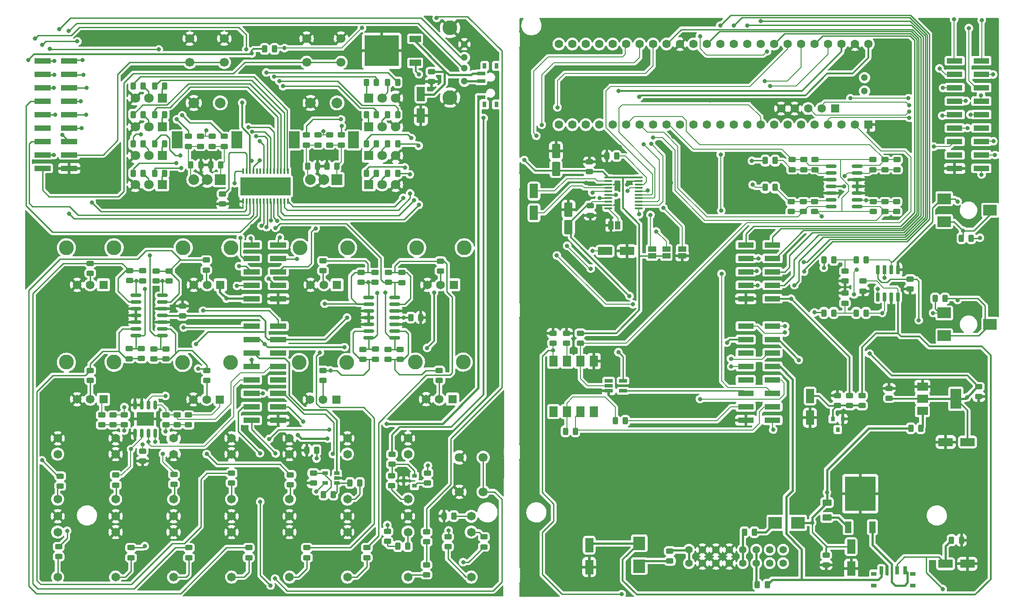
<source format=gbr>
%TF.GenerationSoftware,KiCad,Pcbnew,(6.0.1-0)*%
%TF.CreationDate,2022-04-07T21:47:18+00:00*%
%TF.ProjectId,fjol,666a6f6c-2e6b-4696-9361-645f70636258,rev?*%
%TF.SameCoordinates,Original*%
%TF.FileFunction,Copper,L1,Top*%
%TF.FilePolarity,Positive*%
%FSLAX46Y46*%
G04 Gerber Fmt 4.6, Leading zero omitted, Abs format (unit mm)*
G04 Created by KiCad (PCBNEW (6.0.1-0)) date 2022-04-07 21:47:18*
%MOMM*%
%LPD*%
G01*
G04 APERTURE LIST*
G04 Aperture macros list*
%AMRoundRect*
0 Rectangle with rounded corners*
0 $1 Rounding radius*
0 $2 $3 $4 $5 $6 $7 $8 $9 X,Y pos of 4 corners*
0 Add a 4 corners polygon primitive as box body*
4,1,4,$2,$3,$4,$5,$6,$7,$8,$9,$2,$3,0*
0 Add four circle primitives for the rounded corners*
1,1,$1+$1,$2,$3*
1,1,$1+$1,$4,$5*
1,1,$1+$1,$6,$7*
1,1,$1+$1,$8,$9*
0 Add four rect primitives between the rounded corners*
20,1,$1+$1,$2,$3,$4,$5,0*
20,1,$1+$1,$4,$5,$6,$7,0*
20,1,$1+$1,$6,$7,$8,$9,0*
20,1,$1+$1,$8,$9,$2,$3,0*%
G04 Aperture macros list end*
%TA.AperFunction,SMDPad,CuDef*%
%ADD10RoundRect,0.250000X0.625000X-0.375000X0.625000X0.375000X-0.625000X0.375000X-0.625000X-0.375000X0*%
%TD*%
%TA.AperFunction,SMDPad,CuDef*%
%ADD11RoundRect,0.243750X0.243750X0.456250X-0.243750X0.456250X-0.243750X-0.456250X0.243750X-0.456250X0*%
%TD*%
%TA.AperFunction,SMDPad,CuDef*%
%ADD12RoundRect,0.150000X0.150000X-0.725000X0.150000X0.725000X-0.150000X0.725000X-0.150000X-0.725000X0*%
%TD*%
%TA.AperFunction,SMDPad,CuDef*%
%ADD13RoundRect,0.100000X-0.637500X-0.100000X0.637500X-0.100000X0.637500X0.100000X-0.637500X0.100000X0*%
%TD*%
%TA.AperFunction,SMDPad,CuDef*%
%ADD14RoundRect,0.243750X0.456250X-0.243750X0.456250X0.243750X-0.456250X0.243750X-0.456250X-0.243750X0*%
%TD*%
%TA.AperFunction,SMDPad,CuDef*%
%ADD15RoundRect,0.243750X-0.456250X0.243750X-0.456250X-0.243750X0.456250X-0.243750X0.456250X0.243750X0*%
%TD*%
%TA.AperFunction,SMDPad,CuDef*%
%ADD16RoundRect,0.150000X0.825000X0.150000X-0.825000X0.150000X-0.825000X-0.150000X0.825000X-0.150000X0*%
%TD*%
%TA.AperFunction,SMDPad,CuDef*%
%ADD17RoundRect,0.250000X1.137500X0.550000X-1.137500X0.550000X-1.137500X-0.550000X1.137500X-0.550000X0*%
%TD*%
%TA.AperFunction,SMDPad,CuDef*%
%ADD18RoundRect,0.250000X-0.550000X1.137500X-0.550000X-1.137500X0.550000X-1.137500X0.550000X1.137500X0*%
%TD*%
%TA.AperFunction,SMDPad,CuDef*%
%ADD19RoundRect,0.250000X0.550000X-1.137500X0.550000X1.137500X-0.550000X1.137500X-0.550000X-1.137500X0*%
%TD*%
%TA.AperFunction,SMDPad,CuDef*%
%ADD20RoundRect,0.250000X0.550000X-1.075000X0.550000X1.075000X-0.550000X1.075000X-0.550000X-1.075000X0*%
%TD*%
%TA.AperFunction,SMDPad,CuDef*%
%ADD21RoundRect,0.250000X-1.137500X-0.550000X1.137500X-0.550000X1.137500X0.550000X-1.137500X0.550000X0*%
%TD*%
%TA.AperFunction,SMDPad,CuDef*%
%ADD22RoundRect,0.243750X-0.243750X-0.456250X0.243750X-0.456250X0.243750X0.456250X-0.243750X0.456250X0*%
%TD*%
%TA.AperFunction,SMDPad,CuDef*%
%ADD23R,2.500000X2.300000*%
%TD*%
%TA.AperFunction,SMDPad,CuDef*%
%ADD24R,2.300000X2.500000*%
%TD*%
%TA.AperFunction,SMDPad,CuDef*%
%ADD25R,1.560000X0.650000*%
%TD*%
%TA.AperFunction,SMDPad,CuDef*%
%ADD26R,3.150000X1.000000*%
%TD*%
%TA.AperFunction,SMDPad,CuDef*%
%ADD27R,3.000000X1.000000*%
%TD*%
%TA.AperFunction,SMDPad,CuDef*%
%ADD28R,0.900000X0.800000*%
%TD*%
%TA.AperFunction,SMDPad,CuDef*%
%ADD29RoundRect,0.150000X-0.825000X-0.150000X0.825000X-0.150000X0.825000X0.150000X-0.825000X0.150000X0*%
%TD*%
%TA.AperFunction,SMDPad,CuDef*%
%ADD30R,1.200000X2.200000*%
%TD*%
%TA.AperFunction,SMDPad,CuDef*%
%ADD31R,5.800000X6.400000*%
%TD*%
%TA.AperFunction,SMDPad,CuDef*%
%ADD32R,2.000000X1.500000*%
%TD*%
%TA.AperFunction,SMDPad,CuDef*%
%ADD33R,2.000000X3.800000*%
%TD*%
%TA.AperFunction,SMDPad,CuDef*%
%ADD34R,1.600000X2.000000*%
%TD*%
%TA.AperFunction,SMDPad,CuDef*%
%ADD35R,0.800000X0.900000*%
%TD*%
%TA.AperFunction,SMDPad,CuDef*%
%ADD36R,2.200000X1.200000*%
%TD*%
%TA.AperFunction,SMDPad,CuDef*%
%ADD37R,6.400000X5.800000*%
%TD*%
%TA.AperFunction,SMDPad,CuDef*%
%ADD38R,2.500000X2.000000*%
%TD*%
%TA.AperFunction,SMDPad,CuDef*%
%ADD39R,1.000000X0.800000*%
%TD*%
%TA.AperFunction,SMDPad,CuDef*%
%ADD40R,0.700000X1.500000*%
%TD*%
%TA.AperFunction,SMDPad,CuDef*%
%ADD41R,0.800000X1.000000*%
%TD*%
%TA.AperFunction,SMDPad,CuDef*%
%ADD42R,1.500000X0.700000*%
%TD*%
%TA.AperFunction,SMDPad,CuDef*%
%ADD43R,0.400000X1.100000*%
%TD*%
%TA.AperFunction,SMDPad,CuDef*%
%ADD44R,9.500000X3.400000*%
%TD*%
%TA.AperFunction,SMDPad,CuDef*%
%ADD45RoundRect,0.150000X-0.150000X0.662500X-0.150000X-0.662500X0.150000X-0.662500X0.150000X0.662500X0*%
%TD*%
%TA.AperFunction,SMDPad,CuDef*%
%ADD46R,3.200000X2.514000*%
%TD*%
%TA.AperFunction,SMDPad,CuDef*%
%ADD47R,1.060000X0.650000*%
%TD*%
%TA.AperFunction,SMDPad,CuDef*%
%ADD48R,1.000000X1.500000*%
%TD*%
%TA.AperFunction,SMDPad,CuDef*%
%ADD49R,1.500000X1.000000*%
%TD*%
%TA.AperFunction,ComponentPad*%
%ADD50C,1.650000*%
%TD*%
%TA.AperFunction,ComponentPad*%
%ADD51C,1.300000*%
%TD*%
%TA.AperFunction,ComponentPad*%
%ADD52C,2.800000*%
%TD*%
%TA.AperFunction,ComponentPad*%
%ADD53R,1.600000X1.600000*%
%TD*%
%TA.AperFunction,ComponentPad*%
%ADD54C,1.600000*%
%TD*%
%TA.AperFunction,ComponentPad*%
%ADD55R,1.650000X1.650000*%
%TD*%
%TA.AperFunction,ComponentPad*%
%ADD56C,2.794000*%
%TD*%
%TA.AperFunction,ComponentPad*%
%ADD57C,1.700000*%
%TD*%
%TA.AperFunction,ComponentPad*%
%ADD58C,1.422400*%
%TD*%
%TA.AperFunction,ComponentPad*%
%ADD59R,2.000000X2.000000*%
%TD*%
%TA.AperFunction,ComponentPad*%
%ADD60C,2.000000*%
%TD*%
%TA.AperFunction,ComponentPad*%
%ADD61R,2.000000X3.200000*%
%TD*%
%TA.AperFunction,ComponentPad*%
%ADD62R,1.800000X1.800000*%
%TD*%
%TA.AperFunction,ComponentPad*%
%ADD63C,1.800000*%
%TD*%
%TA.AperFunction,ViaPad*%
%ADD64C,0.800000*%
%TD*%
%TA.AperFunction,Conductor*%
%ADD65C,0.250000*%
%TD*%
%TA.AperFunction,Conductor*%
%ADD66C,0.304800*%
%TD*%
%TA.AperFunction,Conductor*%
%ADD67C,0.203200*%
%TD*%
%TA.AperFunction,Conductor*%
%ADD68C,0.254000*%
%TD*%
%TA.AperFunction,Conductor*%
%ADD69C,0.406400*%
%TD*%
G04 APERTURE END LIST*
D10*
%TO.P,L1,1,1*%
%TO.N,Net-(L1-Pad1)*%
X243370100Y-146088100D03*
%TO.P,L1,2,2*%
%TO.N,+12V*%
X243370100Y-143288100D03*
%TD*%
D11*
%TO.P,L2,1,1*%
%TO.N,Net-(L2-Pad1)*%
X261061200Y-129235200D03*
%TO.P,L2,2,2*%
%TO.N,+12V*%
X259186200Y-129235200D03*
%TD*%
D12*
%TO.P,U6,1*%
%TO.N,LEFT-OUT*%
X252984000Y-104429000D03*
%TO.P,U6,2,-*%
%TO.N,Net-(C30-Pad2)*%
X254254000Y-104429000D03*
%TO.P,U6,3,+*%
%TO.N,GND1*%
X255524000Y-104429000D03*
%TO.P,U6,4,V-*%
%TO.N,-12V*%
X256794000Y-104429000D03*
%TO.P,U6,5,+*%
%TO.N,GND1*%
X256794000Y-99279000D03*
%TO.P,U6,6,-*%
%TO.N,Net-(C31-Pad2)*%
X255524000Y-99279000D03*
%TO.P,U6,7*%
%TO.N,RIGHT-OUT*%
X254254000Y-99279000D03*
%TO.P,U6,8,V+*%
%TO.N,+12V*%
X252984000Y-99279000D03*
%TD*%
D13*
%TO.P,U8,1,CPVDD*%
%TO.N,+3.3V*%
X202115500Y-81860200D03*
%TO.P,U8,2,CAPP*%
%TO.N,Net-(C24-Pad1)*%
X202115500Y-82510200D03*
%TO.P,U8,3,CPGND*%
%TO.N,GND1*%
X202115500Y-83160200D03*
%TO.P,U8,4,CAPM*%
%TO.N,Net-(C24-Pad2)*%
X202115500Y-83810200D03*
%TO.P,U8,5,VNEG*%
%TO.N,Net-(C22-Pad1)*%
X202115500Y-84460200D03*
%TO.P,U8,6,OUTL*%
%TO.N,dac_left*%
X202115500Y-85110200D03*
%TO.P,U8,7,OUTR*%
%TO.N,dac_right*%
X202115500Y-85760200D03*
%TO.P,U8,8,AVDD*%
%TO.N,+3.3VA*%
X202115500Y-86410200D03*
%TO.P,U8,9,AGND*%
%TO.N,GND1*%
X202115500Y-87060200D03*
%TO.P,U8,10,DEMP*%
%TO.N,Net-(U8-Pad10)*%
X202115500Y-87710200D03*
%TO.P,U8,11,FLT*%
%TO.N,Net-(U8-Pad11)*%
X207840500Y-87710200D03*
%TO.P,U8,12,SCK*%
%TO.N,MCLK*%
X207840500Y-87060200D03*
%TO.P,U8,13,BCK*%
%TO.N,SCLK*%
X207840500Y-86410200D03*
%TO.P,U8,14,DIN*%
%TO.N,SDATA*%
X207840500Y-85760200D03*
%TO.P,U8,15,LRCK*%
%TO.N,LRCLK*%
X207840500Y-85110200D03*
%TO.P,U8,16,FMT*%
%TO.N,Net-(U8-Pad16)*%
X207840500Y-84460200D03*
%TO.P,U8,17,XSMT*%
%TO.N,Net-(U8-Pad17)*%
X207840500Y-83810200D03*
%TO.P,U8,18,LDOO*%
%TO.N,Net-(C25-Pad1)*%
X207840500Y-83160200D03*
%TO.P,U8,19,DGND*%
%TO.N,GND1*%
X207840500Y-82510200D03*
%TO.P,U8,20,DVDD*%
%TO.N,+3.3V*%
X207840500Y-81860200D03*
%TD*%
D14*
%TO.P,R44,1*%
%TO.N,Net-(C44-Pad2)*%
X241147600Y-80350600D03*
%TO.P,R44,2*%
%TO.N,-10V*%
X241147600Y-78475600D03*
%TD*%
D11*
%TO.P,R45,1*%
%TO.N,Net-(C44-Pad2)*%
X233591100Y-78651100D03*
%TO.P,R45,2*%
%TO.N,exp-voct1*%
X231716100Y-78651100D03*
%TD*%
D15*
%TO.P,R58,1*%
%TO.N,Net-(C47-Pad2)*%
X252133100Y-86413100D03*
%TO.P,R58,2*%
%TO.N,-10V*%
X252133100Y-88288100D03*
%TD*%
D16*
%TO.P,U10,1*%
%TO.N,ATTACK_F*%
X161776838Y-112111780D03*
%TO.P,U10,2,-*%
%TO.N,Net-(C40-Pad2)*%
X161776838Y-110841780D03*
%TO.P,U10,3,+*%
%TO.N,GND*%
X161776838Y-109571780D03*
%TO.P,U10,4,V+*%
%TO.N,+3.3VA_F*%
X161776838Y-108301780D03*
%TO.P,U10,5,+*%
%TO.N,GND*%
X161776838Y-107031780D03*
%TO.P,U10,6,-*%
%TO.N,Net-(C41-Pad2)*%
X161776838Y-105761780D03*
%TO.P,U10,7*%
%TO.N,PM1_F*%
X161776838Y-104491780D03*
%TO.P,U10,8*%
%TO.N,RATIO1_F*%
X156826838Y-104491780D03*
%TO.P,U10,9,-*%
%TO.N,Net-(C42-Pad2)*%
X156826838Y-105761780D03*
%TO.P,U10,10,+*%
%TO.N,GND*%
X156826838Y-107031780D03*
%TO.P,U10,11,V-*%
X156826838Y-108301780D03*
%TO.P,U10,12,+*%
X156826838Y-109571780D03*
%TO.P,U10,13,-*%
%TO.N,Net-(C38-Pad2)*%
X156826838Y-110841780D03*
%TO.P,U10,14*%
%TO.N,RELEASE_F*%
X156826838Y-112111780D03*
%TD*%
D15*
%TO.P,C1,1*%
%TO.N,+3.3VA*%
X272034000Y-121388900D03*
%TO.P,C1,2*%
%TO.N,GND1*%
X272034000Y-123263900D03*
%TD*%
D17*
%TO.P,C2,1*%
%TO.N,+3.3VA*%
X269905500Y-131826000D03*
%TO.P,C2,2*%
%TO.N,GND1*%
X265780500Y-131826000D03*
%TD*%
D14*
%TO.P,C4,1*%
%TO.N,Net-(C4-Pad1)*%
X245322000Y-124951500D03*
%TO.P,C4,2*%
%TO.N,GND1*%
X245322000Y-123076500D03*
%TD*%
D18*
%TO.P,C6,1*%
%TO.N,+12V*%
X247942100Y-151612600D03*
%TO.P,C6,2*%
%TO.N,GND1*%
X247942100Y-155737600D03*
%TD*%
D19*
%TO.P,C7,1*%
%TO.N,GND1*%
X198500000Y-155450000D03*
%TO.P,C7,2*%
%TO.N,-12V*%
X198500000Y-151325000D03*
%TD*%
D15*
%TO.P,C8,1*%
%TO.N,CONTROL2_CV_F*%
X108613438Y-126721180D03*
%TO.P,C8,2*%
%TO.N,Net-(C8-Pad2)*%
X108613438Y-128596180D03*
%TD*%
%TO.P,C9,1*%
%TO.N,CONTROL1_CV_F*%
X120725938Y-126708680D03*
%TO.P,C9,2*%
%TO.N,Net-(C9-Pad2)*%
X120725938Y-128583680D03*
%TD*%
D18*
%TO.P,C14,1*%
%TO.N,Net-(C14-Pad1)*%
X166705938Y-66056480D03*
%TO.P,C14,2*%
%TO.N,GND*%
X166705938Y-70181480D03*
%TD*%
D15*
%TO.P,C15,1*%
%TO.N,+12V*%
X259080000Y-101043500D03*
%TO.P,C15,2*%
%TO.N,GND1*%
X259080000Y-102918500D03*
%TD*%
D14*
%TO.P,C16,1*%
%TO.N,GND1*%
X250190000Y-103299500D03*
%TO.P,C16,2*%
%TO.N,-12V*%
X250190000Y-101424500D03*
%TD*%
D15*
%TO.P,C18,1*%
%TO.N,Net-(C14-Pad1)*%
X168713438Y-61821180D03*
%TO.P,C18,2*%
%TO.N,GND*%
X168713438Y-63696180D03*
%TD*%
%TO.P,C19,1*%
%TO.N,+12V*%
X243205000Y-153162000D03*
%TO.P,C19,2*%
%TO.N,GND1*%
X243205000Y-155037000D03*
%TD*%
D14*
%TO.P,C20,1*%
%TO.N,+3.3V*%
X198526400Y-80767400D03*
%TO.P,C20,2*%
%TO.N,GND1*%
X198526400Y-78892400D03*
%TD*%
D20*
%TO.P,C21,1*%
%TO.N,+3.3V*%
X192227200Y-80191500D03*
%TO.P,C21,2*%
%TO.N,GND1*%
X192227200Y-76841500D03*
%TD*%
D21*
%TO.P,C22,1*%
%TO.N,Net-(C22-Pad1)*%
X201487500Y-95750000D03*
%TO.P,C22,2*%
%TO.N,GND1*%
X205612500Y-95750000D03*
%TD*%
D20*
%TO.P,C23,1*%
%TO.N,+3.3VA*%
X194564000Y-91235400D03*
%TO.P,C23,2*%
%TO.N,GND1*%
X194564000Y-87885400D03*
%TD*%
D18*
%TO.P,C24,1*%
%TO.N,Net-(C24-Pad1)*%
X188061600Y-84399100D03*
%TO.P,C24,2*%
%TO.N,Net-(C24-Pad2)*%
X188061600Y-88524100D03*
%TD*%
D11*
%TO.P,C25,1*%
%TO.N,Net-(C25-Pad1)*%
X203680300Y-77774800D03*
%TO.P,C25,2*%
%TO.N,GND1*%
X201805300Y-77774800D03*
%TD*%
D15*
%TO.P,C26,1*%
%TO.N,+3.3VA*%
X198678800Y-87122000D03*
%TO.P,C26,2*%
%TO.N,GND1*%
X198678800Y-88997000D03*
%TD*%
D14*
%TO.P,C27,1*%
%TO.N,+3.3VA*%
X255117600Y-123545600D03*
%TO.P,C27,2*%
%TO.N,GND1*%
X255117600Y-121670600D03*
%TD*%
%TO.P,C28,1*%
%TO.N,Net-(C28-Pad1)*%
X246761000Y-105585500D03*
%TO.P,C28,2*%
%TO.N,GND1*%
X246761000Y-103710500D03*
%TD*%
D15*
%TO.P,C29,1*%
%TO.N,Net-(C29-Pad1)*%
X246761000Y-99519500D03*
%TO.P,C29,2*%
%TO.N,GND1*%
X246761000Y-101394500D03*
%TD*%
D11*
%TO.P,C30,1*%
%TO.N,LEFT-OUT*%
X265656300Y-104698800D03*
%TO.P,C30,2*%
%TO.N,Net-(C30-Pad2)*%
X263781300Y-104698800D03*
%TD*%
D15*
%TO.P,C32,1*%
%TO.N,cutoff_f*%
X116299638Y-114245379D03*
%TO.P,C32,2*%
%TO.N,Net-(C32-Pad2)*%
X116299638Y-116120379D03*
%TD*%
%TO.P,C33,1*%
%TO.N,CONTROL3_F*%
X113962838Y-114194580D03*
%TO.P,C33,2*%
%TO.N,Net-(C33-Pad2)*%
X113962838Y-116069580D03*
%TD*%
D14*
%TO.P,C42,1*%
%TO.N,RATIO1_F*%
X158023372Y-101659313D03*
%TO.P,C42,2*%
%TO.N,Net-(C42-Pad2)*%
X158023372Y-99784313D03*
%TD*%
%TO.P,C35,1*%
%TO.N,RATIO2_F*%
X114216838Y-101356046D03*
%TO.P,C35,2*%
%TO.N,Net-(C35-Pad2)*%
X114216838Y-99481046D03*
%TD*%
D15*
%TO.P,C36,1*%
%TO.N,GND*%
X121688438Y-106121180D03*
%TO.P,C36,2*%
%TO.N,+3.3VA_F*%
X121688438Y-107996180D03*
%TD*%
D11*
%TO.P,C37,1*%
%TO.N,GND*%
X166663438Y-108296180D03*
%TO.P,C37,2*%
%TO.N,+3.3VA_F*%
X164788438Y-108296180D03*
%TD*%
D15*
%TO.P,C38,1*%
%TO.N,RELEASE_F*%
X158124972Y-114296180D03*
%TO.P,C38,2*%
%TO.N,Net-(C38-Pad2)*%
X158124972Y-116171180D03*
%TD*%
%TO.P,C40,1*%
%TO.N,ATTACK_F*%
X160478705Y-114351578D03*
%TO.P,C40,2*%
%TO.N,Net-(C40-Pad2)*%
X160478705Y-116226578D03*
%TD*%
D14*
%TO.P,C41,1*%
%TO.N,PM1_F*%
X160580305Y-101676246D03*
%TO.P,C41,2*%
%TO.N,Net-(C41-Pad2)*%
X160580305Y-99801246D03*
%TD*%
%TO.P,C34,1*%
%TO.N,PM2_F*%
X119195238Y-101374512D03*
%TO.P,C34,2*%
%TO.N,Net-(C34-Pad2)*%
X119195238Y-99499512D03*
%TD*%
D22*
%TO.P,C46,1*%
%TO.N,GND*%
X171064338Y-145830280D03*
%TO.P,C46,2*%
%TO.N,Net-(C46-Pad2)*%
X172939338Y-145830280D03*
%TD*%
D15*
%TO.P,C44,1*%
%TO.N,voct1*%
X236829600Y-78475600D03*
%TO.P,C44,2*%
%TO.N,Net-(C44-Pad2)*%
X236829600Y-80350600D03*
%TD*%
D14*
%TO.P,C45,1*%
%TO.N,voct3*%
X236639100Y-88288100D03*
%TO.P,C45,2*%
%TO.N,Net-(C45-Pad2)*%
X236639100Y-86413100D03*
%TD*%
%TO.P,C47,1*%
%TO.N,voct2*%
X256514600Y-88288100D03*
%TO.P,C47,2*%
%TO.N,Net-(C47-Pad2)*%
X256514600Y-86413100D03*
%TD*%
D15*
%TO.P,C48,1*%
%TO.N,voct4*%
X256578100Y-78475600D03*
%TO.P,C48,2*%
%TO.N,Net-(C48-Pad2)*%
X256578100Y-80350600D03*
%TD*%
D22*
%TO.P,D3,1,K*%
%TO.N,Net-(D3-Pad1)*%
X194007500Y-129794000D03*
%TO.P,D3,2,A*%
%TO.N,MIDI-RX5*%
X195882500Y-129794000D03*
%TD*%
D23*
%TO.P,D1,1,K*%
%TO.N,+12V*%
X237909100Y-147104100D03*
%TO.P,D1,2,A*%
%TO.N,Net-(D1-Pad2)*%
X233609100Y-147104100D03*
%TD*%
D24*
%TO.P,D2,1,K*%
%TO.N,Net-(D2-Pad1)*%
X207937100Y-155277600D03*
%TO.P,D2,2,A*%
%TO.N,-12V*%
X207937100Y-150977600D03*
%TD*%
D25*
%TO.P,IC1,1*%
%TO.N,N/C*%
X202175000Y-120250000D03*
%TO.P,IC1,2,I*%
%TO.N,MIDI-RX*%
X202175000Y-121200000D03*
%TO.P,IC1,3,GND*%
%TO.N,GND1*%
X202175000Y-122150000D03*
%TO.P,IC1,4,O*%
%TO.N,MIDI-THRU*%
X204875000Y-122150000D03*
%TO.P,IC1,5,VCC*%
%TO.N,+5V*%
X204875000Y-120250000D03*
%TD*%
D26*
%TO.P,J6,1,Pin_1*%
%TO.N,RATIO2_F*%
X134730589Y-94591180D03*
%TO.P,J6,2,Pin_2*%
%TO.N,RATIO1_F*%
X139780589Y-94591180D03*
%TO.P,J6,3,Pin_3*%
%TO.N,cutoff_f*%
X134730589Y-97131180D03*
%TO.P,J6,4,Pin_4*%
%TO.N,RELEASE_F*%
X139780589Y-97131180D03*
%TO.P,J6,5,Pin_5*%
%TO.N,CONTROL3_F*%
X134730589Y-99671180D03*
%TO.P,J6,6,Pin_6*%
%TO.N,ATTACK_F*%
X139780589Y-99671180D03*
%TO.P,J6,7,Pin_7*%
%TO.N,PM2_F*%
X134730589Y-102211180D03*
%TO.P,J6,8,Pin_8*%
%TO.N,PM1_F*%
X139780589Y-102211180D03*
%TO.P,J6,9,Pin_9*%
%TO.N,-10V_F*%
X134730589Y-104751180D03*
%TO.P,J6,10,Pin_10*%
%TO.N,GND*%
X139780589Y-104751180D03*
%TD*%
D27*
%TO.P,J10,1,Pin_1*%
%TO.N,RATIO2*%
X233078100Y-94595000D03*
%TO.P,J10,2,Pin_2*%
%TO.N,RATIO1*%
X228038100Y-94595000D03*
%TO.P,J10,3,Pin_3*%
%TO.N,cutoff*%
X233078100Y-97135000D03*
%TO.P,J10,4,Pin_4*%
%TO.N,RELEASE*%
X228038100Y-97135000D03*
%TO.P,J10,5,Pin_5*%
%TO.N,CONTROL3*%
X233078100Y-99675000D03*
%TO.P,J10,6,Pin_6*%
%TO.N,ATTACK*%
X228038100Y-99675000D03*
%TO.P,J10,7,Pin_7*%
%TO.N,PM2*%
X233078100Y-102215000D03*
%TO.P,J10,8,Pin_8*%
%TO.N,PM1*%
X228038100Y-102215000D03*
%TO.P,J10,9,Pin_9*%
%TO.N,-10V*%
X233078100Y-104755000D03*
%TO.P,J10,10,Pin_10*%
%TO.N,GND1*%
X228038100Y-104755000D03*
%TD*%
D11*
%TO.P,L4,1,1*%
%TO.N,Net-(D1-Pad2)*%
X229654100Y-148882100D03*
%TO.P,L4,2,2*%
%TO.N,Net-(J1-Pad10)*%
X227779100Y-148882100D03*
%TD*%
D14*
%TO.P,L5,1,1*%
%TO.N,Net-(D2-Pad1)*%
X213715600Y-154313100D03*
%TO.P,L5,2,2*%
%TO.N,Net-(J1-Pad1)*%
X213715600Y-152438100D03*
%TD*%
D22*
%TO.P,L7,1,1*%
%TO.N,+3.3V_F*%
X137200938Y-57546180D03*
%TO.P,L7,2,2*%
%TO.N,+3.3V_F1*%
X139075938Y-57546180D03*
%TD*%
D15*
%TO.P,L8,1,1*%
%TO.N,MIDI-IN-L-F*%
X171811338Y-149733780D03*
%TO.P,L8,2,2*%
%TO.N,Net-(L8-Pad2)*%
X171811338Y-151608780D03*
%TD*%
D14*
%TO.P,L9,1,1*%
%TO.N,MIDI-IN-R-F*%
X178605838Y-151642280D03*
%TO.P,L9,2,2*%
%TO.N,Net-(L9-Pad2)*%
X178605838Y-149767280D03*
%TD*%
D15*
%TO.P,L10,1,1*%
%TO.N,Net-(L10-Pad1)*%
X167760038Y-155037780D03*
%TO.P,L10,2,2*%
%TO.N,Net-(L10-Pad2)*%
X167760038Y-156912780D03*
%TD*%
D22*
%TO.P,L11,1,1*%
%TO.N,Net-(L11-Pad1)*%
X162375238Y-151532580D03*
%TO.P,L11,2,2*%
%TO.N,Net-(L11-Pad2)*%
X164250238Y-151532580D03*
%TD*%
D28*
%TO.P,Q1,1,B*%
%TO.N,Net-(Q1-Pad1)*%
X165488438Y-140121180D03*
%TO.P,Q1,2,C*%
%TO.N,Net-(Q1-Pad2)*%
X165488438Y-138221180D03*
%TO.P,Q1,3,E*%
%TO.N,GND*%
X163488438Y-139171180D03*
%TD*%
D22*
%TO.P,R1,1*%
%TO.N,Net-(D3-Pad1)*%
X203430900Y-127812800D03*
%TO.P,R1,2*%
%TO.N,MIDI-RX4*%
X205305900Y-127812800D03*
%TD*%
D15*
%TO.P,R3,1*%
%TO.N,GND1*%
X194221100Y-111290100D03*
%TO.P,R3,2*%
%TO.N,Net-(R3-Pad2)*%
X194221100Y-113165100D03*
%TD*%
D14*
%TO.P,R4,1*%
%TO.N,MIDI-RX*%
X196824600Y-113131600D03*
%TO.P,R4,2*%
%TO.N,+3.3V*%
X196824600Y-111256600D03*
%TD*%
D15*
%TO.P,R2,1*%
%TO.N,-12V*%
X249986800Y-123065300D03*
%TO.P,R2,2*%
%TO.N,Net-(C4-Pad1)*%
X249986800Y-124940300D03*
%TD*%
D22*
%TO.P,R8,1*%
%TO.N,dac_right*%
X242775500Y-97409000D03*
%TO.P,R8,2*%
%TO.N,Net-(C29-Pad1)*%
X244650500Y-97409000D03*
%TD*%
%TO.P,R10,1*%
%TO.N,Net-(C29-Pad1)*%
X248871500Y-97409000D03*
%TO.P,R10,2*%
%TO.N,Net-(C31-Pad2)*%
X250746500Y-97409000D03*
%TD*%
D15*
%TO.P,R11,1*%
%TO.N,Net-(C32-Pad2)*%
X126273372Y-118286280D03*
%TO.P,R11,2*%
%TO.N,Net-(R11-Pad2)*%
X126273372Y-120161280D03*
%TD*%
%TO.P,R12,1*%
%TO.N,Net-(C33-Pad2)*%
X130988438Y-137708680D03*
%TO.P,R12,2*%
%TO.N,Net-(CV-CTL2-PadP$1_TIP)*%
X130988438Y-139583680D03*
%TD*%
%TO.P,R13,1*%
%TO.N,Net-(C33-Pad2)*%
X104310838Y-118286280D03*
%TO.P,R13,2*%
%TO.N,Net-(CTL2-Pad2)*%
X104310838Y-120161280D03*
%TD*%
%TO.P,R14,1*%
%TO.N,Net-(C32-Pad2)*%
X142088438Y-138046180D03*
%TO.P,R14,2*%
%TO.N,Net-(R14-Pad2)*%
X142088438Y-139921180D03*
%TD*%
%TO.P,R28,1*%
%TO.N,Net-(C42-Pad2)*%
X148238438Y-97596180D03*
%TO.P,R28,2*%
%TO.N,Net-(R28-Pad2)*%
X148238438Y-99471180D03*
%TD*%
%TO.P,R29,1*%
%TO.N,Net-(C42-Pad2)*%
X145204838Y-151799280D03*
%TO.P,R29,2*%
%TO.N,Net-(CV-RAT1-PadP$1_TIP)*%
X145204838Y-153674280D03*
%TD*%
%TO.P,R17,1*%
%TO.N,Net-(C35-Pad2)*%
X104310838Y-98046180D03*
%TO.P,R17,2*%
%TO.N,Net-(R17-Pad2)*%
X104310838Y-99921180D03*
%TD*%
%TO.P,R18,1*%
%TO.N,Net-(C35-Pad2)*%
X122916338Y-151799280D03*
%TO.P,R18,2*%
%TO.N,Net-(CV-RAT2-PadP$1_TIP)*%
X122916338Y-153674280D03*
%TD*%
%TO.P,R19,1*%
%TO.N,cutoff_f*%
X118636438Y-114228446D03*
%TO.P,R19,2*%
%TO.N,Net-(C32-Pad2)*%
X118636438Y-116103446D03*
%TD*%
%TO.P,R20,1*%
%TO.N,CONTROL3_F*%
X111626038Y-114211513D03*
%TO.P,R20,2*%
%TO.N,Net-(C33-Pad2)*%
X111626038Y-116086513D03*
%TD*%
D14*
%TO.P,R34,1*%
%TO.N,RATIO1_F*%
X155466438Y-101642380D03*
%TO.P,R34,2*%
%TO.N,Net-(C42-Pad2)*%
X155466438Y-99767380D03*
%TD*%
%TO.P,R22,1*%
%TO.N,RATIO2_F*%
X111727638Y-101337580D03*
%TO.P,R22,2*%
%TO.N,Net-(C35-Pad2)*%
X111727638Y-99462580D03*
%TD*%
D15*
%TO.P,R23,1*%
%TO.N,Net-(C38-Pad2)*%
X148235905Y-118286280D03*
%TO.P,R23,2*%
%TO.N,Net-(R23-Pad2)*%
X148235905Y-120161280D03*
%TD*%
%TO.P,R24,1*%
%TO.N,Net-(C38-Pad2)*%
X111994338Y-151799280D03*
%TO.P,R24,2*%
%TO.N,Net-(CV-REL1-PadP$1_TIP)*%
X111994338Y-153674280D03*
%TD*%
%TO.P,R25,1*%
%TO.N,Net-(C40-Pad2)*%
X170198438Y-118286280D03*
%TO.P,R25,2*%
%TO.N,Net-(ATTACK1-Pad2)*%
X170198438Y-120161280D03*
%TD*%
%TO.P,R26,1*%
%TO.N,Net-(C41-Pad2)*%
X170413438Y-97621180D03*
%TO.P,R26,2*%
%TO.N,Net-(PM1-Pad2)*%
X170413438Y-99496180D03*
%TD*%
%TO.P,R27,1*%
%TO.N,Net-(C41-Pad2)*%
X156507838Y-151799280D03*
%TO.P,R27,2*%
%TO.N,Net-(CV-PM1-PadP$1_TIP)*%
X156507838Y-153674280D03*
%TD*%
%TO.P,R15,1*%
%TO.N,Net-(C34-Pad2)*%
X126188438Y-97446180D03*
%TO.P,R15,2*%
%TO.N,Net-(PM2-Pad2)*%
X126188438Y-99321180D03*
%TD*%
%TO.P,R16,1*%
%TO.N,Net-(C34-Pad2)*%
X134219338Y-151799280D03*
%TO.P,R16,2*%
%TO.N,Net-(CV-PM2-PadP$1_TIP)*%
X134219338Y-153674280D03*
%TD*%
%TO.P,R31,1*%
%TO.N,RELEASE_F*%
X155771238Y-114314646D03*
%TO.P,R31,2*%
%TO.N,Net-(C38-Pad2)*%
X155771238Y-116189646D03*
%TD*%
%TO.P,R32,1*%
%TO.N,ATTACK_F*%
X162832438Y-114333112D03*
%TO.P,R32,2*%
%TO.N,Net-(C40-Pad2)*%
X162832438Y-116208112D03*
%TD*%
D14*
%TO.P,R33,1*%
%TO.N,PM1_F*%
X163137238Y-101693179D03*
%TO.P,R33,2*%
%TO.N,Net-(C41-Pad2)*%
X163137238Y-99818179D03*
%TD*%
%TO.P,R21,1*%
%TO.N,PM2_F*%
X116706038Y-101392978D03*
%TO.P,R21,2*%
%TO.N,Net-(C34-Pad2)*%
X116706038Y-99517978D03*
%TD*%
D22*
%TO.P,R30,1*%
%TO.N,Net-(D5-Pad2)*%
X160463438Y-63846180D03*
%TO.P,R30,2*%
%TO.N,led1_g*%
X162338438Y-63846180D03*
%TD*%
%TO.P,R35,1*%
%TO.N,Net-(D5-Pad1)*%
X156438438Y-63846180D03*
%TO.P,R35,2*%
%TO.N,led1_r*%
X158313438Y-63846180D03*
%TD*%
D14*
%TO.P,R50,1*%
%TO.N,Net-(L10-Pad1)*%
X167810838Y-150689780D03*
%TO.P,R50,2*%
%TO.N,+3.3V_F1*%
X167810838Y-148814780D03*
%TD*%
%TO.P,R54,1*%
%TO.N,Net-(LEFT-OUT1-PadP$1_TIP)*%
X98638438Y-140146180D03*
%TO.P,R54,2*%
%TO.N,LEFT-OUT-F*%
X98638438Y-138271180D03*
%TD*%
%TO.P,R55,1*%
%TO.N,Net-(R55-Pad1)*%
X98338438Y-153496180D03*
%TO.P,R55,2*%
%TO.N,RIGHT-OUT-F*%
X98338438Y-151621180D03*
%TD*%
D22*
%TO.P,R36,1*%
%TO.N,Net-(D6-Pad2)*%
X160463438Y-69946180D03*
%TO.P,R36,2*%
%TO.N,led2_g*%
X162338438Y-69946180D03*
%TD*%
%TO.P,R37,1*%
%TO.N,Net-(D6-Pad1)*%
X156438438Y-69946180D03*
%TO.P,R37,2*%
%TO.N,led2_r*%
X158313438Y-69946180D03*
%TD*%
D15*
%TO.P,R42,1*%
%TO.N,Net-(C45-Pad2)*%
X241020600Y-86413100D03*
%TO.P,R42,2*%
%TO.N,-10V*%
X241020600Y-88288100D03*
%TD*%
D11*
%TO.P,R43,1*%
%TO.N,Net-(C45-Pad2)*%
X233576100Y-83731100D03*
%TO.P,R43,2*%
%TO.N,exp-voct3*%
X231701100Y-83731100D03*
%TD*%
D14*
%TO.P,R38,1*%
%TO.N,Net-(Q1-Pad1)*%
X167988438Y-139571180D03*
%TO.P,R38,2*%
%TO.N,GATE-F*%
X167988438Y-137696180D03*
%TD*%
D15*
%TO.P,R48,1*%
%TO.N,voct1*%
X238988600Y-78475600D03*
%TO.P,R48,2*%
%TO.N,Net-(C44-Pad2)*%
X238988600Y-80350600D03*
%TD*%
D14*
%TO.P,R49,1*%
%TO.N,voct3*%
X238925100Y-88288100D03*
%TO.P,R49,2*%
%TO.N,Net-(C45-Pad2)*%
X238925100Y-86413100D03*
%TD*%
%TO.P,R40,1*%
%TO.N,Net-(Q1-Pad2)*%
X161238438Y-136021180D03*
%TO.P,R40,2*%
%TO.N,5V_USB*%
X161238438Y-134146180D03*
%TD*%
%TO.P,R62,1*%
%TO.N,voct2*%
X254355600Y-88288100D03*
%TO.P,R62,2*%
%TO.N,Net-(C47-Pad2)*%
X254355600Y-86413100D03*
%TD*%
D15*
%TO.P,R63,1*%
%TO.N,voct4*%
X254292100Y-78475600D03*
%TO.P,R63,2*%
%TO.N,Net-(C48-Pad2)*%
X254292100Y-80350600D03*
%TD*%
D16*
%TO.P,U9,1*%
%TO.N,cutoff_f*%
X117898338Y-111730780D03*
%TO.P,U9,2,-*%
%TO.N,Net-(C32-Pad2)*%
X117898338Y-110460780D03*
%TO.P,U9,3,+*%
%TO.N,GND*%
X117898338Y-109190780D03*
%TO.P,U9,4,V+*%
%TO.N,+3.3VA_F*%
X117898338Y-107920780D03*
%TO.P,U9,5,+*%
%TO.N,GND*%
X117898338Y-106650780D03*
%TO.P,U9,6,-*%
%TO.N,Net-(C34-Pad2)*%
X117898338Y-105380780D03*
%TO.P,U9,7*%
%TO.N,PM2_F*%
X117898338Y-104110780D03*
%TO.P,U9,8*%
%TO.N,RATIO2_F*%
X112948338Y-104110780D03*
%TO.P,U9,9,-*%
%TO.N,Net-(C35-Pad2)*%
X112948338Y-105380780D03*
%TO.P,U9,10,+*%
%TO.N,GND*%
X112948338Y-106650780D03*
%TO.P,U9,11,V-*%
X112948338Y-107920780D03*
%TO.P,U9,12,+*%
X112948338Y-109190780D03*
%TO.P,U9,13,-*%
%TO.N,Net-(C33-Pad2)*%
X112948338Y-110460780D03*
%TO.P,U9,14*%
%TO.N,CONTROL3_F*%
X112948338Y-111730780D03*
%TD*%
D29*
%TO.P,U11,1*%
%TO.N,voct1*%
X244133600Y-79730600D03*
%TO.P,U11,2,-*%
%TO.N,Net-(C44-Pad2)*%
X244133600Y-81000600D03*
%TO.P,U11,3,+*%
%TO.N,GND1*%
X244133600Y-82270600D03*
%TO.P,U11,4,V+*%
%TO.N,+3.3VA*%
X244133600Y-83540600D03*
%TO.P,U11,5,+*%
%TO.N,GND1*%
X244133600Y-84810600D03*
%TO.P,U11,6,-*%
%TO.N,Net-(C45-Pad2)*%
X244133600Y-86080600D03*
%TO.P,U11,7*%
%TO.N,voct3*%
X244133600Y-87350600D03*
%TO.P,U11,8*%
%TO.N,voct2*%
X249083600Y-87350600D03*
%TO.P,U11,9,-*%
%TO.N,Net-(C47-Pad2)*%
X249083600Y-86080600D03*
%TO.P,U11,10,+*%
%TO.N,GND1*%
X249083600Y-84810600D03*
%TO.P,U11,11,V-*%
X249083600Y-83540600D03*
%TO.P,U11,12,+*%
X249083600Y-82270600D03*
%TO.P,U11,13,-*%
%TO.N,Net-(C48-Pad2)*%
X249083600Y-81000600D03*
%TO.P,U11,14*%
%TO.N,voct4*%
X249083600Y-79730600D03*
%TD*%
D30*
%TO.P,U1,1,IN*%
%TO.N,Net-(L1-Pad1)*%
X247377600Y-147919100D03*
D31*
%TO.P,U1,2,GND*%
%TO.N,GND1*%
X249657600Y-141619100D03*
D30*
%TO.P,U1,3,OUT*%
%TO.N,Net-(SW1-Pad3)*%
X251937600Y-147919100D03*
%TD*%
D32*
%TO.P,U2,1,GND*%
%TO.N,GND1*%
X261390600Y-121372600D03*
D33*
%TO.P,U2,2,VO*%
%TO.N,+3.3VA*%
X267690600Y-123672600D03*
D32*
X261390600Y-123672600D03*
%TO.P,U2,3,VI*%
%TO.N,Net-(L2-Pad1)*%
X261390600Y-125972600D03*
%TD*%
D34*
%TO.P,U3,1,NC*%
%TO.N,unconnected-(U3-Pad1)*%
X191744600Y-126093100D03*
%TO.P,U3,2,C1*%
%TO.N,Net-(D3-Pad1)*%
X194284600Y-126093100D03*
%TO.P,U3,3,C2*%
%TO.N,MIDI-RX5*%
X196824600Y-126093100D03*
%TO.P,U3,4,NC*%
%TO.N,unconnected-(U3-Pad4)*%
X199364600Y-126093100D03*
%TO.P,U3,5,GND*%
%TO.N,GND1*%
X199364600Y-116553100D03*
%TO.P,U3,6,VO2*%
%TO.N,MIDI-RX*%
X196824600Y-116553100D03*
%TO.P,U3,7,VO1*%
%TO.N,Net-(R3-Pad2)*%
X194284600Y-116553100D03*
%TO.P,U3,8,VCC*%
%TO.N,+5V*%
X191744600Y-116553100D03*
%TD*%
D35*
%TO.P,U4,1,K*%
%TO.N,GND1*%
X246364800Y-127473200D03*
%TO.P,U4,2,A*%
%TO.N,Net-(C4-Pad1)*%
X244464800Y-127473200D03*
%TO.P,U4,3*%
%TO.N,N/C*%
X245414800Y-129473200D03*
%TD*%
D36*
%TO.P,U5,1,IN*%
%TO.N,+12V-F*%
X165635438Y-60188180D03*
D37*
%TO.P,U5,2,GND*%
%TO.N,GND*%
X159335438Y-57908180D03*
D36*
%TO.P,U5,3,OUT*%
%TO.N,Net-(C14-Pad1)*%
X165635438Y-55628180D03*
%TD*%
D38*
%TO.P,LEFT1,1,1*%
%TO.N,LEFT-OUT*%
X265499200Y-111738300D03*
%TO.P,LEFT1,2,2*%
X274149200Y-109588300D03*
%TO.P,LEFT1,3,3*%
%TO.N,Net-(C30-Pad2)*%
X265499200Y-107438300D03*
%TD*%
D14*
%TO.P,L6,1,1*%
%TO.N,Net-(C4-Pad1)*%
X247650000Y-124940300D03*
%TO.P,L6,2,2*%
%TO.N,-10V*%
X247650000Y-123065300D03*
%TD*%
D15*
%TO.P,R5,1*%
%TO.N,Net-(R5-Pad1)*%
X129288438Y-84958680D03*
%TO.P,R5,2*%
%TO.N,GND*%
X129288438Y-86833680D03*
%TD*%
D22*
%TO.P,R52,1*%
%TO.N,Net-(D7-Pad2)*%
X160463438Y-75521180D03*
%TO.P,R52,2*%
%TO.N,led3_g*%
X162338438Y-75521180D03*
%TD*%
D11*
%TO.P,R53,1*%
%TO.N,Net-(D7-Pad1)*%
X158313438Y-75521180D03*
%TO.P,R53,2*%
%TO.N,led3_r*%
X156438438Y-75521180D03*
%TD*%
D39*
%TO.P,SW1,*%
%TO.N,*%
X259529600Y-156738100D03*
X252229600Y-156738100D03*
X252229600Y-158948100D03*
X259529600Y-158948100D03*
D40*
%TO.P,SW1,1,A*%
%TO.N,euro-5V*%
X253629600Y-156088100D03*
%TO.P,SW1,2,B*%
%TO.N,+5V*%
X256629600Y-156088100D03*
%TO.P,SW1,3,C*%
%TO.N,Net-(SW1-Pad3)*%
X258129600Y-156088100D03*
%TD*%
D41*
%TO.P,SW2,*%
%TO.N,*%
X180957838Y-60745780D03*
X178747838Y-68045780D03*
X180957838Y-68045780D03*
X178747838Y-60745780D03*
D42*
%TO.P,SW2,1,A*%
%TO.N,euro-5V_f*%
X178097838Y-66645780D03*
%TO.P,SW2,2,B*%
%TO.N,5V_USB*%
X178097838Y-63645780D03*
%TO.P,SW2,3,C*%
%TO.N,Net-(C14-Pad1)*%
X178097838Y-62145780D03*
%TD*%
D21*
%TO.P,C10,1*%
%TO.N,+5V*%
X265755100Y-154838400D03*
%TO.P,C10,2*%
%TO.N,GND1*%
X269880100Y-154838400D03*
%TD*%
D11*
%TO.P,L3,1,1*%
%TO.N,euro-5V*%
X232100600Y-158788100D03*
%TO.P,L3,2,2*%
%TO.N,Net-(J1-Pad11)*%
X230225600Y-158788100D03*
%TD*%
D22*
%TO.P,C17,1*%
%TO.N,+5V*%
X266880100Y-150368000D03*
%TO.P,C17,2*%
%TO.N,GND1*%
X268755100Y-150368000D03*
%TD*%
D18*
%TO.P,C5,1*%
%TO.N,Net-(C4-Pad1)*%
X240172000Y-123126500D03*
%TO.P,C5,2*%
%TO.N,GND1*%
X240172000Y-127251500D03*
%TD*%
D26*
%TO.P,J7,1,Pin_1*%
%TO.N,LEFT-OUT-F*%
X134730589Y-109931180D03*
%TO.P,J7,2,Pin_2*%
%TO.N,RIGHT-OUT-F*%
X139780589Y-109931180D03*
%TO.P,J7,3,Pin_3*%
%TO.N,+12V-F*%
X134730589Y-112471180D03*
%TO.P,J7,4,Pin_4*%
%TO.N,+3.3VA_F*%
X139780589Y-112471180D03*
%TO.P,J7,5,Pin_5*%
%TO.N,envelope_F*%
X134730589Y-115011180D03*
%TO.P,J7,6,Pin_6*%
%TO.N,unconnected-(J7-Pad6)*%
X139780589Y-115011180D03*
%TO.P,J7,7,Pin_7*%
%TO.N,euro-5V_f*%
X134730589Y-117551180D03*
%TO.P,J7,8,Pin_8*%
%TO.N,CONTROL1_CV_F*%
X139780589Y-117551180D03*
%TO.P,J7,9,Pin_9*%
%TO.N,CONTROL2_CV_F*%
X134730589Y-120091180D03*
%TO.P,J7,10,Pin_10*%
%TO.N,unconnected-(J7-Pad10)*%
X139780589Y-120091180D03*
%TO.P,J7,11,Pin_11*%
%TO.N,GATE-F*%
X134730589Y-122631180D03*
%TO.P,J7,12,Pin_12*%
%TO.N,MIDI-THRU-R-F*%
X139780589Y-122631180D03*
%TO.P,J7,13,Pin_13*%
%TO.N,MIDI-IN-L-F*%
X134730589Y-125171180D03*
%TO.P,J7,14,Pin_14*%
%TO.N,MIDI-IN-R-F*%
X139780589Y-125171180D03*
%TO.P,J7,15,Pin_15*%
%TO.N,midi_sw-F*%
X134730589Y-127711180D03*
%TO.P,J7,16,Pin_16*%
%TO.N,GND*%
X139780589Y-127711180D03*
%TD*%
D27*
%TO.P,J8,1,Pin_1*%
%TO.N,LEFT-OUT*%
X233078100Y-109935000D03*
%TO.P,J8,2,Pin_2*%
%TO.N,RIGHT-OUT*%
X228038100Y-109935000D03*
%TO.P,J8,3,Pin_3*%
%TO.N,+12V*%
X233078100Y-112475000D03*
%TO.P,J8,4,Pin_4*%
%TO.N,+3.3VA*%
X228038100Y-112475000D03*
%TO.P,J8,5,Pin_5*%
%TO.N,envelope*%
X233078100Y-115015000D03*
%TO.P,J8,6,Pin_6*%
%TO.N,unconnected-(J8-Pad6)*%
X228038100Y-115015000D03*
%TO.P,J8,7,Pin_7*%
%TO.N,euro-5V*%
X233078100Y-117555000D03*
%TO.P,J8,8,Pin_8*%
%TO.N,CONTROL1_CV*%
X228038100Y-117555000D03*
%TO.P,J8,9,Pin_9*%
%TO.N,CONTROL2_CV*%
X233078100Y-120095000D03*
%TO.P,J8,10,Pin_10*%
%TO.N,unconnected-(J8-Pad10)*%
X228038100Y-120095000D03*
%TO.P,J8,11,Pin_11*%
%TO.N,GATE*%
X233078100Y-122635000D03*
%TO.P,J8,12,Pin_12*%
%TO.N,MIDI-THRU*%
X228038100Y-122635000D03*
%TO.P,J8,13,Pin_13*%
%TO.N,MIDI-RX5*%
X233078100Y-125175000D03*
%TO.P,J8,14,Pin_14*%
%TO.N,MIDI-RX4*%
X228038100Y-125175000D03*
%TO.P,J8,15,Pin_15*%
%TO.N,midi_sw*%
X233078100Y-127715000D03*
%TO.P,J8,16,Pin_16*%
%TO.N,GND1*%
X228038100Y-127715000D03*
%TD*%
D26*
%TO.P,J5,1,Pin_1*%
%TO.N,GND*%
X100338838Y-80107780D03*
%TO.P,J5,2,Pin_2*%
%TO.N,switch1_sw-F*%
X95288838Y-80107780D03*
%TO.P,J5,3,Pin_3*%
%TO.N,select2_sw-F*%
X100338838Y-77567780D03*
%TO.P,J5,4,Pin_4*%
%TO.N,+3.3V_F*%
X95288838Y-77567780D03*
%TO.P,J5,5,Pin_5*%
%TO.N,gsclk-f*%
X100338838Y-75027780D03*
%TO.P,J5,6,Pin_6*%
%TO.N,xlat-f*%
X95288838Y-75027780D03*
%TO.P,J5,7,Pin_7*%
%TO.N,sclkLED-f*%
X100338838Y-72487780D03*
%TO.P,J5,8,Pin_8*%
%TO.N,unconnected-(J5-Pad8)*%
X95288838Y-72487780D03*
%TO.P,J5,9,Pin_9*%
%TO.N,blank-f*%
X100338838Y-69947780D03*
%TO.P,J5,10,Pin_10*%
%TO.N,D+_F*%
X95288838Y-69947780D03*
%TO.P,J5,11,Pin_11*%
%TO.N,D-_F*%
X100338838Y-67407780D03*
%TO.P,J5,12,Pin_12*%
%TO.N,sin-f*%
X95288838Y-67407780D03*
%TO.P,J5,13,Pin_13*%
%TO.N,ctl1_sw_F*%
X100338838Y-64867780D03*
%TO.P,J5,14,Pin_14*%
%TO.N,ctl2_sw_F*%
X95288838Y-64867780D03*
%TO.P,J5,15,Pin_15*%
%TO.N,ctl1_enc_A_F*%
X100338838Y-62327780D03*
%TO.P,J5,16,Pin_16*%
%TO.N,ctl1_enc_B_F*%
X95288838Y-62327780D03*
%TO.P,J5,17,Pin_17*%
%TO.N,ctl2_enc_A_F*%
X100338838Y-59787780D03*
%TO.P,J5,18,Pin_18*%
%TO.N,ctl2_enc_B_F*%
X95288838Y-59787780D03*
%TD*%
D27*
%TO.P,J9,1,Pin_1*%
%TO.N,GND1*%
X267476600Y-80111600D03*
%TO.P,J9,2,Pin_2*%
%TO.N,switch1_sw*%
X272516600Y-80111600D03*
%TO.P,J9,3,Pin_3*%
%TO.N,select2_sw*%
X267476600Y-77571600D03*
%TO.P,J9,4,Pin_4*%
%TO.N,+3.3V*%
X272516600Y-77571600D03*
%TO.P,J9,5,Pin_5*%
%TO.N,gsclk*%
X267476600Y-75031600D03*
%TO.P,J9,6,Pin_6*%
%TO.N,xlat*%
X272516600Y-75031600D03*
%TO.P,J9,7,Pin_7*%
%TO.N,sclkLED*%
X267476600Y-72491600D03*
%TO.P,J9,8,Pin_8*%
%TO.N,unconnected-(J9-Pad8)*%
X272516600Y-72491600D03*
%TO.P,J9,9,Pin_9*%
%TO.N,blank*%
X267476600Y-69951600D03*
%TO.P,J9,10,Pin_10*%
%TO.N,D+*%
X272516600Y-69951600D03*
%TO.P,J9,11,Pin_11*%
%TO.N,D-*%
X267476600Y-67411600D03*
%TO.P,J9,12,Pin_12*%
%TO.N,sin*%
X272516600Y-67411600D03*
%TO.P,J9,13,Pin_13*%
%TO.N,ctl1_sw*%
X267476600Y-64871600D03*
%TO.P,J9,14,Pin_14*%
%TO.N,ctl2_sw*%
X272516600Y-64871600D03*
%TO.P,J9,15,Pin_15*%
%TO.N,ctl1_enc_A*%
X267476600Y-62331600D03*
%TO.P,J9,16,Pin_16*%
%TO.N,ctl1_enc_B*%
X272516600Y-62331600D03*
%TO.P,J9,17,Pin_17*%
%TO.N,ctl2_enc_A*%
X267476600Y-59791600D03*
%TO.P,J9,18,Pin_18*%
%TO.N,ctl2_enc_B*%
X272516600Y-59791600D03*
%TD*%
D14*
%TO.P,R41,1*%
%TO.N,Net-(GATE-OUT1-PadP$1_TIP)*%
X161213438Y-140096180D03*
%TO.P,R41,2*%
%TO.N,Net-(Q1-Pad2)*%
X161213438Y-138221180D03*
%TD*%
%TO.P,R51,1*%
%TO.N,Net-(L11-Pad1)*%
X160394038Y-150613580D03*
%TO.P,R51,2*%
%TO.N,MIDI-THRU-R-F*%
X160394038Y-148738580D03*
%TD*%
%TO.P,C3,1*%
%TO.N,+5V*%
X191681100Y-113131600D03*
%TO.P,C3,2*%
%TO.N,GND1*%
X191681100Y-111256600D03*
%TD*%
D22*
%TO.P,R7,1*%
%TO.N,dac_left*%
X242775500Y-107442000D03*
%TO.P,R7,2*%
%TO.N,Net-(C28-Pad1)*%
X244650500Y-107442000D03*
%TD*%
%TO.P,R9,1*%
%TO.N,Net-(C28-Pad1)*%
X248871500Y-107442000D03*
%TO.P,R9,2*%
%TO.N,Net-(C30-Pad2)*%
X250746500Y-107442000D03*
%TD*%
D38*
%TO.P,RIGHT1,1,1*%
%TO.N,RIGHT-OUT*%
X265499200Y-90173700D03*
%TO.P,RIGHT1,2,2*%
X274149200Y-88023700D03*
%TO.P,RIGHT1,3,3*%
%TO.N,Net-(C31-Pad2)*%
X265499200Y-85873700D03*
%TD*%
D22*
%TO.P,C31,1*%
%TO.N,RIGHT-OUT*%
X268721600Y-93332300D03*
%TO.P,C31,2*%
%TO.N,Net-(C31-Pad2)*%
X270596600Y-93332300D03*
%TD*%
D14*
%TO.P,R60,1*%
%TO.N,Net-(C48-Pad2)*%
X252006100Y-80350600D03*
%TO.P,R60,2*%
%TO.N,-10V*%
X252006100Y-78475600D03*
%TD*%
D22*
%TO.P,C39,1*%
%TO.N,GND*%
X148963438Y-79746180D03*
%TO.P,C39,2*%
%TO.N,Net-(C39-Pad2)*%
X150838438Y-79746180D03*
%TD*%
D11*
%TO.P,C43,1*%
%TO.N,GND*%
X147188438Y-79746180D03*
%TO.P,C43,2*%
%TO.N,Net-(C43-Pad2)*%
X145313438Y-79746180D03*
%TD*%
D22*
%TO.P,C51,1*%
%TO.N,GND*%
X127063438Y-79496180D03*
%TO.P,C51,2*%
%TO.N,Net-(C51-Pad2)*%
X128938438Y-79496180D03*
%TD*%
D11*
%TO.P,C52,1*%
%TO.N,GND*%
X125163438Y-79496180D03*
%TO.P,C52,2*%
%TO.N,Net-(C52-Pad2)*%
X123288438Y-79496180D03*
%TD*%
D14*
%TO.P,R82,1*%
%TO.N,Net-(C39-Pad2)*%
X151688438Y-75696180D03*
%TO.P,R82,2*%
%TO.N,ctl1_enc_A_F*%
X151688438Y-73821180D03*
%TD*%
%TO.P,R83,1*%
%TO.N,Net-(C39-Pad2)*%
X149488438Y-75696180D03*
%TO.P,R83,2*%
%TO.N,+3.3V_F1*%
X149488438Y-73821180D03*
%TD*%
%TO.P,R84,1*%
%TO.N,Net-(C43-Pad2)*%
X147288438Y-75696180D03*
%TO.P,R84,2*%
%TO.N,+3.3V_F1*%
X147288438Y-73821180D03*
%TD*%
D15*
%TO.P,R85,1*%
%TO.N,ctl1_enc_B_F*%
X145088438Y-73821180D03*
%TO.P,R85,2*%
%TO.N,Net-(C43-Pad2)*%
X145088438Y-75696180D03*
%TD*%
D14*
%TO.P,R86,1*%
%TO.N,Net-(C51-Pad2)*%
X129588438Y-75946180D03*
%TO.P,R86,2*%
%TO.N,ctl2_enc_A_F*%
X129588438Y-74071180D03*
%TD*%
%TO.P,R87,1*%
%TO.N,Net-(C51-Pad2)*%
X127338438Y-75946180D03*
%TO.P,R87,2*%
%TO.N,+3.3V_F1*%
X127338438Y-74071180D03*
%TD*%
%TO.P,R88,1*%
%TO.N,Net-(C52-Pad2)*%
X125088438Y-75946180D03*
%TO.P,R88,2*%
%TO.N,+3.3V_F1*%
X125088438Y-74071180D03*
%TD*%
D15*
%TO.P,R89,1*%
%TO.N,ctl2_enc_B_F*%
X122838438Y-74071180D03*
%TO.P,R89,2*%
%TO.N,Net-(C52-Pad2)*%
X122838438Y-75946180D03*
%TD*%
D22*
%TO.P,R64,1*%
%TO.N,Net-(D8-Pad2)*%
X160463438Y-81046180D03*
%TO.P,R64,2*%
%TO.N,led4_g*%
X162338438Y-81046180D03*
%TD*%
D11*
%TO.P,R65,1*%
%TO.N,Net-(D8-Pad1)*%
X158313438Y-81046180D03*
%TO.P,R65,2*%
%TO.N,led4_r*%
X156438438Y-81046180D03*
%TD*%
D14*
%TO.P,R66,1*%
%TO.N,Net-(C8-Pad2)*%
X106463438Y-128596180D03*
%TO.P,R66,2*%
%TO.N,-10V_F*%
X106463438Y-126721180D03*
%TD*%
D15*
%TO.P,R67,1*%
%TO.N,Net-(C8-Pad2)*%
X109113438Y-138083680D03*
%TO.P,R67,2*%
%TO.N,Net-(CV-CTL4-PadP$1_TIP)*%
X109113438Y-139958680D03*
%TD*%
D14*
%TO.P,R68,1*%
%TO.N,Net-(C9-Pad2)*%
X122863438Y-128583680D03*
%TO.P,R68,2*%
%TO.N,-10V_F*%
X122863438Y-126708680D03*
%TD*%
D15*
%TO.P,R69,1*%
%TO.N,Net-(C9-Pad2)*%
X120100938Y-137933680D03*
%TO.P,R69,2*%
%TO.N,Net-(CV-CTL3-PadP$1_TIP)*%
X120100938Y-139808680D03*
%TD*%
%TO.P,R70,1*%
%TO.N,CONTROL2_CV_F*%
X110763438Y-126721180D03*
%TO.P,R70,2*%
%TO.N,Net-(C8-Pad2)*%
X110763438Y-128596180D03*
%TD*%
%TO.P,R71,1*%
%TO.N,CONTROL1_CV_F*%
X118588438Y-126708680D03*
%TO.P,R71,2*%
%TO.N,Net-(C9-Pad2)*%
X118588438Y-128583680D03*
%TD*%
D11*
%TO.P,R72,1*%
%TO.N,Net-(D9-Pad2)*%
X114263438Y-64571180D03*
%TO.P,R72,2*%
%TO.N,led5_g*%
X112388438Y-64571180D03*
%TD*%
%TO.P,R73,1*%
%TO.N,Net-(D9-Pad1)*%
X118363438Y-64571180D03*
%TO.P,R73,2*%
%TO.N,led5_r*%
X116488438Y-64571180D03*
%TD*%
%TO.P,R74,1*%
%TO.N,Net-(D10-Pad2)*%
X114263438Y-69946180D03*
%TO.P,R74,2*%
%TO.N,led6_g*%
X112388438Y-69946180D03*
%TD*%
%TO.P,R75,1*%
%TO.N,Net-(D10-Pad1)*%
X118363438Y-69946180D03*
%TO.P,R75,2*%
%TO.N,led6_r*%
X116488438Y-69946180D03*
%TD*%
%TO.P,R76,1*%
%TO.N,Net-(D11-Pad2)*%
X114263438Y-75521180D03*
%TO.P,R76,2*%
%TO.N,led7_g*%
X112388438Y-75521180D03*
%TD*%
%TO.P,R77,1*%
%TO.N,Net-(D11-Pad1)*%
X118363438Y-75521180D03*
%TO.P,R77,2*%
%TO.N,led7_r*%
X116488438Y-75521180D03*
%TD*%
%TO.P,R78,1*%
%TO.N,Net-(D12-Pad2)*%
X114263438Y-81046180D03*
%TO.P,R78,2*%
%TO.N,led8_g*%
X112388438Y-81046180D03*
%TD*%
%TO.P,R79,1*%
%TO.N,Net-(D12-Pad1)*%
X118363438Y-81046180D03*
%TO.P,R79,2*%
%TO.N,led8_r*%
X116488438Y-81046180D03*
%TD*%
D43*
%TO.P,U12,1,GND*%
%TO.N,GND*%
X133149639Y-86346180D03*
%TO.P,U12,2,BLANK*%
%TO.N,blank-f*%
X133799639Y-86346180D03*
%TO.P,U12,3,XLAT*%
%TO.N,xlat-f*%
X134449639Y-86346180D03*
%TO.P,U12,4,SCLK*%
%TO.N,sclkLED-f*%
X135099639Y-86346180D03*
%TO.P,U12,5,SIN*%
%TO.N,sin-f*%
X135749639Y-86346180D03*
%TO.P,U12,6,VPRG*%
%TO.N,GND*%
X136399639Y-86346180D03*
%TO.P,U12,7,OUT0*%
%TO.N,led1_g*%
X137049639Y-86346180D03*
%TO.P,U12,8,OUT1*%
%TO.N,led1_r*%
X137699639Y-86346180D03*
%TO.P,U12,9,OUT2*%
%TO.N,led2_g*%
X138349639Y-86346180D03*
%TO.P,U12,10,OUT3*%
%TO.N,led2_r*%
X138999639Y-86346180D03*
%TO.P,U12,11,OUT4*%
%TO.N,led3_g*%
X139649639Y-86346180D03*
%TO.P,U12,12,OUT5*%
%TO.N,led3_r*%
X140299639Y-86346180D03*
%TO.P,U12,13,OUT6*%
%TO.N,led4_g*%
X140949639Y-86346180D03*
%TO.P,U12,14,OUT7*%
%TO.N,led4_r*%
X141599639Y-86346180D03*
%TO.P,U12,15,OUT8*%
%TO.N,led5_g*%
X141599639Y-80646180D03*
%TO.P,U12,16,OUT9*%
%TO.N,led5_r*%
X140949639Y-80646180D03*
%TO.P,U12,17,OUT10*%
%TO.N,led6_g*%
X140299639Y-80646180D03*
%TO.P,U12,18,OUT11*%
%TO.N,led6_r*%
X139649639Y-80646180D03*
%TO.P,U12,19,OUT12*%
%TO.N,led7_g*%
X138999639Y-80646180D03*
%TO.P,U12,20,OUT13*%
%TO.N,led7_r*%
X138349639Y-80646180D03*
%TO.P,U12,21,OUT14*%
%TO.N,led8_g*%
X137699639Y-80646180D03*
%TO.P,U12,22,OUT15*%
%TO.N,led8_r*%
X137049639Y-80646180D03*
%TO.P,U12,23,XERR*%
%TO.N,unconnected-(U12-Pad23)*%
X136399639Y-80646180D03*
%TO.P,U12,24,SOUT*%
%TO.N,unconnected-(U12-Pad24)*%
X135749639Y-80646180D03*
%TO.P,U12,25,GSCLK*%
%TO.N,gsclk-f*%
X135099639Y-80646180D03*
%TO.P,U12,26,DCPRG*%
%TO.N,+3.3V_F*%
X134449639Y-80646180D03*
%TO.P,U12,27,IREF*%
%TO.N,Net-(R5-Pad1)*%
X133799639Y-80646180D03*
%TO.P,U12,28,VCC*%
%TO.N,+3.3V_F*%
X133149639Y-80646180D03*
D44*
%TO.P,U12,29,PAD*%
%TO.N,unconnected-(U12-Pad29)*%
X137374639Y-83496180D03*
%TD*%
D14*
%TO.P,C11,1*%
%TO.N,GND*%
X114188438Y-135396180D03*
%TO.P,C11,2*%
%TO.N,+3.3VA_F*%
X114188438Y-133521180D03*
%TD*%
D11*
%TO.P,C12,1*%
%TO.N,+12V-F*%
X147038438Y-133371180D03*
%TO.P,C12,2*%
%TO.N,GND*%
X145163438Y-133371180D03*
%TD*%
D14*
%TO.P,R39,1*%
%TO.N,GND*%
X146413438Y-139571180D03*
%TO.P,R39,2*%
%TO.N,Net-(R39-Pad2)*%
X146413438Y-137696180D03*
%TD*%
D22*
%TO.P,R80,1*%
%TO.N,Net-(R39-Pad2)*%
X148338438Y-141771180D03*
%TO.P,R80,2*%
%TO.N,Net-(R80-Pad2)*%
X150213438Y-141771180D03*
%TD*%
D11*
%TO.P,R81,1*%
%TO.N,Net-(R81-Pad1)*%
X155213438Y-139571180D03*
%TO.P,R81,2*%
%TO.N,Net-(R80-Pad2)*%
X153338438Y-139571180D03*
%TD*%
D45*
%TO.P,U13,1*%
%TO.N,CONTROL1_CV_F*%
X116568438Y-124858680D03*
%TO.P,U13,2,-*%
%TO.N,Net-(C9-Pad2)*%
X115298438Y-124858680D03*
%TO.P,U13,3,+*%
%TO.N,GND*%
X114028438Y-124858680D03*
%TO.P,U13,4,V-*%
X112758438Y-124858680D03*
%TO.P,U13,5,+*%
X112758438Y-130133680D03*
%TO.P,U13,6,-*%
%TO.N,Net-(C8-Pad2)*%
X114028438Y-130133680D03*
%TO.P,U13,7*%
%TO.N,CONTROL2_CV_F*%
X115298438Y-130133680D03*
%TO.P,U13,8,V+*%
%TO.N,+3.3VA_F*%
X116568438Y-130133680D03*
D46*
%TO.P,U13,9,V-*%
%TO.N,GND*%
X114663438Y-127496180D03*
%TD*%
D47*
%TO.P,U14,1*%
%TO.N,Net-(R80-Pad2)*%
X150863438Y-139596180D03*
%TO.P,U14,2,V-*%
%TO.N,GND*%
X150863438Y-138646180D03*
%TO.P,U14,3,+*%
%TO.N,envelope_F*%
X150863438Y-137696180D03*
%TO.P,U14,4,-*%
%TO.N,Net-(R39-Pad2)*%
X148663438Y-137696180D03*
%TO.P,U14,5,V+*%
%TO.N,+12V-F*%
X148663438Y-139596180D03*
%TD*%
D48*
%TO.P,demp1,1,A*%
%TO.N,GND1*%
X202550000Y-90850000D03*
%TO.P,demp1,2,B*%
%TO.N,Net-(U8-Pad10)*%
X203850000Y-90850000D03*
%TD*%
D49*
%TO.P,xsmt1,1,A*%
%TO.N,+3.3V*%
X210350000Y-96650000D03*
%TO.P,xsmt1,2,B*%
%TO.N,Net-(U8-Pad17)*%
X210350000Y-95350000D03*
%TD*%
%TO.P,flt1,1,A*%
%TO.N,+3.3V*%
X213050000Y-96650000D03*
%TO.P,flt1,2,B*%
%TO.N,Net-(U8-Pad11)*%
X213050000Y-95350000D03*
%TD*%
%TO.P,fmt1,1,A*%
%TO.N,GND1*%
X216050000Y-96650000D03*
%TO.P,fmt1,2,B*%
%TO.N,Net-(U8-Pad16)*%
X216050000Y-95350000D03*
%TD*%
D50*
%TO.P,CV-RAT1,P$1_TIP,TIP*%
%TO.N,Net-(CV-RAT1-PadP$1_TIP)*%
X141912082Y-157358929D03*
%TO.P,CV-RAT1,P$2_SWITCH,SWITCH*%
%TO.N,GND*%
X141912082Y-148858929D03*
%TO.P,CV-RAT1,P$3_SLEEVE,SLEEVE*%
X141912082Y-145858929D03*
%TD*%
%TO.P,CV-REL1,P$1_TIP,TIP*%
%TO.N,Net-(CV-REL1-PadP$1_TIP)*%
X109100602Y-157358929D03*
%TO.P,CV-REL1,P$2_SWITCH,SWITCH*%
%TO.N,GND*%
X109100602Y-148858929D03*
%TO.P,CV-REL1,P$3_SLEEVE,SLEEVE*%
X109100602Y-145858929D03*
%TD*%
%TO.P,CV-PM1,P$1_TIP,TIP*%
%TO.N,Net-(CV-PM1-PadP$1_TIP)*%
X152849242Y-157358929D03*
%TO.P,CV-PM1,P$2_SWITCH,SWITCH*%
%TO.N,GND*%
X152849242Y-148858929D03*
%TO.P,CV-PM1,P$3_SLEEVE,SLEEVE*%
X152849242Y-145858929D03*
%TD*%
%TO.P,CV-RAT2,P$1_TIP,TIP*%
%TO.N,Net-(CV-RAT2-PadP$1_TIP)*%
X120037762Y-157358929D03*
%TO.P,CV-RAT2,P$2_SWITCH,SWITCH*%
%TO.N,GND*%
X120037762Y-148858929D03*
%TO.P,CV-RAT2,P$3_SLEEVE,SLEEVE*%
X120037762Y-145858929D03*
%TD*%
%TO.P,CV-PM2,P$1_TIP,TIP*%
%TO.N,Net-(CV-PM2-PadP$1_TIP)*%
X130974922Y-157358929D03*
%TO.P,CV-PM2,P$2_SWITCH,SWITCH*%
%TO.N,GND*%
X130974922Y-148858929D03*
%TO.P,CV-PM2,P$3_SLEEVE,SLEEVE*%
X130974922Y-145858929D03*
%TD*%
%TO.P,LEFT-OUT1,P$1_TIP,TIP*%
%TO.N,Net-(LEFT-OUT1-PadP$1_TIP)*%
X98163438Y-142626929D03*
%TO.P,LEFT-OUT1,P$2_SWITCH,SWITCH*%
%TO.N,unconnected-(LEFT-OUT1-PadP$2_SWITCH)*%
X98163438Y-134126929D03*
%TO.P,LEFT-OUT1,P$3_SLEEVE,SLEEVE*%
%TO.N,GND*%
X98163438Y-131126929D03*
%TD*%
%TO.P,GATE-OUT1,P$1_TIP,TIP*%
%TO.N,Net-(GATE-OUT1-PadP$1_TIP)*%
X164286402Y-142626929D03*
%TO.P,GATE-OUT1,P$2_SWITCH,SWITCH*%
%TO.N,unconnected-(GATE-OUT1-PadP$2_SWITCH)*%
X164286402Y-134126929D03*
%TO.P,GATE-OUT1,P$3_SLEEVE,SLEEVE*%
%TO.N,GND*%
X164286402Y-131126929D03*
%TD*%
%TO.P,RIGHT-OUT1,P$1_TIP,TIP*%
%TO.N,Net-(R55-Pad1)*%
X98163438Y-157346180D03*
%TO.P,RIGHT-OUT1,P$2_SWITCH,SWITCH*%
%TO.N,unconnected-(RIGHT-OUT1-PadP$2_SWITCH)*%
X98163438Y-148846180D03*
%TO.P,RIGHT-OUT1,P$3_SLEEVE,SLEEVE*%
%TO.N,GND*%
X98163438Y-145846180D03*
%TD*%
D51*
%TO.P,X1,1,1*%
%TO.N,5V_USB*%
X174922838Y-63652780D03*
%TO.P,X1,2,2*%
%TO.N,D-_F*%
X174922838Y-61152780D03*
%TO.P,X1,3,3*%
%TO.N,D+_F*%
X174922838Y-59152780D03*
%TO.P,X1,4,4*%
%TO.N,GND*%
X174922838Y-56652780D03*
D52*
%TO.P,X1,M1,S1*%
X172212838Y-53582780D03*
%TO.P,X1,M2,S2*%
X172212838Y-66722780D03*
%TD*%
D50*
%TO.P,CV-CTL2,P$1_TIP,TIP*%
%TO.N,Net-(CV-CTL2-PadP$1_TIP)*%
X130974922Y-142626929D03*
%TO.P,CV-CTL2,P$2_SWITCH,SWITCH*%
%TO.N,GND*%
X130974922Y-134126929D03*
%TO.P,CV-CTL2,P$3_SLEEVE,SLEEVE*%
X130974922Y-131126929D03*
%TD*%
%TO.P,cv-cutoff1,P$1_TIP,TIP*%
%TO.N,Net-(R14-Pad2)*%
X141912082Y-142626929D03*
%TO.P,cv-cutoff1,P$2_SWITCH,SWITCH*%
%TO.N,GND*%
X141912082Y-134126929D03*
%TO.P,cv-cutoff1,P$3_SLEEVE,SLEEVE*%
X141912082Y-131126929D03*
%TD*%
D53*
%TO.P,U7,1,GND*%
%TO.N,GND1*%
X251180600Y-71856600D03*
D54*
%TO.P,U7,2,0_RX1_CRX2_CS1*%
%TO.N,MIDI-RX*%
X248640600Y-71856600D03*
%TO.P,U7,3,1_TX1_CTX2_MISO1*%
%TO.N,unconnected-(U7-Pad3)*%
X246100600Y-71856600D03*
%TO.P,U7,4,2_OUT2*%
%TO.N,blank*%
X243560600Y-71856600D03*
%TO.P,U7,5,3_LRCLK2*%
%TO.N,xlat*%
X241020600Y-71856600D03*
%TO.P,U7,6,4_BCLK2*%
%TO.N,unconnected-(U7-Pad6)*%
X238480600Y-71856600D03*
%TO.P,U7,7,5_IN2*%
%TO.N,gsclk*%
X235940600Y-71856600D03*
%TO.P,U7,8,6_OUT1D*%
%TO.N,sin*%
X233400600Y-71856600D03*
%TO.P,U7,9,7_RX2_OUT1A*%
%TO.N,SDATA*%
X230860600Y-71856600D03*
%TO.P,U7,10,8_TX2_IN1*%
%TO.N,switch1_sw*%
X228320600Y-71856600D03*
%TO.P,U7,11,9_OUT1C*%
%TO.N,sclkLED*%
X225780600Y-71856600D03*
%TO.P,U7,12,10_CS_MQSR*%
%TO.N,switch2_sw*%
X223240600Y-71856600D03*
%TO.P,U7,13,11_MOSI_CTX1*%
%TO.N,GATE*%
X220700600Y-71856600D03*
%TO.P,U7,14,12_MISO_MQSL*%
%TO.N,ctl1_sw*%
X218160600Y-71856600D03*
%TO.P,U7,15,3V3*%
%TO.N,unconnected-(U7-Pad15)*%
X215620600Y-71856600D03*
%TO.P,U7,16,24_A10_TX6_SCL2*%
%TO.N,voct1*%
X213080600Y-71856600D03*
%TO.P,U7,17,25_A11_RX6_SDA2*%
%TO.N,voct2*%
X210540600Y-71856600D03*
%TO.P,U7,18,26_A12_MOSI1*%
%TO.N,voct3*%
X208000600Y-71856600D03*
%TO.P,U7,19,27_A13_SCK1*%
%TO.N,voct4*%
X205460600Y-71856600D03*
%TO.P,U7,20,28_RX7*%
%TO.N,gate1*%
X202920600Y-71856600D03*
%TO.P,U7,21,29_TX7*%
%TO.N,gate2*%
X200380600Y-71856600D03*
%TO.P,U7,22,30_CRX3*%
%TO.N,gate3*%
X197840600Y-71856600D03*
%TO.P,U7,23,31_CTX3*%
%TO.N,gate4*%
X195300600Y-71856600D03*
%TO.P,U7,24,32_OUT1B*%
%TO.N,midi_sw*%
X192760600Y-71856600D03*
%TO.P,U7,25,33_MCLK2*%
%TO.N,ctl2_sw*%
X192760600Y-56616600D03*
%TO.P,U7,26,34_RX8*%
%TO.N,ctl2_enc_B*%
X195300600Y-56616600D03*
%TO.P,U7,27,35_TX8*%
%TO.N,ctl2_enc_A*%
X197840600Y-56616600D03*
%TO.P,U7,28,36_CS*%
%TO.N,ctl1_enc_B*%
X200380600Y-56616600D03*
%TO.P,U7,29,37_CS*%
%TO.N,ctl1_enc_A*%
X202920600Y-56616600D03*
%TO.P,U7,30,38_CS1_IN1*%
%TO.N,CONTROL2_CV*%
X205460600Y-56616600D03*
%TO.P,U7,31,39_MISO1_OUT1A*%
%TO.N,envelope*%
X208000600Y-56616600D03*
%TO.P,U7,32,40_A16*%
%TO.N,CONTROL1_CV*%
X210540600Y-56616600D03*
%TO.P,U7,33,41_A17*%
%TO.N,CONTROL3*%
X213080600Y-56616600D03*
%TO.P,U7,34,GND*%
%TO.N,GND1*%
X215620600Y-56616600D03*
%TO.P,U7,35,13_SCK_LED*%
%TO.N,unconnected-(U7-Pad35)*%
X218160600Y-56616600D03*
%TO.P,U7,36,14_A0_TX3_SPDIF_OUT*%
%TO.N,cutoff*%
X220700600Y-56616600D03*
%TO.P,U7,37,15_A1_RX3_SPDIF_IN*%
%TO.N,ATTACK*%
X223240600Y-56616600D03*
%TO.P,U7,38,16_A2_RX4_SCL1*%
%TO.N,RELEASE*%
X225780600Y-56616600D03*
%TO.P,U7,39,17_A3_TX4_SDA1*%
%TO.N,PM2*%
X228320600Y-56616600D03*
%TO.P,U7,40,18_A4_SDA*%
%TO.N,PM1*%
X230860600Y-56616600D03*
%TO.P,U7,41,19_A5_SCL*%
%TO.N,RATIO2*%
X233400600Y-56616600D03*
%TO.P,U7,42,20_A6_TX5_LRCLK1*%
%TO.N,LRCLK*%
X235940600Y-56616600D03*
%TO.P,U7,43,21_A7_RX5_BCLK1*%
%TO.N,SCLK*%
X238480600Y-56616600D03*
%TO.P,U7,44,22_A8_CTX1*%
%TO.N,RATIO1*%
X241020600Y-56616600D03*
%TO.P,U7,45,23_A9_CRX1_MCLK1*%
%TO.N,MCLK*%
X243560600Y-56616600D03*
%TO.P,U7,46,3V3*%
%TO.N,+3.3V*%
X246100600Y-56616600D03*
%TO.P,U7,47,GND*%
%TO.N,GND1*%
X248640600Y-56616600D03*
%TO.P,U7,48,VIN*%
%TO.N,+5V*%
X251180600Y-56616600D03*
D53*
%TO.P,U7,55,5V*%
%TO.N,unconnected-(U7-Pad55)*%
X244881400Y-68805800D03*
D54*
%TO.P,U7,56,D-*%
%TO.N,D-*%
X242341400Y-68805800D03*
%TO.P,U7,57,D+*%
%TO.N,D+*%
X239801400Y-68805800D03*
%TO.P,U7,58,GND*%
%TO.N,GND1*%
X237261400Y-68805800D03*
%TO.P,U7,59,GND*%
X234721400Y-68805800D03*
D51*
%TO.P,U7,66,D-*%
%TO.N,unconnected-(U7-Pad66)*%
X250450600Y-62966600D03*
%TO.P,U7,67,D+*%
%TO.N,unconnected-(U7-Pad67)*%
X250450600Y-65506600D03*
%TD*%
D55*
%TO.P,ATTACK1,1,1*%
%TO.N,-10V_F*%
X172700338Y-123732280D03*
D50*
%TO.P,ATTACK1,2,2*%
%TO.N,Net-(ATTACK1-Pad2)*%
X170200338Y-123732280D03*
%TO.P,ATTACK1,3,3*%
%TO.N,GND*%
X167700338Y-123732280D03*
D56*
%TO.P,ATTACK1,CHASSIS1*%
%TO.N,N/C*%
X174700338Y-116732280D03*
%TO.P,ATTACK1,CHASSIS2*%
X165700338Y-116732280D03*
%TD*%
D55*
%TO.P,cutoff1,1,1*%
%TO.N,-10V_F*%
X128768338Y-123795780D03*
D50*
%TO.P,cutoff1,2,2*%
%TO.N,Net-(R11-Pad2)*%
X126268338Y-123795780D03*
%TO.P,cutoff1,3,3*%
%TO.N,GND*%
X123768338Y-123795780D03*
D56*
%TO.P,cutoff1,CHASSIS1*%
%TO.N,N/C*%
X130768338Y-116795780D03*
%TO.P,cutoff1,CHASSIS2*%
X121768338Y-116795780D03*
%TD*%
D55*
%TO.P,RELEASE1,1,1*%
%TO.N,-10V_F*%
X150734338Y-123795780D03*
D50*
%TO.P,RELEASE1,2,2*%
%TO.N,Net-(R23-Pad2)*%
X148234338Y-123795780D03*
%TO.P,RELEASE1,3,3*%
%TO.N,GND*%
X145734338Y-123795780D03*
D56*
%TO.P,RELEASE1,CHASSIS1*%
%TO.N,N/C*%
X152734338Y-116795780D03*
%TO.P,RELEASE1,CHASSIS2*%
X143734338Y-116795780D03*
%TD*%
D57*
%TO.P,sw-midi1,1,A*%
%TO.N,midi_sw-F*%
X178473562Y-141246180D03*
%TO.P,sw-midi1,2,A*%
X178473562Y-134746180D03*
%TO.P,sw-midi1,3,B*%
%TO.N,GND*%
X173973562Y-141246180D03*
%TO.P,sw-midi1,4,B*%
X173973562Y-134746180D03*
%TD*%
D55*
%TO.P,CTL2,1,1*%
%TO.N,-10V_F*%
X106802338Y-123747280D03*
D50*
%TO.P,CTL2,2,2*%
%TO.N,Net-(CTL2-Pad2)*%
X104302338Y-123747280D03*
%TO.P,CTL2,3,3*%
%TO.N,GND*%
X101802338Y-123747280D03*
D56*
%TO.P,CTL2,CHASSIS1*%
%TO.N,N/C*%
X108802338Y-116747280D03*
%TO.P,CTL2,CHASSIS2*%
X99802338Y-116747280D03*
%TD*%
D50*
%TO.P,MIDI-IN1,P$1_TIP,LEFT*%
%TO.N,Net-(L8-Pad2)*%
X176223562Y-157358929D03*
%TO.P,MIDI-IN1,P$2_SWITCH,RIGHT*%
%TO.N,Net-(L9-Pad2)*%
X176223562Y-148858929D03*
%TO.P,MIDI-IN1,P$3_SLEEVE,SLEEVE*%
%TO.N,Net-(C46-Pad2)*%
X176223562Y-145858929D03*
%TD*%
%TO.P,MIDI-THRU1,P$1_TIP,LEFT*%
%TO.N,Net-(L10-Pad2)*%
X164286402Y-157358929D03*
%TO.P,MIDI-THRU1,P$2_SWITCH,RIGHT*%
%TO.N,Net-(L11-Pad2)*%
X164286402Y-148858929D03*
%TO.P,MIDI-THRU1,P$3_SLEEVE,SLEEVE*%
%TO.N,GND*%
X164286402Y-145858929D03*
%TD*%
D58*
%TO.P,J1,1,Pin_1*%
%TO.N,Net-(J1-Pad1)*%
X217322400Y-152196800D03*
%TO.P,J1,2,Pin_2*%
X217322400Y-154736800D03*
%TO.P,J1,3,Pin_3*%
%TO.N,GND1*%
X219862400Y-152196800D03*
%TO.P,J1,4,Pin_4*%
X219862400Y-154736800D03*
%TO.P,J1,5,Pin_5*%
X222402400Y-152196800D03*
%TO.P,J1,6,Pin_6*%
X222402400Y-154736800D03*
%TO.P,J1,7,Pin_7*%
X224942400Y-152196800D03*
%TO.P,J1,8,Pin_8*%
X224942400Y-154736800D03*
%TO.P,J1,9,Pin_9*%
%TO.N,Net-(J1-Pad10)*%
X227482400Y-152196800D03*
%TO.P,J1,10,Pin_10*%
X227482400Y-154736800D03*
%TO.P,J1,11,Pin_11*%
%TO.N,Net-(J1-Pad11)*%
X230022400Y-152196800D03*
%TO.P,J1,12,Pin_12*%
X230022400Y-154736800D03*
%TO.P,J1,13,Pin_13*%
%TO.N,unconnected-(J1-Pad13)*%
X232562400Y-152196800D03*
%TO.P,J1,14,Pin_14*%
%TO.N,unconnected-(J1-Pad14)*%
X232562400Y-154736800D03*
%TO.P,J1,15,Pin_15*%
%TO.N,unconnected-(J1-Pad15)*%
X235102400Y-152196800D03*
%TO.P,J1,16,Pin_16*%
%TO.N,unconnected-(J1-Pad16)*%
X235102400Y-154736800D03*
%TD*%
D57*
%TO.P,sw-sel2,1,A*%
%TO.N,select2_sw-F*%
X123103372Y-60096180D03*
%TO.P,sw-sel2,2,A*%
X129603372Y-60096180D03*
%TO.P,sw-sel2,3,B*%
%TO.N,GND*%
X123103372Y-55596180D03*
%TO.P,sw-sel2,4,B*%
X129603372Y-55596180D03*
%TD*%
D59*
%TO.P,SW3,A,A*%
%TO.N,Net-(C39-Pad2)*%
X150895905Y-82246180D03*
D60*
%TO.P,SW3,B,B*%
%TO.N,Net-(C43-Pad2)*%
X145895905Y-82246180D03*
%TO.P,SW3,C,C*%
%TO.N,GND*%
X148395905Y-82246180D03*
D61*
%TO.P,SW3,MP*%
%TO.N,N/C*%
X153995905Y-74746180D03*
X142795905Y-74746180D03*
D60*
%TO.P,SW3,S1,S1*%
%TO.N,GND*%
X145895905Y-67746180D03*
%TO.P,SW3,S2,S2*%
%TO.N,ctl1_sw_F*%
X150895905Y-67746180D03*
%TD*%
D59*
%TO.P,SW4,A,A*%
%TO.N,Net-(C51-Pad2)*%
X128853372Y-82246180D03*
D60*
%TO.P,SW4,B,B*%
%TO.N,Net-(C52-Pad2)*%
X123853372Y-82246180D03*
%TO.P,SW4,C,C*%
%TO.N,GND*%
X126353372Y-82246180D03*
D61*
%TO.P,SW4,MP*%
%TO.N,N/C*%
X120753372Y-74746180D03*
X131953372Y-74746180D03*
D60*
%TO.P,SW4,S1,S1*%
%TO.N,GND*%
X123853372Y-67746180D03*
%TO.P,SW4,S2,S2*%
%TO.N,ctl2_sw_F*%
X128853372Y-67746180D03*
%TD*%
D50*
%TO.P,CV-CTL3,P$1_TIP,TIP*%
%TO.N,Net-(CV-CTL3-PadP$1_TIP)*%
X120037762Y-142626929D03*
%TO.P,CV-CTL3,P$2_SWITCH,SWITCH*%
%TO.N,GND*%
X120037762Y-134126929D03*
%TO.P,CV-CTL3,P$3_SLEEVE,SLEEVE*%
X120037762Y-131126929D03*
%TD*%
%TO.P,CV-CTL4,P$1_TIP,TIP*%
%TO.N,Net-(CV-CTL4-PadP$1_TIP)*%
X109100602Y-142626929D03*
%TO.P,CV-CTL4,P$2_SWITCH,SWITCH*%
%TO.N,GND*%
X109100602Y-134126929D03*
%TO.P,CV-CTL4,P$3_SLEEVE,SLEEVE*%
X109100602Y-131126929D03*
%TD*%
D62*
%TO.P,D5,1,A1*%
%TO.N,Net-(D5-Pad1)*%
X156867172Y-66821180D03*
D63*
%TO.P,D5,2,A2*%
%TO.N,Net-(D5-Pad2)*%
X159407172Y-66821180D03*
%TO.P,D5,3,K*%
%TO.N,GND*%
X161947172Y-66821180D03*
%TD*%
D62*
%TO.P,D6,1,A1*%
%TO.N,Net-(D6-Pad1)*%
X156867172Y-72271180D03*
D63*
%TO.P,D6,2,A2*%
%TO.N,Net-(D6-Pad2)*%
X159407172Y-72271180D03*
%TO.P,D6,3,K*%
%TO.N,GND*%
X161947172Y-72271180D03*
%TD*%
D62*
%TO.P,D7,1,A1*%
%TO.N,Net-(D7-Pad1)*%
X156867172Y-77721180D03*
D63*
%TO.P,D7,2,A2*%
%TO.N,Net-(D7-Pad2)*%
X159407172Y-77721180D03*
%TO.P,D7,3,K*%
%TO.N,GND*%
X161947172Y-77721180D03*
%TD*%
D62*
%TO.P,D8,1,A1*%
%TO.N,Net-(D8-Pad1)*%
X156867172Y-83171180D03*
D63*
%TO.P,D8,2,A2*%
%TO.N,Net-(D8-Pad2)*%
X159407172Y-83171180D03*
%TO.P,D8,3,K*%
%TO.N,GND*%
X161947172Y-83171180D03*
%TD*%
D62*
%TO.P,D9,1,A1*%
%TO.N,Net-(D9-Pad1)*%
X117882105Y-66821180D03*
D63*
%TO.P,D9,2,A2*%
%TO.N,Net-(D9-Pad2)*%
X115342105Y-66821180D03*
%TO.P,D9,3,K*%
%TO.N,GND*%
X112802105Y-66821180D03*
%TD*%
D62*
%TO.P,D10,1,A1*%
%TO.N,Net-(D10-Pad1)*%
X117882105Y-72271180D03*
D63*
%TO.P,D10,2,A2*%
%TO.N,Net-(D10-Pad2)*%
X115342105Y-72271180D03*
%TO.P,D10,3,K*%
%TO.N,GND*%
X112802105Y-72271180D03*
%TD*%
D62*
%TO.P,D11,1,A1*%
%TO.N,Net-(D11-Pad1)*%
X117882105Y-77721180D03*
D63*
%TO.P,D11,2,A2*%
%TO.N,Net-(D11-Pad2)*%
X115342105Y-77721180D03*
%TO.P,D11,3,K*%
%TO.N,GND*%
X112802105Y-77721180D03*
%TD*%
D62*
%TO.P,D12,1,A1*%
%TO.N,Net-(D12-Pad1)*%
X117882105Y-83171180D03*
D63*
%TO.P,D12,2,A2*%
%TO.N,Net-(D12-Pad2)*%
X115342105Y-83171180D03*
%TO.P,D12,3,K*%
%TO.N,GND*%
X112802105Y-83171180D03*
%TD*%
D57*
%TO.P,sw-sel1,1,A*%
%TO.N,switch1_sw-F*%
X145145905Y-60096180D03*
%TO.P,sw-sel1,2,A*%
X151645905Y-60096180D03*
%TO.P,sw-sel1,3,B*%
%TO.N,GND*%
X145145905Y-55596180D03*
%TO.P,sw-sel1,4,B*%
X151645905Y-55596180D03*
%TD*%
D50*
%TO.P,env-out1,P$1_TIP,TIP*%
%TO.N,Net-(R81-Pad1)*%
X152849242Y-142626929D03*
%TO.P,env-out1,P$2_SWITCH,SWITCH*%
%TO.N,unconnected-(env-out1-PadP$2_SWITCH)*%
X152849242Y-134126929D03*
%TO.P,env-out1,P$3_SLEEVE,SLEEVE*%
%TO.N,GND*%
X152849242Y-131126929D03*
%TD*%
D55*
%TO.P,PM2,1,1*%
%TO.N,-10V_F*%
X128853373Y-102133480D03*
D50*
%TO.P,PM2,2,2*%
%TO.N,Net-(PM2-Pad2)*%
X126353373Y-102133480D03*
%TO.P,PM2,3,3*%
%TO.N,GND*%
X123853373Y-102133480D03*
D56*
%TO.P,PM2,CHASSIS1*%
%TO.N,N/C*%
X130853373Y-95133480D03*
%TO.P,PM2,CHASSIS2*%
X121853373Y-95133480D03*
%TD*%
D55*
%TO.P,RATIO1,1,1*%
%TO.N,-10V_F*%
X150895905Y-102133480D03*
D50*
%TO.P,RATIO1,2,2*%
%TO.N,Net-(R28-Pad2)*%
X148395905Y-102133480D03*
%TO.P,RATIO1,3,3*%
%TO.N,GND*%
X145895905Y-102133480D03*
D56*
%TO.P,RATIO1,CHASSIS1*%
%TO.N,N/C*%
X152895905Y-95133480D03*
%TO.P,RATIO1,CHASSIS2*%
X143895905Y-95133480D03*
%TD*%
D55*
%TO.P,RATIO2,1,1*%
%TO.N,-10V_F*%
X106810838Y-102133480D03*
D50*
%TO.P,RATIO2,2,2*%
%TO.N,Net-(R17-Pad2)*%
X104310838Y-102133480D03*
%TO.P,RATIO2,3,3*%
%TO.N,GND*%
X101810838Y-102133480D03*
D56*
%TO.P,RATIO2,CHASSIS1*%
%TO.N,N/C*%
X108810838Y-95133480D03*
%TO.P,RATIO2,CHASSIS2*%
X99810838Y-95133480D03*
%TD*%
D55*
%TO.P,PM1,1,1*%
%TO.N,-10V_F*%
X172938438Y-102133480D03*
D50*
%TO.P,PM1,2,2*%
%TO.N,Net-(PM1-Pad2)*%
X170438438Y-102133480D03*
%TO.P,PM1,3,3*%
%TO.N,GND*%
X167938438Y-102133480D03*
D56*
%TO.P,PM1,CHASSIS1*%
%TO.N,N/C*%
X174938438Y-95133480D03*
%TO.P,PM1,CHASSIS2*%
X165938438Y-95133480D03*
%TD*%
D64*
%TO.N,ATTACK*%
X223215200Y-53136800D03*
X230124000Y-99517200D03*
X239064800Y-99618800D03*
%TO.N,+3.3V*%
X275100000Y-77600000D03*
X186232800Y-78536800D03*
X204012800Y-65481200D03*
%TO.N,LEFT-OUT*%
X235458000Y-109931200D03*
X252984000Y-102870000D03*
X268008100Y-105003600D03*
%TO.N,RIGHT-OUT*%
X269055850Y-91865450D03*
X235458000Y-111150400D03*
X254254000Y-100787200D03*
X248513600Y-103936800D03*
X248970800Y-99263200D03*
%TO.N,+12V*%
X240588800Y-147066000D03*
X260705600Y-108813600D03*
X243370100Y-141338300D03*
X238048800Y-116332000D03*
%TO.N,GND*%
X130701438Y-86737180D03*
X111473638Y-79142580D03*
X137051438Y-128901180D03*
X131539638Y-85594180D03*
X113988438Y-126796180D03*
X140226438Y-131441180D03*
X115438438Y-126796180D03*
X134841638Y-91029780D03*
X108832038Y-79142580D03*
%TO.N,D+_F*%
X98443438Y-53844180D03*
X97681438Y-69973180D03*
%TO.N,D-_F*%
X102507438Y-67433180D03*
X100263438Y-54121180D03*
%TO.N,+12V-F*%
X167888438Y-114046180D03*
X152313438Y-113921180D03*
X147013438Y-134946180D03*
X169213438Y-103571180D03*
X137188438Y-113321180D03*
X146963438Y-141146180D03*
X166338438Y-62346180D03*
%TO.N,D+*%
X270459200Y-69951600D03*
X258927600Y-69342000D03*
%TO.N,D-*%
X258876800Y-68224400D03*
X269595600Y-67360800D03*
%TO.N,5V_USB*%
X178580438Y-70608180D03*
%TO.N,CONTROL2_CV_F*%
X110738438Y-125221180D03*
X115334438Y-131822180D03*
%TO.N,-10V_F*%
X129988438Y-104721180D03*
%TO.N,+3.3VA*%
X224485200Y-113030000D03*
X206095600Y-104241600D03*
X269788400Y-123382800D03*
X246608600Y-83540600D03*
X251409200Y-115112800D03*
%TO.N,+5V*%
X204000000Y-114850000D03*
X265226800Y-159613600D03*
X191681100Y-114515900D03*
X207924400Y-66598800D03*
X204622400Y-160578800D03*
%TO.N,Net-(C42-Pad2)*%
X148538438Y-105696180D03*
X147638438Y-114896180D03*
%TO.N,LEFT-OUT-F*%
X95188438Y-135296180D03*
X121938438Y-110196180D03*
%TO.N,RIGHT-OUT-F*%
X125588438Y-106996180D03*
X99938438Y-148596180D03*
%TO.N,MIDI-THRU-R-F*%
X150088438Y-134096180D03*
X160388438Y-147496180D03*
%TO.N,MIDI-IN-L-F*%
X138338438Y-158946180D03*
X136388438Y-143096180D03*
X171938438Y-148546180D03*
X136338438Y-133946180D03*
%TO.N,MIDI-IN-R-F*%
X144538438Y-127996180D03*
X174688438Y-154546180D03*
%TO.N,+3.3V_F*%
X92601438Y-59686180D03*
X97427438Y-77593180D03*
X134765438Y-78736180D03*
X131590438Y-82927180D03*
X134765438Y-58416180D03*
X132987438Y-67687180D03*
%TO.N,+3.3V_F1*%
X155593438Y-53590180D03*
X148354438Y-73148180D03*
X140988438Y-57400180D03*
X169690438Y-51685180D03*
X126184938Y-72949680D03*
%TO.N,dac_left*%
X240995200Y-107340400D03*
X203555600Y-85140800D03*
%TO.N,dac_right*%
X200456800Y-85750400D03*
X242773200Y-98907600D03*
%TO.N,GATE-F*%
X168038438Y-136296180D03*
X136888438Y-122646180D03*
%TO.N,MCLK*%
X232664000Y-64516000D03*
X210175000Y-75475000D03*
%TO.N,SCLK*%
X208800000Y-75600000D03*
X231648000Y-63652400D03*
%TO.N,-10V*%
X236631800Y-104755000D03*
X242366800Y-89154000D03*
%TO.N,voct2*%
X210566000Y-74320400D03*
%TO.N,RATIO1_F*%
X140113438Y-93171180D03*
X156809638Y-101642380D03*
%TO.N,RATIO2_F*%
X134563438Y-93371180D03*
X113028572Y-101356046D03*
%TO.N,RELEASE_F*%
X143313438Y-97271180D03*
X158438438Y-103646180D03*
%TO.N,ATTACK_F*%
X146838438Y-91471180D03*
X159988438Y-103596180D03*
%TO.N,PM1_F*%
X137988438Y-100971180D03*
X139288438Y-91371180D03*
%TO.N,PM2_F*%
X117960106Y-101374512D03*
X131988438Y-102321180D03*
%TO.N,+3.3VA_F*%
X114213438Y-132321180D03*
X163463438Y-108346180D03*
X124238438Y-113346180D03*
X152763438Y-108321180D03*
X116588438Y-131821180D03*
%TO.N,RELEASE*%
X225755200Y-53136800D03*
X238975000Y-97850000D03*
X230400000Y-97125000D03*
%TO.N,PM1*%
X237225000Y-102200000D03*
X230300000Y-102200000D03*
X230835200Y-52273200D03*
%TO.N,PM2*%
X228295200Y-53136800D03*
%TO.N,GND1*%
X213563200Y-86563200D03*
X255727200Y-108915200D03*
X197967600Y-82804000D03*
X234594400Y-88341200D03*
X257962400Y-72390000D03*
X261772400Y-101041200D03*
X230378000Y-124561600D03*
X264261600Y-72237600D03*
X253238000Y-85344000D03*
X187807600Y-153162000D03*
X205130400Y-80416400D03*
X254609600Y-56134000D03*
X202750000Y-80550000D03*
X211937600Y-75438000D03*
X205650000Y-83200000D03*
X250342400Y-105003600D03*
X216306400Y-55219600D03*
X255473200Y-113842800D03*
X188163200Y-159461200D03*
X206552800Y-139852400D03*
X252933200Y-71983600D03*
X204250000Y-76050000D03*
X213410800Y-78740000D03*
X257962400Y-75082400D03*
X243789200Y-102565200D03*
X200660000Y-88595200D03*
X257860800Y-56184800D03*
X264210800Y-74980800D03*
X221335600Y-67259200D03*
X216611200Y-59893200D03*
X258114800Y-78232000D03*
X213918800Y-82854800D03*
X220218000Y-140309600D03*
X214376000Y-74117200D03*
X204050000Y-83150000D03*
%TO.N,Net-(C22-Pad1)*%
X199085200Y-84683600D03*
X199136000Y-95707200D03*
%TO.N,Net-(C30-Pad2)*%
X263398000Y-107442000D03*
X253796800Y-107442000D03*
%TO.N,Net-(C31-Pad2)*%
X268033500Y-86360000D03*
X272237200Y-93218000D03*
%TO.N,Net-(C32-Pad2)*%
X124688438Y-117946180D03*
X126288438Y-134096180D03*
%TO.N,Net-(C38-Pad2)*%
X138088438Y-131246180D03*
X114588438Y-151496180D03*
X149388438Y-129496180D03*
X149648338Y-118286280D03*
%TO.N,Net-(C47-Pad2)*%
X250748800Y-86156800D03*
%TO.N,exp-voct3*%
X229336600Y-83210400D03*
%TO.N,exp-voct1*%
X229209600Y-78689200D03*
%TO.N,euro-5V_f*%
X134765438Y-116328180D03*
X149116438Y-131187180D03*
X160292438Y-128393180D03*
X143528438Y-130552180D03*
%TO.N,Net-(C48-Pad2)*%
X246735600Y-81534000D03*
%TO.N,Net-(C8-Pad2)*%
X110738438Y-129671180D03*
X112000938Y-133158680D03*
%TO.N,Net-(C9-Pad2)*%
X118513438Y-129846180D03*
X118488438Y-123121180D03*
X118013438Y-134046180D03*
%TO.N,sclkLED-f*%
X102688438Y-72496180D03*
X100338438Y-88696180D03*
%TO.N,gsclk-f*%
X99078438Y-73783180D03*
X136289438Y-78609180D03*
%TO.N,GATE*%
X223418400Y-88087200D03*
X223316800Y-77470000D03*
X223469200Y-100025200D03*
%TO.N,sin*%
X247802400Y-66852800D03*
X258724400Y-66852800D03*
X272440400Y-66294000D03*
%TO.N,xlat*%
X274777200Y-74980800D03*
%TO.N,gsclk*%
X263550400Y-75996800D03*
%TO.N,led1_g*%
X136619638Y-90978980D03*
X137538438Y-61996180D03*
%TO.N,led1_r*%
X137584838Y-91232980D03*
X139038438Y-62796180D03*
%TO.N,led2_g*%
X138448438Y-89962980D03*
X139988438Y-63596180D03*
%TO.N,led2_r*%
X139566038Y-90013780D03*
X140688438Y-64596180D03*
%TO.N,led3_g*%
X166338438Y-86996180D03*
X166288438Y-75846180D03*
%TO.N,led3_r*%
X164938438Y-74396180D03*
X165438438Y-86146180D03*
%TO.N,led4_g*%
X164688438Y-84846180D03*
X164638438Y-81246180D03*
%TO.N,led4_r*%
X163388438Y-85696180D03*
X163688438Y-79946180D03*
%TO.N,led7_g*%
X134138438Y-72346180D03*
X113888438Y-73696180D03*
%TO.N,led7_r*%
X121288438Y-77696180D03*
X134838438Y-73196180D03*
%TO.N,led8_g*%
X135588438Y-74046180D03*
X120538438Y-79146180D03*
%TO.N,led8_r*%
X121438438Y-80046180D03*
X136288438Y-74996180D03*
%TO.N,cutoff_f*%
X132663438Y-93271180D03*
X115513438Y-96571180D03*
%TO.N,midi_sw*%
X233222800Y-129489200D03*
%TO.N,switch1_sw*%
X272542000Y-81280000D03*
%TO.N,CONTROL3_F*%
X114613438Y-102946180D03*
X132388438Y-98596180D03*
%TO.N,midi_sw-F*%
X139188438Y-157646180D03*
X139288438Y-133996180D03*
%TO.N,ctl2_enc_B_F*%
X117239438Y-57654180D03*
X120668438Y-70862180D03*
X97554438Y-59813180D03*
X96665438Y-57527180D03*
%TO.N,ctl2_enc_A_F*%
X102888438Y-59686180D03*
X121684438Y-70100180D03*
%TO.N,ctl1_enc_B_F*%
X97554438Y-62480180D03*
X95268438Y-56765180D03*
X101872438Y-56130180D03*
X151656438Y-70862180D03*
%TO.N,envelope*%
X192379600Y-96570800D03*
X206756000Y-105816400D03*
X225247200Y-116078000D03*
X189534800Y-71882000D03*
%TO.N,ctl1_enc_A_F*%
X103015438Y-62480180D03*
X151783438Y-72132180D03*
%TO.N,ctl2_sw_F*%
X93871438Y-55622180D03*
X97427438Y-64893180D03*
X133749438Y-57654180D03*
%TO.N,ctl1_sw_F*%
X103650438Y-64893180D03*
%TO.N,CONTROL2_CV*%
X219405200Y-123698000D03*
X188518800Y-73964800D03*
%TO.N,CONTROL1_CV*%
X192481200Y-68580000D03*
X225298000Y-117551200D03*
X194310000Y-94742000D03*
X198780400Y-99060000D03*
%TO.N,ctl2_enc_B*%
X272592800Y-52120800D03*
%TO.N,ctl2_enc_A*%
X267360400Y-51968400D03*
%TO.N,ctl1_enc_B*%
X274726400Y-62382400D03*
%TO.N,ctl1_enc_A*%
X264617200Y-61214000D03*
%TO.N,ctl2_sw*%
X219405200Y-55118000D03*
X270154400Y-53594000D03*
X232054400Y-58013600D03*
%TO.N,ctl1_sw*%
X265277600Y-64922400D03*
%TO.N,sclkLED*%
X269900400Y-72491600D03*
%TO.N,blank*%
X258876800Y-70561200D03*
X265125200Y-70154800D03*
%TO.N,blank-f*%
X103548838Y-69998580D03*
X104615638Y-86610180D03*
%TO.N,Net-(U8-Pad11)*%
X211150000Y-92050000D03*
X207900000Y-88800000D03*
%TO.N,Net-(U8-Pad17)*%
X205700000Y-84350000D03*
X210050000Y-88900000D03*
%TO.N,Net-(U8-Pad16)*%
X212500000Y-87600000D03*
X209550000Y-84250000D03*
%TD*%
D65*
%TO.N,ATTACK*%
X230124000Y-99517200D02*
X228195900Y-99517200D01*
X225158611Y-51193389D02*
X259139039Y-51193389D01*
X239064800Y-99263200D02*
X239064800Y-99618800D01*
X256051948Y-93909252D02*
X244418748Y-93909252D01*
X244418748Y-93909252D02*
X239064800Y-99263200D01*
X223215200Y-53136800D02*
X225158611Y-51193389D01*
X262709674Y-89700892D02*
X258501314Y-93909252D01*
X258501314Y-93909252D02*
X256051948Y-93909252D01*
X228195900Y-99517200D02*
X228038100Y-99675000D01*
X259139039Y-51193389D02*
X262709674Y-54764024D01*
X262709674Y-54764024D02*
X262709674Y-89700892D01*
%TO.N,RATIO1*%
X241020600Y-56616600D02*
X242581967Y-55055233D01*
X242581967Y-55055233D02*
X259017229Y-55055233D01*
X259892799Y-88442797D02*
X257298007Y-91037589D01*
X259892799Y-55930803D02*
X259892799Y-88442797D01*
X229512411Y-91037589D02*
X228038100Y-92511900D01*
X257298007Y-91037589D02*
X229512411Y-91037589D01*
X228038100Y-92511900D02*
X228038100Y-94595000D01*
X259017229Y-55055233D02*
X259892799Y-55930803D01*
%TO.N,RATIO2*%
X233400600Y-56616600D02*
X235364378Y-54652822D01*
X257556000Y-91440000D02*
X234710000Y-91440000D01*
X260295210Y-55764120D02*
X260295210Y-88700790D01*
X260295210Y-88700790D02*
X257556000Y-91440000D01*
X234710000Y-91440000D02*
X233078100Y-93071900D01*
X233078100Y-93071900D02*
X233078100Y-94595000D01*
X235364378Y-54652822D02*
X259183912Y-54652822D01*
X259183912Y-54652822D02*
X260295210Y-55764120D01*
D66*
%TO.N,+3.3V*%
X188275000Y-80579000D02*
X192227200Y-80579000D01*
D65*
X208100000Y-96650000D02*
X207950000Y-96800000D01*
D66*
X204897800Y-81860200D02*
X204897800Y-87659400D01*
X201022700Y-80767400D02*
X202115500Y-81860200D01*
D67*
X207950000Y-96800000D02*
X207950000Y-90711600D01*
D66*
X192227200Y-80579000D02*
X198338000Y-80579000D01*
D67*
X275100000Y-77600000D02*
X272545000Y-77600000D01*
D66*
X238658400Y-65481200D02*
X204012800Y-65481200D01*
X203829200Y-111029200D02*
X203601800Y-111256600D01*
X246100600Y-56616600D02*
X246100600Y-58039000D01*
X203601800Y-111256600D02*
X196824600Y-111256600D01*
X207950000Y-106600000D02*
X207950000Y-106908400D01*
D65*
X213050000Y-96650000D02*
X208100000Y-96650000D01*
D66*
X207840500Y-81860200D02*
X202115500Y-81860200D01*
X198338000Y-80579000D02*
X198526400Y-80767400D01*
D67*
X272545000Y-77600000D02*
X272516600Y-77571600D01*
X207950000Y-106908400D02*
X207950000Y-96800000D01*
D66*
X204948600Y-87710200D02*
X207950000Y-90711600D01*
D67*
X202115500Y-81860200D02*
X204897800Y-81860200D01*
D66*
X198526400Y-80767400D02*
X201022700Y-80767400D01*
X207950000Y-106908400D02*
X203829200Y-111029200D01*
X204897800Y-87659400D02*
X204948600Y-87710200D01*
X186232800Y-78536800D02*
X188275000Y-80579000D01*
X246100600Y-58039000D02*
X238658400Y-65481200D01*
X207950000Y-90711600D02*
X207950000Y-106600000D01*
D67*
%TO.N,MIDI-RX4*%
X222554800Y-127812800D02*
X225167600Y-125200000D01*
X205305900Y-127812800D02*
X222554800Y-127812800D01*
X225167600Y-125200000D02*
X228038100Y-125200000D01*
%TO.N,MIDI-RX5*%
X230632000Y-128270000D02*
X229323900Y-129578100D01*
X195882500Y-129794000D02*
X195882500Y-127035200D01*
X231543000Y-125200000D02*
X230632000Y-126111000D01*
X196098400Y-129578100D02*
X195882500Y-129794000D01*
X229323900Y-129578100D02*
X196098400Y-129578100D01*
X230632000Y-126111000D02*
X230632000Y-128270000D01*
X233078100Y-125200000D02*
X231543000Y-125200000D01*
X195882500Y-127035200D02*
X196824600Y-126093100D01*
D65*
%TO.N,LEFT-OUT*%
X268312900Y-104698800D02*
X271881600Y-104698800D01*
X265656300Y-104698800D02*
X267754100Y-104698800D01*
X268033500Y-104978200D02*
X268008100Y-105003600D01*
D67*
X235429200Y-109960000D02*
X233078100Y-109960000D01*
D65*
X271999200Y-111738300D02*
X274149200Y-109588300D01*
X273222100Y-106039300D02*
X273222100Y-109588300D01*
D67*
X235458000Y-109931200D02*
X235429200Y-109960000D01*
D65*
X267754100Y-104698800D02*
X268033500Y-104978200D01*
X268008100Y-105003600D02*
X268312900Y-104698800D01*
X265499200Y-111738300D02*
X271999200Y-111738300D01*
X271881600Y-104698800D02*
X273222100Y-106039300D01*
D67*
X252984000Y-102870000D02*
X252984000Y-104429000D01*
%TO.N,RIGHT-OUT*%
X228038100Y-109960000D02*
X229390800Y-109960000D01*
X230305200Y-109960000D02*
X231597200Y-111252000D01*
X235356400Y-111252000D02*
X235458000Y-111150400D01*
D65*
X265499200Y-90173700D02*
X267364100Y-90173700D01*
X274149200Y-88829500D02*
X271113250Y-91865450D01*
D67*
X231597200Y-111252000D02*
X235356400Y-111252000D01*
D65*
X269055850Y-91865450D02*
X269055850Y-92998050D01*
D67*
X248513600Y-99720400D02*
X248970800Y-99263200D01*
X254254000Y-100787200D02*
X254254000Y-99279000D01*
X248513600Y-103936800D02*
X248513600Y-99720400D01*
D65*
X269055850Y-92998050D02*
X268721600Y-93332300D01*
X274149200Y-88023700D02*
X274149200Y-88829500D01*
X271113250Y-91865450D02*
X269055850Y-91865450D01*
X267364100Y-90173700D02*
X269055850Y-91865450D01*
D67*
X229949600Y-109960000D02*
X230305200Y-109960000D01*
X229390800Y-109960000D02*
X229949600Y-109960000D01*
D68*
%TO.N,+12V*%
X255369300Y-101043500D02*
X254762000Y-101650800D01*
X260301500Y-101043500D02*
X259080000Y-101043500D01*
D66*
X234216800Y-112500000D02*
X238048800Y-116332000D01*
D68*
X243306600Y-151612600D02*
X243433600Y-151612600D01*
X253644400Y-101650800D02*
X252984000Y-100990400D01*
X260705600Y-108813600D02*
X260705600Y-101447600D01*
X254762000Y-101650800D02*
X253644400Y-101650800D01*
D66*
X233078100Y-112500000D02*
X234216800Y-112500000D01*
D69*
X240588800Y-146069400D02*
X243370100Y-143288100D01*
D68*
X259080000Y-101043500D02*
X255369300Y-101043500D01*
D69*
X240588800Y-147066000D02*
X237947200Y-147066000D01*
X240588800Y-147066000D02*
X240588800Y-146069400D01*
D66*
X243205000Y-151841200D02*
X243433600Y-151612600D01*
D69*
X243370100Y-137121900D02*
X243370100Y-141338300D01*
D68*
X243433600Y-151612600D02*
X247942100Y-151612600D01*
X240588800Y-147066000D02*
X240588800Y-148894800D01*
D66*
X243205000Y-153162000D02*
X243205000Y-151841200D01*
D68*
X252984000Y-100990400D02*
X252984000Y-99279000D01*
D69*
X237947200Y-147066000D02*
X237909100Y-147104100D01*
X243370100Y-141338300D02*
X243370100Y-143288100D01*
X259186200Y-129235200D02*
X251256800Y-129235200D01*
D68*
X260705600Y-101447600D02*
X260301500Y-101043500D01*
X240588800Y-148894800D02*
X243306600Y-151612600D01*
D69*
X251256800Y-129235200D02*
X243370100Y-137121900D01*
D68*
%TO.N,GND*%
X136399639Y-89471779D02*
X134841638Y-91029780D01*
X136399639Y-87592179D02*
X136399639Y-89471779D01*
X131539638Y-85594180D02*
X132291638Y-86346180D01*
X132291638Y-86346180D02*
X133149639Y-86346180D01*
X136399639Y-87592179D02*
X136399639Y-86346180D01*
D65*
%TO.N,D+_F*%
X95314238Y-69973180D02*
X95288838Y-69947780D01*
X174922838Y-59152780D02*
X174220038Y-59152780D01*
X100566438Y-51721180D02*
X98443438Y-53844180D01*
X97681438Y-69973180D02*
X95314238Y-69973180D01*
X174220038Y-59152780D02*
X166788438Y-51721180D01*
X166788438Y-51721180D02*
X100566438Y-51721180D01*
%TO.N,D-_F*%
X166188438Y-52671180D02*
X101713438Y-52671180D01*
X174922838Y-61152780D02*
X174670038Y-61152780D01*
X100364238Y-67433180D02*
X100338838Y-67407780D01*
X102507438Y-67433180D02*
X100364238Y-67433180D01*
X101713438Y-52671180D02*
X100263438Y-54121180D01*
X174670038Y-61152780D02*
X166188438Y-52671180D01*
D66*
%TO.N,+12V-F*%
X165713438Y-61721180D02*
X166338438Y-62346180D01*
D65*
X146963438Y-141146180D02*
X148513438Y-139596180D01*
X148513438Y-139596180D02*
X148663438Y-139596180D01*
D66*
X136338438Y-112471180D02*
X137188438Y-113321180D01*
X152313438Y-113921180D02*
X137788438Y-113921180D01*
X137788438Y-113921180D02*
X137188438Y-113321180D01*
X134730589Y-112471180D02*
X136338438Y-112471180D01*
X165713438Y-61721180D02*
X165713438Y-60266180D01*
X169213438Y-103571180D02*
X169213438Y-112721180D01*
D65*
X147038438Y-133371180D02*
X147038438Y-134921180D01*
D66*
X165713438Y-60266180D02*
X165635438Y-60188180D01*
D65*
X147038438Y-134921180D02*
X147013438Y-134946180D01*
D66*
X169213438Y-112721180D02*
X167888438Y-114046180D01*
D67*
%TO.N,D+*%
X239801400Y-68805800D02*
X240001800Y-68805800D01*
X241300000Y-70053200D02*
X258216400Y-70053200D01*
X240052600Y-68805800D02*
X241300000Y-70053200D01*
X270459200Y-69951600D02*
X272516600Y-69951600D01*
X240001800Y-68805800D02*
X240052600Y-68805800D01*
X258216400Y-70053200D02*
X258927600Y-69342000D01*
%TO.N,D-*%
X242341400Y-68805800D02*
X242341400Y-68249800D01*
X258267200Y-67614800D02*
X258876800Y-68224400D01*
X242976400Y-67614800D02*
X258267200Y-67614800D01*
X242341400Y-68249800D02*
X242976400Y-67614800D01*
X267527400Y-67360800D02*
X267476600Y-67411600D01*
X269595600Y-67360800D02*
X267527400Y-67360800D01*
D66*
%TO.N,5V_USB*%
X161238438Y-130495180D02*
X162705438Y-129028180D01*
X178580438Y-122932180D02*
X178580438Y-70608180D01*
X161238438Y-134146180D02*
X161238438Y-130495180D01*
D69*
X178097838Y-63645780D02*
X174929838Y-63645780D01*
X174929838Y-63645780D02*
X174922838Y-63652780D01*
D66*
X162705438Y-129028180D02*
X172484438Y-129028180D01*
X172484438Y-129028180D02*
X178580438Y-122932180D01*
D67*
%TO.N,CONTROL2_CV_F*%
X115334438Y-131822180D02*
X115334438Y-132167180D01*
X125863438Y-132596180D02*
X131388438Y-127071180D01*
X115763438Y-132596180D02*
X125863438Y-132596180D01*
X110763438Y-125246180D02*
X110738438Y-125221180D01*
X115298438Y-131786180D02*
X115298438Y-130133680D01*
X131388438Y-127071180D02*
X131388438Y-121371180D01*
X131388438Y-121371180D02*
X132668438Y-120091180D01*
X115334438Y-132167180D02*
X115763438Y-132596180D01*
X108613438Y-126721180D02*
X110763438Y-126721180D01*
X132668438Y-120091180D02*
X134730589Y-120091180D01*
X110763438Y-126721180D02*
X110763438Y-125246180D01*
D65*
%TO.N,Net-(C40-Pad2)*%
X161783040Y-118190782D02*
X161783040Y-116226578D01*
X160478705Y-116226578D02*
X161783040Y-116226578D01*
X163784038Y-110841780D02*
X161776838Y-110841780D01*
X170198438Y-118286280D02*
X167623338Y-118286280D01*
X164338438Y-111396180D02*
X163784038Y-110841780D01*
X166863438Y-119046180D02*
X162638438Y-119046180D01*
X163376506Y-116208112D02*
X164338438Y-115246180D01*
X162638438Y-119046180D02*
X161783040Y-118190782D01*
X161783040Y-116226578D02*
X162813972Y-116226578D01*
X167623338Y-118286280D02*
X166863438Y-119046180D01*
X164338438Y-115246180D02*
X164338438Y-111396180D01*
X162832438Y-116208112D02*
X163376506Y-116208112D01*
X162813972Y-116226578D02*
X162832438Y-116208112D01*
%TO.N,Net-(LEFT-OUT1-PadP$1_TIP)*%
X98113438Y-142626929D02*
X98113438Y-140671180D01*
X98113438Y-140671180D02*
X98638438Y-140146180D01*
%TO.N,Net-(GATE-OUT1-PadP$1_TIP)*%
X161213438Y-140871180D02*
X162969187Y-142626929D01*
X162969187Y-142626929D02*
X164236400Y-142626929D01*
X161213438Y-140096180D02*
X161213438Y-140871180D01*
D67*
%TO.N,-10V_F*%
X106463438Y-124086180D02*
X106802338Y-123747280D01*
D69*
X128774006Y-102133480D02*
X128774006Y-103506748D01*
D67*
X106463438Y-126721180D02*
X106463438Y-124086180D01*
D69*
X128774006Y-103506748D02*
X129988438Y-104721180D01*
D67*
X122863438Y-126708680D02*
X127200938Y-126708680D01*
X127200938Y-126708680D02*
X128768338Y-125141280D01*
D69*
X129988438Y-104721180D02*
X134700589Y-104721180D01*
D67*
X128768338Y-125141280D02*
X128768338Y-123795780D01*
D69*
X134700589Y-104721180D02*
X134730589Y-104751180D01*
D66*
%TO.N,+3.3VA*%
X261390600Y-123672600D02*
X255143000Y-123672600D01*
X246608598Y-83540600D02*
X246633998Y-83566000D01*
X269870400Y-119278400D02*
X271881600Y-121289600D01*
X206095600Y-104241600D02*
X195021200Y-93167200D01*
X269905500Y-131826000D02*
X269905500Y-125887500D01*
D69*
X269864600Y-123306600D02*
X271881600Y-121289600D01*
D66*
X251409200Y-115112800D02*
X255574800Y-119278400D01*
D69*
X261390600Y-123672600D02*
X267690600Y-123672600D01*
D67*
X198678800Y-87122000D02*
X198678800Y-86817200D01*
D66*
X228038100Y-112500000D02*
X225015200Y-112500000D01*
D69*
X267690600Y-123672600D02*
X269498600Y-123672600D01*
D67*
X199085800Y-86410200D02*
X202115500Y-86410200D01*
D66*
X269905500Y-125887500D02*
X267690600Y-123672600D01*
D69*
X269788400Y-123382800D02*
X269864600Y-123306600D01*
D66*
X225015200Y-112500000D02*
X224485200Y-113030000D01*
X244133600Y-83540600D02*
X246608598Y-83540600D01*
X195021200Y-93167200D02*
X195021200Y-90119200D01*
D69*
X269498600Y-123672600D02*
X269788400Y-123382800D01*
D66*
X198018400Y-87122000D02*
X198678800Y-87122000D01*
X255574800Y-119278400D02*
X269870400Y-119278400D01*
X195021200Y-90119200D02*
X198018400Y-87122000D01*
D67*
X198678800Y-86817200D02*
X199085800Y-86410200D01*
D69*
%TO.N,+5V*%
X265755100Y-151493000D02*
X265755100Y-154838400D01*
D68*
X189636400Y-115570000D02*
X189636400Y-141376400D01*
D66*
X243433600Y-62179200D02*
X239318800Y-66294000D01*
D68*
X256936250Y-154625050D02*
X256629600Y-154931700D01*
D67*
X191681100Y-114515900D02*
X191681100Y-116489600D01*
D68*
X190690500Y-114515900D02*
X189636400Y-115570000D01*
X257980200Y-153581100D02*
X256936250Y-154625050D01*
D67*
X191681100Y-116489600D02*
X191744600Y-116553100D01*
D68*
X191770000Y-146761200D02*
X191770000Y-143510000D01*
D65*
X204875000Y-120250000D02*
X204875000Y-115725000D01*
D67*
X191681100Y-113131600D02*
X191681100Y-114515900D01*
D66*
X239318800Y-66294000D02*
X208229200Y-66294000D01*
D68*
X189636400Y-156870400D02*
X193344800Y-160578800D01*
X191681100Y-114515900D02*
X190690500Y-114515900D01*
D66*
X251180600Y-56616600D02*
X251180600Y-59207400D01*
D68*
X256629600Y-154931700D02*
X256629600Y-156088100D01*
X265226800Y-159613600D02*
X262102600Y-156489400D01*
X191770000Y-143510000D02*
X189636400Y-141376400D01*
X189636400Y-148894800D02*
X189636400Y-156870400D01*
D65*
X204875000Y-115725000D02*
X204000000Y-114850000D01*
D66*
X251180600Y-59207400D02*
X248208800Y-62179200D01*
X248208800Y-62179200D02*
X243433600Y-62179200D01*
D68*
X193344800Y-160578800D02*
X204622400Y-160578800D01*
X262102600Y-156489400D02*
X262102600Y-153581100D01*
X262102600Y-153581100D02*
X264497800Y-153581100D01*
X264497800Y-153581100D02*
X265755100Y-154838400D01*
D66*
X208229200Y-66294000D02*
X207924400Y-66598800D01*
D69*
X266880100Y-150368000D02*
X265755100Y-151493000D01*
D68*
X262102600Y-153581100D02*
X257980200Y-153581100D01*
X189636400Y-148894800D02*
X191770000Y-146761200D01*
D66*
%TO.N,-12V*%
X207937100Y-150977600D02*
X204825600Y-154089100D01*
X207937100Y-150977600D02*
X206857600Y-150977600D01*
X256794000Y-111302800D02*
X256794000Y-104429000D01*
D67*
X250190000Y-101424500D02*
X252757700Y-101424500D01*
X254050800Y-102717600D02*
X256489200Y-102717600D01*
D66*
X274269200Y-115417600D02*
X274269200Y-157734000D01*
X260794500Y-111861600D02*
X262699500Y-113766600D01*
X207467200Y-160629600D02*
X204825600Y-157988000D01*
D69*
X198847400Y-150977600D02*
X206857600Y-150977600D01*
D67*
X252757700Y-101424500D02*
X254050800Y-102717600D01*
D68*
X274015200Y-115163600D02*
X274269200Y-115417600D01*
D66*
X272618200Y-113766600D02*
X274015200Y-115163600D01*
X262699500Y-113766600D02*
X272618200Y-113766600D01*
D67*
X256794000Y-103022400D02*
X256794000Y-104429000D01*
X256489200Y-102717600D02*
X256794000Y-103022400D01*
D66*
X274269200Y-157734000D02*
X271373600Y-160629600D01*
X252628400Y-111302800D02*
X249986800Y-113944400D01*
D69*
X198500000Y-151325000D02*
X198847400Y-150977600D01*
D66*
X256794000Y-111302800D02*
X252628400Y-111302800D01*
X271373600Y-160629600D02*
X207467200Y-160629600D01*
X204825600Y-154089100D02*
X204825600Y-157988000D01*
X257352800Y-111861600D02*
X260794500Y-111861600D01*
X249986800Y-113944400D02*
X249986800Y-123065300D01*
X257352800Y-111861600D02*
X256794000Y-111302800D01*
D65*
%TO.N,Net-(C41-Pad2)*%
X164738438Y-100521180D02*
X164738438Y-104696180D01*
X164738438Y-104696180D02*
X163672838Y-105761780D01*
X162738438Y-97621180D02*
X161808372Y-98551246D01*
X156507838Y-151799280D02*
X158738438Y-149568680D01*
X171113438Y-97621180D02*
X170413438Y-97621180D01*
X163672838Y-105761780D02*
X161776838Y-105761780D01*
X171638438Y-98146180D02*
X171113438Y-97621180D01*
X161808372Y-98551246D02*
X161808372Y-99801246D01*
X167738438Y-119196180D02*
X172188438Y-119196180D01*
X163120305Y-99801246D02*
X163137238Y-99818179D01*
X158738438Y-149568680D02*
X158738438Y-128196180D01*
X172638438Y-104446180D02*
X171638438Y-103446180D01*
X172638438Y-118746180D02*
X172638438Y-104446180D01*
X163137238Y-99818179D02*
X164035437Y-99818179D01*
X171638438Y-103446180D02*
X171638438Y-98146180D01*
X158738438Y-128196180D02*
X167738438Y-119196180D01*
X172188438Y-119196180D02*
X172638438Y-118746180D01*
X170413438Y-97621180D02*
X162738438Y-97621180D01*
X160580305Y-99801246D02*
X161808372Y-99801246D01*
X161808372Y-99801246D02*
X163120305Y-99801246D01*
X164035437Y-99818179D02*
X164738438Y-100521180D01*
%TO.N,Net-(C42-Pad2)*%
X156700305Y-98108047D02*
X156700305Y-99784313D01*
X153385338Y-151799280D02*
X157888438Y-147296180D01*
X156826838Y-105761780D02*
X154679038Y-105761780D01*
X154217238Y-99767380D02*
X155466438Y-99767380D01*
X155925438Y-125296180D02*
X147688438Y-125296180D01*
X156700305Y-99784313D02*
X155483371Y-99784313D01*
X157888438Y-147296180D02*
X157888438Y-127259180D01*
X154679038Y-105761780D02*
X153538438Y-104621180D01*
X148538438Y-105696180D02*
X156761238Y-105696180D01*
X153538438Y-100446180D02*
X154217238Y-99767380D01*
X148238438Y-97596180D02*
X156188438Y-97596180D01*
X147688438Y-125296180D02*
X146938438Y-124546180D01*
X158023372Y-99784313D02*
X156700305Y-99784313D01*
X153538438Y-104621180D02*
X153538438Y-100446180D01*
X155483371Y-99784313D02*
X155466438Y-99767380D01*
X146938438Y-115596180D02*
X147638438Y-114896180D01*
X145204838Y-151799280D02*
X153385338Y-151799280D01*
X156188438Y-97596180D02*
X156700305Y-98108047D01*
X156761238Y-105696180D02*
X156826838Y-105761780D01*
X146938438Y-124546180D02*
X146938438Y-115596180D01*
X157888438Y-127259180D02*
X155925438Y-125296180D01*
D67*
%TO.N,MIDI-RX*%
X257149600Y-90373200D02*
X259232400Y-88290400D01*
X259232400Y-88290400D02*
X259232400Y-77978000D01*
X196824600Y-116553100D02*
X196824600Y-114630200D01*
X205468400Y-113131600D02*
X228226800Y-90373200D01*
X259232400Y-77978000D02*
X258064000Y-76809600D01*
X196824600Y-114630200D02*
X196824600Y-113131600D01*
X202175000Y-121200000D02*
X198175000Y-121200000D01*
X228226800Y-90373200D02*
X257149600Y-90373200D01*
X196824600Y-113131600D02*
X205468400Y-113131600D01*
X248640600Y-71907400D02*
X248640600Y-71856600D01*
X196824600Y-119849600D02*
X196824600Y-116553100D01*
X253542800Y-76809600D02*
X248640600Y-71907400D01*
X258064000Y-76809600D02*
X253542800Y-76809600D01*
X198175000Y-121200000D02*
X196824600Y-119849600D01*
D65*
%TO.N,LEFT-OUT-F*%
X134465589Y-110196180D02*
X121938438Y-110196180D01*
X98163438Y-138271180D02*
X98638438Y-138271180D01*
X134730589Y-109931180D02*
X134465589Y-110196180D01*
X95188438Y-135296180D02*
X98163438Y-138271180D01*
%TO.N,RIGHT-OUT-F*%
X139780589Y-108738331D02*
X138038438Y-106996180D01*
X139780589Y-109931180D02*
X139780589Y-108738331D01*
X138038438Y-106996180D02*
X125588438Y-106996180D01*
X99938438Y-148596180D02*
X99938438Y-150021180D01*
X99938438Y-150021180D02*
X98338438Y-151621180D01*
%TO.N,MIDI-THRU-R-F*%
X140473438Y-122631180D02*
X140573438Y-122631180D01*
X139780589Y-122631180D02*
X140473438Y-122631180D01*
X148688438Y-126546180D02*
X150288438Y-128146180D01*
X150288438Y-133896180D02*
X150088438Y-134096180D01*
X140773438Y-122631180D02*
X144388438Y-126246180D01*
X144388438Y-126246180D02*
X144688438Y-126546180D01*
X150288438Y-128146180D02*
X150288438Y-133896180D01*
X160388438Y-147496180D02*
X160388438Y-148732980D01*
X144688438Y-126546180D02*
X148688438Y-126546180D01*
X160388438Y-148732980D02*
X160394038Y-148738580D01*
X140573438Y-122631180D02*
X140773438Y-122631180D01*
%TO.N,MIDI-IN-L-F*%
X171938438Y-148546180D02*
X171938438Y-149606680D01*
X132238438Y-129846180D02*
X136338438Y-133946180D01*
X171938438Y-149606680D02*
X171811338Y-149733780D01*
X132238438Y-126096180D02*
X132238438Y-129846180D01*
X134730589Y-125171180D02*
X133163438Y-125171180D01*
X136388438Y-143096180D02*
X136388438Y-156996180D01*
X133163438Y-125171180D02*
X132238438Y-126096180D01*
X136388438Y-156996180D02*
X138338438Y-158946180D01*
%TO.N,MIDI-IN-R-F*%
X175701938Y-154546180D02*
X178605838Y-151642280D01*
X141713438Y-125171180D02*
X144538438Y-127996180D01*
X139780589Y-125171180D02*
X141713438Y-125171180D01*
X174688438Y-154546180D02*
X175701938Y-154546180D01*
D66*
%TO.N,+3.3V_F*%
X134449639Y-80646180D02*
X134449639Y-78543979D01*
X134638438Y-58543180D02*
X134765438Y-58416180D01*
X97402038Y-77567780D02*
X95288838Y-77567780D01*
X92601438Y-59686180D02*
X93744438Y-58543180D01*
X134765438Y-57908180D02*
X135127438Y-57546180D01*
D68*
X131839438Y-80646180D02*
X131590438Y-80895180D01*
X131590438Y-80895180D02*
X131590438Y-82927180D01*
D66*
X134449639Y-78543979D02*
X134573237Y-78543979D01*
X134765438Y-58416180D02*
X134765438Y-57908180D01*
X134449639Y-78543979D02*
X134449639Y-73848381D01*
D68*
X133149639Y-80646180D02*
X131839438Y-80646180D01*
D66*
X134573237Y-78543979D02*
X134765438Y-78736180D01*
X93744438Y-58543180D02*
X134638438Y-58543180D01*
X135127438Y-57546180D02*
X137200938Y-57546180D01*
X132987438Y-72386180D02*
X132987438Y-67687180D01*
X97427438Y-77593180D02*
X97402038Y-77567780D01*
X134449639Y-73848381D02*
X132987438Y-72386180D01*
D68*
%TO.N,+3.3V_F1*%
X169944438Y-51431180D02*
X169690438Y-51685180D01*
X182009438Y-121535180D02*
X182009438Y-57908180D01*
X167810838Y-144369780D02*
X172357438Y-139823180D01*
D67*
X148338438Y-73821180D02*
X147288438Y-73821180D01*
D68*
X175532438Y-51431180D02*
X169944438Y-51431180D01*
X172357438Y-139823180D02*
X172357438Y-131187180D01*
D67*
X126184938Y-72949680D02*
X126088438Y-73046180D01*
X148338438Y-73132180D02*
X148354438Y-73148180D01*
X127338438Y-74071180D02*
X126088438Y-74071180D01*
X148338438Y-73121180D02*
X148338438Y-73132180D01*
D68*
X172357438Y-131187180D02*
X182009438Y-121535180D01*
D67*
X126088438Y-74071180D02*
X125088438Y-74071180D01*
X140988438Y-57400180D02*
X151783438Y-57400180D01*
X126088438Y-73046180D02*
X126088438Y-74071180D01*
D68*
X167810838Y-148814780D02*
X167810838Y-144369780D01*
D67*
X140988438Y-57400180D02*
X139221938Y-57400180D01*
D68*
X182009438Y-57908180D02*
X175532438Y-51431180D01*
D67*
X148338438Y-73821180D02*
X148338438Y-73121180D01*
X151783438Y-57400180D02*
X155593438Y-53590180D01*
X149488438Y-73821180D02*
X148338438Y-73821180D01*
X139221938Y-57400180D02*
X139075938Y-57546180D01*
%TO.N,Net-(L8-Pad2)*%
X175260000Y-157358929D02*
X176223562Y-157358929D01*
D68*
X171811338Y-153910267D02*
X175260000Y-157358929D01*
X171811338Y-151608780D02*
X171811338Y-153910267D01*
%TO.N,Net-(L9-Pad2)*%
X177697487Y-148858929D02*
X178605838Y-149767280D01*
X176223562Y-148858929D02*
X177697487Y-148858929D01*
D65*
%TO.N,dac_left*%
X240995200Y-107340400D02*
X242673900Y-107340400D01*
X242673900Y-107340400D02*
X242775500Y-107442000D01*
X203555600Y-85140800D02*
X202146100Y-85140800D01*
X202146100Y-85140800D02*
X202115500Y-85110200D01*
%TO.N,dac_right*%
X242773200Y-97411300D02*
X242775500Y-97409000D01*
X242773200Y-98907600D02*
X242773200Y-97411300D01*
X202105700Y-85750400D02*
X202115500Y-85760200D01*
X200456800Y-85750400D02*
X202105700Y-85750400D01*
%TO.N,GATE-F*%
X136873438Y-122631180D02*
X136888438Y-122646180D01*
X168038438Y-136296180D02*
X167988438Y-136346180D01*
X134730589Y-122631180D02*
X136873438Y-122631180D01*
X167988438Y-136346180D02*
X167988438Y-137696180D01*
D67*
%TO.N,LRCLK*%
X235940600Y-57531000D02*
X235940600Y-56616600D01*
X207840500Y-85110200D02*
X210239800Y-85110200D01*
X210450000Y-81200000D02*
X201676000Y-72426000D01*
X210450000Y-84900000D02*
X210450000Y-81200000D01*
X201676000Y-72426000D02*
X201676000Y-65481200D01*
X228854000Y-64617600D02*
X235940600Y-57531000D01*
X202539600Y-64617600D02*
X228854000Y-64617600D01*
X210239800Y-85110200D02*
X210450000Y-84900000D01*
X201676000Y-65481200D02*
X202539600Y-64617600D01*
%TO.N,SDATA*%
X210921600Y-85528400D02*
X210689800Y-85760200D01*
X210689800Y-85760200D02*
X207840500Y-85760200D01*
X204724000Y-68072000D02*
X204114400Y-68681600D01*
X204114400Y-68681600D02*
X204114400Y-73304400D01*
X230860600Y-71856600D02*
X230860600Y-70332600D01*
X210921600Y-80111600D02*
X210921600Y-85528400D01*
X204114400Y-73304400D02*
X210921600Y-80111600D01*
X230860600Y-70332600D02*
X228600000Y-68072000D01*
X228600000Y-68072000D02*
X204724000Y-68072000D01*
%TO.N,MCLK*%
X211739800Y-87060200D02*
X207840500Y-87060200D01*
X212425000Y-86375000D02*
X211739800Y-87060200D01*
X212425000Y-77725000D02*
X212425000Y-86375000D01*
X232664000Y-64516000D02*
X237591600Y-64516000D01*
X243560600Y-58547000D02*
X243560600Y-56616600D01*
X210175000Y-75475000D02*
X212425000Y-77725000D01*
X237591600Y-64516000D02*
X243560600Y-58547000D01*
%TO.N,SCLK*%
X211750000Y-86050000D02*
X211389800Y-86410200D01*
X211389800Y-86410200D02*
X207840500Y-86410200D01*
X238480600Y-61019400D02*
X238480600Y-56616600D01*
X211750000Y-78550000D02*
X211750000Y-86050000D01*
X235847600Y-63652400D02*
X238480600Y-61019400D01*
X231648000Y-63652400D02*
X235847600Y-63652400D01*
X208800000Y-75600000D02*
X211750000Y-78550000D01*
%TO.N,-10V*%
X247446800Y-84480400D02*
X247446800Y-83312000D01*
X246225300Y-88288100D02*
X252133100Y-88288100D01*
X246225300Y-88288100D02*
X246176800Y-88239600D01*
X241500900Y-88288100D02*
X242366800Y-89154000D01*
D66*
X236631800Y-104755000D02*
X247650000Y-115773200D01*
D67*
X247446800Y-83312000D02*
X245912400Y-81777600D01*
X241020600Y-88288100D02*
X246225300Y-88288100D01*
X246176800Y-88239600D02*
X246176800Y-85750400D01*
X246176800Y-85750400D02*
X247446800Y-84480400D01*
D66*
X247650000Y-115773200D02*
X247650000Y-123065300D01*
D67*
X245912400Y-81777600D02*
X245912400Y-78475600D01*
X241020600Y-88288100D02*
X241500900Y-88288100D01*
X241147600Y-78475600D02*
X245912400Y-78475600D01*
X245912400Y-78475600D02*
X252006100Y-78475600D01*
D66*
X233078100Y-104755000D02*
X236631800Y-104755000D01*
D67*
%TO.N,voct1*%
X213537800Y-71856600D02*
X213080600Y-71856600D01*
X243905000Y-79502000D02*
X240015000Y-79502000D01*
X244133600Y-79730600D02*
X243905000Y-79502000D01*
X234808000Y-76454000D02*
X218135200Y-76454000D01*
X218135200Y-76454000D02*
X213537800Y-71856600D01*
X240015000Y-79502000D02*
X238988600Y-78475600D01*
X238988600Y-78475600D02*
X236829600Y-78475600D01*
X236829600Y-78475600D02*
X234808000Y-76454000D01*
%TO.N,voct3*%
X215239600Y-75996800D02*
X212547200Y-73304400D01*
X212547200Y-73304400D02*
X209448400Y-73304400D01*
X237906800Y-89306400D02*
X220675200Y-89306400D01*
X236639100Y-88288100D02*
X238925100Y-88288100D01*
X220675200Y-89306400D02*
X215239600Y-83870800D01*
X215239600Y-83870800D02*
X215239600Y-75996800D01*
X238925100Y-88288100D02*
X237906800Y-89306400D01*
X209448400Y-73304400D02*
X208000600Y-71856600D01*
X244133600Y-87350600D02*
X239862600Y-87350600D01*
X239862600Y-87350600D02*
X238925100Y-88288100D01*
%TO.N,voct2*%
X220319600Y-89916000D02*
X214655400Y-84251800D01*
X253418100Y-87350600D02*
X249083600Y-87350600D01*
X214655400Y-84251800D02*
X214655400Y-76631800D01*
X254355600Y-88288100D02*
X252727700Y-89916000D01*
X212344000Y-74320400D02*
X210566000Y-74320400D01*
X214655400Y-76631800D02*
X212344000Y-74320400D01*
X252727700Y-89916000D02*
X220319600Y-89916000D01*
X254355600Y-88288100D02*
X253418100Y-87350600D01*
X256514600Y-88288100D02*
X254355600Y-88288100D01*
%TO.N,voct4*%
X254292100Y-78475600D02*
X256578100Y-78475600D01*
X207010000Y-70307200D02*
X205460600Y-71856600D01*
X216814400Y-73101200D02*
X216814400Y-71069200D01*
X254292100Y-78475600D02*
X251457700Y-75641200D01*
X216814400Y-71069200D02*
X216052400Y-70307200D01*
X219354400Y-75641200D02*
X216814400Y-73101200D01*
X216052400Y-70307200D02*
X207010000Y-70307200D01*
X249083600Y-79730600D02*
X249312200Y-79502000D01*
X251457700Y-75641200D02*
X219354400Y-75641200D01*
X249312200Y-79502000D02*
X253265700Y-79502000D01*
X253265700Y-79502000D02*
X254292100Y-78475600D01*
D65*
%TO.N,Net-(ATTACK1-Pad2)*%
X170198438Y-120161280D02*
X170198438Y-123730380D01*
X170198438Y-123730380D02*
X170200338Y-123732280D01*
D67*
%TO.N,CONTROL1_CV_F*%
X120725938Y-127358680D02*
X120725938Y-126708680D01*
X130838438Y-124621180D02*
X127938438Y-127521180D01*
X117768938Y-124858680D02*
X116568438Y-124858680D01*
X118588438Y-125678180D02*
X117768938Y-124858680D01*
X137088438Y-118746180D02*
X132638438Y-118746180D01*
X120888438Y-127521180D02*
X120725938Y-127358680D01*
X139780589Y-117551180D02*
X139635589Y-117696180D01*
X139635589Y-117696180D02*
X138138438Y-117696180D01*
X118588438Y-126708680D02*
X120725938Y-126708680D01*
X127938438Y-127521180D02*
X120888438Y-127521180D01*
X132638438Y-118746180D02*
X130838438Y-120546180D01*
X138138438Y-117696180D02*
X137088438Y-118746180D01*
X118588438Y-126708680D02*
X118588438Y-125678180D01*
X130838438Y-120546180D02*
X130838438Y-124621180D01*
D65*
%TO.N,RATIO1_F*%
X156826838Y-101659580D02*
X156809638Y-101642380D01*
X139780589Y-93504029D02*
X139780589Y-94591180D01*
X156826838Y-104491780D02*
X156826838Y-101784580D01*
X156809638Y-101642380D02*
X158006439Y-101642380D01*
X158006439Y-101642380D02*
X158023372Y-101659313D01*
X156684638Y-101642380D02*
X156809638Y-101642380D01*
X156826838Y-101784580D02*
X156684638Y-101642380D01*
X140113438Y-93171180D02*
X139780589Y-93504029D01*
X156826838Y-101784580D02*
X156826838Y-101659580D01*
X155466438Y-101642380D02*
X156684638Y-101642380D01*
%TO.N,RATIO2_F*%
X113028572Y-101356046D02*
X111746104Y-101356046D01*
X114216838Y-101356046D02*
X113028572Y-101356046D01*
X111746104Y-101356046D02*
X111727638Y-101337580D01*
X134563438Y-93371180D02*
X134730589Y-93538331D01*
X134730589Y-93538331D02*
X134730589Y-94591180D01*
X112948338Y-104110780D02*
X112948338Y-101436280D01*
X112948338Y-101436280D02*
X113028572Y-101356046D01*
%TO.N,RELEASE_F*%
X156863438Y-114296180D02*
X155789704Y-114296180D01*
X143313438Y-97271180D02*
X139920589Y-97271180D01*
X156826838Y-112111780D02*
X157847838Y-112111780D01*
X156826838Y-114259580D02*
X156863438Y-114296180D01*
X156826838Y-112111780D02*
X156826838Y-114259580D01*
X157847838Y-112111780D02*
X158438438Y-111521180D01*
X139920589Y-97271180D02*
X139780589Y-97131180D01*
X155789704Y-114296180D02*
X155771238Y-114314646D01*
X158438438Y-111521180D02*
X158438438Y-103646180D01*
X158124972Y-114296180D02*
X156863438Y-114296180D01*
%TO.N,ATTACK_F*%
X145988438Y-98046180D02*
X145388438Y-98646180D01*
X140805589Y-98646180D02*
X139780589Y-99671180D01*
X145388438Y-98646180D02*
X143338438Y-98646180D01*
X146838438Y-91471180D02*
X146638438Y-91471180D01*
X160478705Y-114351578D02*
X161743836Y-114351578D01*
X162813972Y-114351578D02*
X162832438Y-114333112D01*
X143338438Y-98646180D02*
X140805589Y-98646180D01*
X160954038Y-112111780D02*
X159988438Y-111146180D01*
X161776838Y-112111780D02*
X161776838Y-114318576D01*
X159988438Y-111146180D02*
X159988438Y-103596180D01*
X161743836Y-114351578D02*
X162813972Y-114351578D01*
X161776838Y-114318576D02*
X161743836Y-114351578D01*
X146638438Y-91471180D02*
X145988438Y-92121180D01*
X161776838Y-112111780D02*
X160954038Y-112111780D01*
X145988438Y-92121180D02*
X145988438Y-98046180D01*
%TO.N,PM1_F*%
X159188438Y-101171180D02*
X159188438Y-97071180D01*
X162143504Y-101676246D02*
X163120305Y-101676246D01*
X160580305Y-101676246D02*
X162143504Y-101676246D01*
X161776838Y-104491780D02*
X161776838Y-101759580D01*
X152663438Y-90546180D02*
X140113438Y-90546180D01*
X163120305Y-101676246D02*
X163137238Y-101693179D01*
X160580305Y-101676246D02*
X159693504Y-101676246D01*
X161738438Y-101721180D02*
X161783372Y-101676246D01*
X139228438Y-102211180D02*
X139780589Y-102211180D01*
X161776838Y-101759580D02*
X161738438Y-101721180D01*
X140113438Y-90546180D02*
X139288438Y-91371180D01*
X159188438Y-97071180D02*
X152663438Y-90546180D01*
X161783372Y-101676246D02*
X162143504Y-101676246D01*
X159693504Y-101676246D02*
X159188438Y-101171180D01*
X137988438Y-100971180D02*
X139228438Y-102211180D01*
%TO.N,PM2_F*%
X131988438Y-102321180D02*
X132098438Y-102211180D01*
X117960106Y-104049012D02*
X117898338Y-104110780D01*
X117960106Y-101374512D02*
X117960106Y-104049012D01*
X116724504Y-101374512D02*
X116706038Y-101392978D01*
X117960106Y-101374512D02*
X116724504Y-101374512D01*
X132098438Y-102211180D02*
X134730589Y-102211180D01*
X119195238Y-101374512D02*
X117960106Y-101374512D01*
D66*
%TO.N,+3.3VA_F*%
X163513438Y-108296180D02*
X161782438Y-108296180D01*
X137388438Y-111996180D02*
X137388438Y-111046180D01*
X164788438Y-108296180D02*
X163513438Y-108296180D01*
X137863438Y-112471180D02*
X137388438Y-111996180D01*
X136388438Y-107996180D02*
X121688438Y-107996180D01*
X148613438Y-112471180D02*
X139780589Y-112471180D01*
X152763438Y-108321180D02*
X148613438Y-112471180D01*
D67*
X114188438Y-132346180D02*
X114213438Y-132321180D01*
D66*
X163513438Y-108296180D02*
X163463438Y-108346180D01*
X117973738Y-107996180D02*
X117898338Y-107920780D01*
X137388438Y-108996180D02*
X136388438Y-107996180D01*
X137388438Y-111046180D02*
X126538438Y-111046180D01*
X121688438Y-107996180D02*
X117973738Y-107996180D01*
D67*
X116568438Y-131801180D02*
X116568438Y-130133680D01*
X114188438Y-133521180D02*
X114188438Y-132346180D01*
D66*
X137388438Y-111046180D02*
X137388438Y-108996180D01*
X161782438Y-108296180D02*
X161776838Y-108301780D01*
X126538438Y-111046180D02*
X124238438Y-113346180D01*
X139780589Y-112471180D02*
X137863438Y-112471180D01*
D67*
X116588438Y-131821180D02*
X116568438Y-131801180D01*
D65*
%TO.N,Net-(CTL2-Pad2)*%
X104310838Y-123738780D02*
X104302338Y-123747280D01*
X104310838Y-120161280D02*
X104310838Y-123738780D01*
%TO.N,Net-(CV-CTL2-PadP$1_TIP)*%
X130988438Y-139583680D02*
X130988438Y-142398967D01*
D68*
%TO.N,Net-(CV-RAT1-PadP$1_TIP)*%
X145204838Y-155706280D02*
X145204838Y-153674280D01*
X142240000Y-157358929D02*
X143552189Y-157358929D01*
X143552189Y-157358929D02*
X145204838Y-155706280D01*
%TO.N,Net-(CV-RAT2-PadP$1_TIP)*%
X122916338Y-155721280D02*
X122916338Y-153674280D01*
X120192800Y-157358929D02*
X122411289Y-157358929D01*
X122916338Y-156853880D02*
X122916338Y-155721280D01*
X122411289Y-157358929D02*
X122916338Y-156853880D01*
D65*
%TO.N,RELEASE*%
X225755200Y-53136800D02*
X227296201Y-51595799D01*
X243943158Y-93506842D02*
X239600000Y-97850000D01*
X262307264Y-89534209D02*
X258334631Y-93506842D01*
X262307264Y-54930707D02*
X262307264Y-89534209D01*
X258972356Y-51595799D02*
X262307264Y-54930707D01*
X230400000Y-97125000D02*
X230390000Y-97135000D01*
X230390000Y-97135000D02*
X228038100Y-97135000D01*
X258334631Y-93506842D02*
X254473158Y-93506842D01*
X227296201Y-51595799D02*
X258972356Y-51595799D01*
X254473158Y-93506842D02*
X243943158Y-93506842D01*
X239600000Y-97850000D02*
X238975000Y-97850000D01*
%TO.N,PM1*%
X238075000Y-101350000D02*
X237225000Y-102200000D01*
X230300000Y-102200000D02*
X228053100Y-102200000D01*
X242620568Y-93104432D02*
X238075000Y-97650000D01*
X238075000Y-97650000D02*
X238075000Y-101350000D01*
X261904854Y-55097390D02*
X259080664Y-52273200D01*
X259080664Y-52273200D02*
X230835200Y-52273200D01*
X252437168Y-93104432D02*
X258167948Y-93104432D01*
X258167948Y-93104432D02*
X261904854Y-89367526D01*
X261904854Y-89367526D02*
X261904854Y-55097390D01*
X228053100Y-102200000D02*
X228038100Y-102215000D01*
X252437168Y-93104432D02*
X242620568Y-93104432D01*
%TO.N,PM2*%
X228498400Y-53035200D02*
X228447600Y-53086000D01*
X228396800Y-53035200D02*
X228498400Y-53035200D01*
X259273571Y-53035200D02*
X261502443Y-55264072D01*
X235285000Y-102215000D02*
X233078100Y-102215000D01*
X228295200Y-53136800D02*
X228396800Y-53035200D01*
X258001264Y-92702021D02*
X241797979Y-92702021D01*
X261502443Y-89200842D02*
X258001264Y-92702021D01*
X228498400Y-53035200D02*
X259273571Y-53035200D01*
X241797979Y-92702021D02*
X237100000Y-97400000D01*
X237100000Y-100400000D02*
X235285000Y-102215000D01*
X261502443Y-55264072D02*
X261502443Y-89200842D01*
X237100000Y-97400000D02*
X237100000Y-100400000D01*
D67*
%TO.N,GND1*%
X213563200Y-85496400D02*
X213563200Y-83210400D01*
D66*
X200660000Y-87303200D02*
X200660000Y-88595200D01*
X200914000Y-83261200D02*
X198424800Y-83261200D01*
D65*
X206084600Y-82510200D02*
X206084600Y-82765400D01*
X206084600Y-82510200D02*
X207840500Y-82510200D01*
D66*
X202115500Y-87060200D02*
X200417000Y-87060200D01*
D65*
X206084600Y-82765400D02*
X205650000Y-83200000D01*
D66*
X200417000Y-87060200D02*
X200660000Y-87303200D01*
D67*
X213563200Y-85648800D02*
X213563200Y-85496400D01*
X213563200Y-83210400D02*
X213918800Y-82854800D01*
X213563200Y-85496400D02*
X213563200Y-86563200D01*
D66*
X201015000Y-83160200D02*
X200914000Y-83261200D01*
D65*
X257962400Y-72390000D02*
X257962400Y-75082400D01*
D66*
X202115500Y-83160200D02*
X201015000Y-83160200D01*
X198424800Y-83261200D02*
X197967600Y-82804000D01*
D67*
%TO.N,Net-(C22-Pad1)*%
X199308600Y-84460200D02*
X202115500Y-84460200D01*
X201444700Y-95707200D02*
X199136000Y-95707200D01*
X201487500Y-95750000D02*
X201444700Y-95707200D01*
X199085200Y-84683600D02*
X199308600Y-84460200D01*
%TO.N,Net-(C30-Pad2)*%
X254254000Y-106984800D02*
X254254000Y-104429000D01*
X265495500Y-107442000D02*
X265499200Y-107438300D01*
X263398000Y-107442000D02*
X265495500Y-107442000D01*
X250746500Y-107442000D02*
X253796800Y-107442000D01*
D65*
X264572100Y-107438300D02*
X263781300Y-106647500D01*
X263781300Y-106647500D02*
X263781300Y-104698800D01*
D67*
X253796800Y-107442000D02*
X254254000Y-106984800D01*
%TO.N,Net-(C31-Pad2)*%
X250746500Y-97409000D02*
X255092200Y-97409000D01*
X255524000Y-97840800D02*
X255524000Y-99279000D01*
D65*
X263296400Y-87579200D02*
X263296400Y-90220800D01*
X267547200Y-85873700D02*
X268033500Y-86360000D01*
D67*
X255422400Y-97739200D02*
X255524000Y-97840800D01*
D65*
X263296400Y-90220800D02*
X255778000Y-97739200D01*
X265499200Y-85873700D02*
X265001900Y-85873700D01*
X265499200Y-85873700D02*
X267547200Y-85873700D01*
X265001900Y-85873700D02*
X263296400Y-87579200D01*
D67*
X255092200Y-97409000D02*
X255422400Y-97739200D01*
D65*
X272237200Y-93218000D02*
X272122900Y-93332300D01*
X255778000Y-97739200D02*
X255422400Y-97739200D01*
X272122900Y-93332300D02*
X270596600Y-93332300D01*
%TO.N,Net-(C32-Pad2)*%
X128988438Y-136046180D02*
X128238438Y-136046180D01*
X120363438Y-115121180D02*
X120363438Y-111396180D01*
X120363438Y-111396180D02*
X119428038Y-110460780D01*
X118619505Y-116120379D02*
X118636438Y-116103446D01*
X123513438Y-114521180D02*
X120963438Y-114521180D01*
X128238438Y-136046180D02*
X126288438Y-134096180D01*
X118636438Y-116103446D02*
X119381172Y-116103446D01*
X119381172Y-116103446D02*
X120363438Y-115121180D01*
X116299638Y-116120379D02*
X118619505Y-116120379D01*
X140088438Y-136046180D02*
X128988438Y-136046180D01*
X119428038Y-110460780D02*
X117898338Y-110460780D01*
X124688438Y-117946180D02*
X125933272Y-117946180D01*
X125933272Y-117946180D02*
X126273372Y-118286280D01*
X142088438Y-138046180D02*
X140088438Y-136046180D01*
X126273372Y-117281114D02*
X123513438Y-114521180D01*
X126273372Y-118286280D02*
X126273372Y-117281114D01*
X120963438Y-114521180D02*
X120363438Y-115121180D01*
%TO.N,Net-(C33-Pad2)*%
X122038438Y-150996180D02*
X119788438Y-150996180D01*
X106688438Y-114671180D02*
X109688438Y-114671180D01*
X112038438Y-158746180D02*
X94938438Y-158746180D01*
X125188438Y-147846180D02*
X122038438Y-150996180D01*
X109688438Y-111196180D02*
X110423838Y-110460780D01*
X125188438Y-138859180D02*
X125188438Y-147846180D01*
X126338938Y-137708680D02*
X125188438Y-138859180D01*
X104310838Y-117048780D02*
X106688438Y-114671180D01*
X97238438Y-119246180D02*
X103350938Y-119246180D01*
X111642971Y-116069580D02*
X111626038Y-116086513D01*
X119788438Y-150996180D02*
X112038438Y-158746180D01*
X113962838Y-116069580D02*
X111642971Y-116069580D01*
X94188438Y-122296180D02*
X97238438Y-119246180D01*
X94188438Y-157996180D02*
X94188438Y-122296180D01*
X94938438Y-158746180D02*
X94188438Y-157996180D01*
X109688438Y-114671180D02*
X109688438Y-111196180D01*
X130988438Y-137708680D02*
X126338938Y-137708680D01*
X103350938Y-119246180D02*
X104310838Y-118286280D01*
X111626038Y-116086513D02*
X111103771Y-116086513D01*
X110423838Y-110460780D02*
X112948338Y-110460780D01*
X104310838Y-118286280D02*
X104310838Y-117048780D01*
X111103771Y-116086513D02*
X109688438Y-114671180D01*
%TO.N,Net-(C38-Pad2)*%
X155771238Y-116189646D02*
X155231904Y-116189646D01*
X158124972Y-116171180D02*
X155789704Y-116171180D01*
X155863438Y-119146180D02*
X156963438Y-118046180D01*
X156963438Y-118046180D02*
X156963438Y-116321180D01*
X149648338Y-118286280D02*
X150878538Y-118286280D01*
X150878538Y-118286280D02*
X151738438Y-119146180D01*
X155231904Y-116189646D02*
X153913438Y-114871180D01*
X138088438Y-131246180D02*
X139838438Y-129496180D01*
X153913438Y-114871180D02*
X153913438Y-111196180D01*
X153913438Y-111196180D02*
X154267838Y-110841780D01*
X111994338Y-151799280D02*
X114285338Y-151799280D01*
X151738438Y-119146180D02*
X155863438Y-119146180D01*
X114285338Y-151799280D02*
X114588438Y-151496180D01*
X155789704Y-116171180D02*
X155771238Y-116189646D01*
X154267838Y-110841780D02*
X156826838Y-110841780D01*
X148235905Y-118286280D02*
X149648338Y-118286280D01*
X139838438Y-129496180D02*
X149388438Y-129496180D01*
D67*
%TO.N,Net-(C44-Pad2)*%
X233591100Y-78651100D02*
X235130100Y-78651100D01*
X241823000Y-81026000D02*
X244108200Y-81026000D01*
X241147600Y-80350600D02*
X238988600Y-80350600D01*
X235130100Y-78651100D02*
X236829600Y-80350600D01*
X241147600Y-80350600D02*
X241823000Y-81026000D01*
X238988600Y-80350600D02*
X236829600Y-80350600D01*
%TO.N,Net-(C45-Pad2)*%
X236639100Y-86413100D02*
X238925100Y-86413100D01*
X236258100Y-86413100D02*
X236639100Y-86413100D01*
X241020600Y-86413100D02*
X241226100Y-86207600D01*
X238925100Y-86413100D02*
X241020600Y-86413100D01*
X233576100Y-83731100D02*
X236258100Y-86413100D01*
X244006600Y-86207600D02*
X244133600Y-86080600D01*
X241226100Y-86207600D02*
X244006600Y-86207600D01*
D68*
%TO.N,Net-(C46-Pad2)*%
X176199406Y-145834773D02*
X176223562Y-145858929D01*
X175231352Y-145830280D02*
X172939338Y-145830280D01*
X175235845Y-145834773D02*
X175231352Y-145830280D01*
X175235845Y-145834773D02*
X176199406Y-145834773D01*
D67*
%TO.N,Net-(C47-Pad2)*%
X249159800Y-86156800D02*
X249083600Y-86080600D01*
X254355600Y-86413100D02*
X252133100Y-86413100D01*
X251876800Y-86156800D02*
X250748800Y-86156800D01*
X250748800Y-86156800D02*
X249159800Y-86156800D01*
X256514600Y-86413100D02*
X254355600Y-86413100D01*
X252133100Y-86413100D02*
X251876800Y-86156800D01*
D68*
%TO.N,Net-(CV-REL1-PadP$1_TIP)*%
X109220000Y-157358929D02*
X110879689Y-157358929D01*
X110879689Y-157358929D02*
X111994338Y-156244280D01*
X111994338Y-156244280D02*
X111994338Y-154593280D01*
X111994338Y-154593280D02*
X111994338Y-153674280D01*
D67*
%TO.N,Net-(D3-Pad1)*%
X203430900Y-127812800D02*
X203430900Y-125300500D01*
X195427600Y-123342400D02*
X194284600Y-124485400D01*
X201472800Y-123342400D02*
X195427600Y-123342400D01*
X194284600Y-129516900D02*
X194284600Y-126093100D01*
X194284600Y-129133600D02*
X193840100Y-129578100D01*
X203430900Y-125300500D02*
X201472800Y-123342400D01*
X194284600Y-124485400D02*
X194284600Y-126093100D01*
X194007500Y-129794000D02*
X194284600Y-129516900D01*
X194284600Y-126093100D02*
X194284600Y-129133600D01*
%TO.N,exp-voct3*%
X231701100Y-83731100D02*
X229857300Y-83731100D01*
X229857300Y-83731100D02*
X229336600Y-83210400D01*
D65*
%TO.N,exp-voct1*%
X231716100Y-78651100D02*
X229247700Y-78651100D01*
X229247700Y-78651100D02*
X229209600Y-78689200D01*
D69*
%TO.N,Net-(L1-Pad1)*%
X245546600Y-146088100D02*
X247377600Y-147919100D01*
X243370100Y-146088100D02*
X245546600Y-146088100D01*
%TO.N,Net-(L2-Pad1)*%
X261061200Y-129235200D02*
X261162800Y-129336800D01*
X261390600Y-125972600D02*
X261390600Y-128905800D01*
X261390600Y-128905800D02*
X261061200Y-129235200D01*
D65*
%TO.N,Net-(PM1-Pad2)*%
X170413438Y-99496180D02*
X170413438Y-102108480D01*
X170413438Y-102108480D02*
X170438438Y-102133480D01*
%TO.N,Net-(PM2-Pad2)*%
X126188438Y-102047912D02*
X126274006Y-102133480D01*
X126188438Y-99321180D02*
X126188438Y-102047912D01*
%TO.N,Net-(Q1-Pad1)*%
X167988438Y-139571180D02*
X166038438Y-139571180D01*
X166038438Y-139571180D02*
X165488438Y-140121180D01*
D69*
%TO.N,Net-(J1-Pad1)*%
X217335100Y-152311100D02*
X217335100Y-154851100D01*
X213842600Y-152311100D02*
X213715600Y-152438100D01*
X217335100Y-152311100D02*
X213842600Y-152311100D01*
%TO.N,Net-(J1-Pad10)*%
X227495100Y-152311100D02*
X227495100Y-149166100D01*
X227495100Y-149166100D02*
X227779100Y-148882100D01*
X227495100Y-154851100D02*
X227495100Y-152311100D01*
D68*
%TO.N,Net-(CV-PM1-PadP$1_TIP)*%
X154567689Y-157358929D02*
X156507838Y-155418780D01*
X153238200Y-157358929D02*
X154567689Y-157358929D01*
X156507838Y-155418780D02*
X156507838Y-153674280D01*
%TO.N,Net-(CV-PM2-PadP$1_TIP)*%
X131216400Y-157358929D02*
X133295189Y-157358929D01*
X134219338Y-156434780D02*
X134219338Y-153674280D01*
X133295189Y-157358929D02*
X134219338Y-156434780D01*
D69*
%TO.N,euro-5V_f*%
X149116438Y-131187180D02*
X144163438Y-131187180D01*
X144163438Y-131187180D02*
X143528438Y-130552180D01*
X178097838Y-66645780D02*
X177564438Y-67179180D01*
X134765438Y-117516331D02*
X134730589Y-117551180D01*
X177564438Y-117598180D02*
X177564438Y-121662180D01*
X177564438Y-121662180D02*
X170833438Y-128393180D01*
X177564438Y-67179180D02*
X177564438Y-117598180D01*
X170833438Y-128393180D02*
X160292438Y-128393180D01*
X134765438Y-116328180D02*
X134765438Y-117516331D01*
%TO.N,euro-5V*%
X234470800Y-117580000D02*
X233078100Y-117580000D01*
X253629600Y-157244500D02*
X253629600Y-156088100D01*
X236880400Y-119989600D02*
X234470800Y-117580000D01*
X232100600Y-158788100D02*
X233053100Y-157835600D01*
X238607600Y-157835600D02*
X238607600Y-152095200D01*
X235661200Y-142189200D02*
X236880400Y-140970000D01*
X253038500Y-157835600D02*
X253629600Y-157244500D01*
X233053100Y-157835600D02*
X238607600Y-157835600D01*
X238607600Y-157835600D02*
X253038500Y-157835600D01*
X236880400Y-140970000D02*
X236880400Y-119989600D01*
X238607600Y-152095200D02*
X235661200Y-149148800D01*
X235661200Y-149148800D02*
X235661200Y-142189200D01*
%TO.N,Net-(J1-Pad11)*%
X230035100Y-152311100D02*
X230035100Y-154851100D01*
X230035100Y-154851100D02*
X230035100Y-158597600D01*
X230035100Y-158597600D02*
X230225600Y-158788100D01*
D65*
%TO.N,MIDI-THRU*%
X204875000Y-122150000D02*
X227528100Y-122150000D01*
X227528100Y-122150000D02*
X228038100Y-122660000D01*
D66*
%TO.N,Net-(C4-Pad1)*%
X244094000Y-124968000D02*
X245305500Y-124968000D01*
X245322000Y-124951500D02*
X247638800Y-124951500D01*
X245305500Y-124968000D02*
X245322000Y-124951500D01*
X240172000Y-123126500D02*
X241871500Y-123126500D01*
X247638800Y-124951500D02*
X247650000Y-124940300D01*
X241871500Y-123126500D02*
X243713000Y-124968000D01*
X244464800Y-125808700D02*
X245322000Y-124951500D01*
X243713000Y-124968000D02*
X244094000Y-124968000D01*
X244464800Y-127473200D02*
X244464800Y-125808700D01*
X247650000Y-124940300D02*
X249986800Y-124940300D01*
D69*
%TO.N,Net-(C14-Pad1)*%
X176513838Y-62145780D02*
X176188438Y-62471180D01*
X171200938Y-61683680D02*
X165635438Y-56118180D01*
X166617038Y-66163180D02*
X169146438Y-66163180D01*
X176188438Y-62471180D02*
X171988438Y-62471180D01*
X165635438Y-56118180D02*
X165635438Y-55628180D01*
X168713438Y-61821180D02*
X171338438Y-61821180D01*
X165635438Y-55628180D02*
X165713438Y-55550180D01*
X169146438Y-66163180D02*
X171200938Y-64108680D01*
X171988438Y-62471180D02*
X171200938Y-61683680D01*
X178097838Y-62145780D02*
X176513838Y-62145780D01*
X171200938Y-64108680D02*
X171200938Y-61683680D01*
X171338438Y-61821180D02*
X171988438Y-62471180D01*
D67*
%TO.N,Net-(C24-Pad2)*%
X197205600Y-83464400D02*
X195072000Y-83464400D01*
X197551400Y-83810200D02*
X197205600Y-83464400D01*
X195072000Y-83464400D02*
X190012300Y-88524100D01*
X190012300Y-88524100D02*
X188061600Y-88524100D01*
X202115500Y-83810200D02*
X197551400Y-83810200D01*
%TO.N,Net-(C24-Pad1)*%
X202115500Y-82510200D02*
X200061400Y-82510200D01*
X200061400Y-82510200D02*
X199593200Y-82042000D01*
X194310000Y-82042000D02*
X191952900Y-84399100D01*
X191952900Y-84399100D02*
X188061600Y-84399100D01*
X199593200Y-82042000D02*
X194310000Y-82042000D01*
%TO.N,Net-(C25-Pad1)*%
X209296000Y-82651600D02*
X209296000Y-81788000D01*
X205282800Y-77774800D02*
X203680300Y-77774800D01*
X208787400Y-83160200D02*
X209296000Y-82651600D01*
X209296000Y-81788000D02*
X205282800Y-77774800D01*
X207840500Y-83160200D02*
X208787400Y-83160200D01*
%TO.N,Net-(C28-Pad1)*%
X246761000Y-105585500D02*
X246761000Y-107416600D01*
X246761000Y-107416600D02*
X246735600Y-107442000D01*
X246735600Y-107442000D02*
X248871500Y-107442000D01*
X244650500Y-107442000D02*
X246735600Y-107442000D01*
%TO.N,Net-(C29-Pad1)*%
X246761000Y-99519500D02*
X246761000Y-97409000D01*
X244650500Y-97409000D02*
X246761000Y-97409000D01*
X246761000Y-97409000D02*
X248871500Y-97409000D01*
D65*
%TO.N,Net-(C34-Pad2)*%
X130035338Y-151799280D02*
X121388438Y-160446180D01*
X92688438Y-159046180D02*
X92688438Y-103146180D01*
X119588438Y-95646180D02*
X121388438Y-97446180D01*
X126188438Y-97446180D02*
X121388438Y-97446180D01*
X121388438Y-160446180D02*
X94088438Y-160446180D01*
X119453838Y-105380780D02*
X121063438Y-103771180D01*
X121388438Y-97446180D02*
X121248570Y-97446180D01*
X121063438Y-103771180D02*
X121063438Y-101367712D01*
X116706038Y-99517978D02*
X119176772Y-99517978D01*
X121063438Y-101367712D02*
X119195238Y-99499512D01*
X121248570Y-97446180D02*
X119195238Y-99499512D01*
X98588438Y-97246180D02*
X113288438Y-97246180D01*
X134219338Y-151799280D02*
X130035338Y-151799280D01*
X117898338Y-105380780D02*
X119453838Y-105380780D01*
X113288438Y-97246180D02*
X114888438Y-95646180D01*
X94088438Y-160446180D02*
X92688438Y-159046180D01*
X92688438Y-103146180D02*
X98588438Y-97246180D01*
X119176772Y-99517978D02*
X119195238Y-99499512D01*
X114888438Y-95646180D02*
X119588438Y-95646180D01*
%TO.N,Net-(C35-Pad2)*%
X109563438Y-100871180D02*
X110972038Y-99462580D01*
X120335338Y-151799280D02*
X112588438Y-159546180D01*
X114198372Y-99462580D02*
X114216838Y-99481046D01*
X112588438Y-159546180D02*
X94388438Y-159546180D01*
X94388438Y-159546180D02*
X93488438Y-158646180D01*
X93488438Y-158646180D02*
X93488438Y-103746180D01*
X111623038Y-105380780D02*
X109563438Y-103321180D01*
X109563438Y-103321180D02*
X109563438Y-100871180D01*
X104310838Y-98046180D02*
X110311238Y-98046180D01*
X110311238Y-98046180D02*
X111727638Y-99462580D01*
X110972038Y-99462580D02*
X111727638Y-99462580D01*
X111727638Y-99462580D02*
X114198372Y-99462580D01*
X93488438Y-103746180D02*
X99188438Y-98046180D01*
X122916338Y-151799280D02*
X120335338Y-151799280D01*
X99188438Y-98046180D02*
X104310838Y-98046180D01*
X112948338Y-105380780D02*
X111623038Y-105380780D01*
D67*
%TO.N,Net-(C48-Pad2)*%
X246735600Y-81534000D02*
X247269000Y-81000600D01*
X247269000Y-81000600D02*
X249083600Y-81000600D01*
X252006100Y-80350600D02*
X251330700Y-81026000D01*
X249109000Y-81026000D02*
X249083600Y-81000600D01*
X254292100Y-80350600D02*
X252006100Y-80350600D01*
X256578100Y-80350600D02*
X254292100Y-80350600D01*
X251330700Y-81026000D02*
X249109000Y-81026000D01*
D69*
%TO.N,Net-(D1-Pad2)*%
X231831100Y-148882100D02*
X233609100Y-147104100D01*
X229654100Y-148882100D02*
X231831100Y-148882100D01*
%TO.N,Net-(D2-Pad1)*%
X213715600Y-154313100D02*
X208901600Y-154313100D01*
X208901600Y-154313100D02*
X207937100Y-155277600D01*
D68*
%TO.N,Net-(L10-Pad2)*%
X164682549Y-156912780D02*
X164236400Y-157358929D01*
D67*
X164286402Y-157358929D02*
X164483889Y-157358929D01*
D68*
X167760038Y-156912780D02*
X164930038Y-156912780D01*
X164930038Y-156912780D02*
X164682549Y-156912780D01*
D67*
X164483889Y-157358929D02*
X164930038Y-156912780D01*
D68*
%TO.N,Net-(L10-Pad1)*%
X167810838Y-150689780D02*
X167810838Y-154986980D01*
X167810838Y-154986980D02*
X167760038Y-155037780D01*
D67*
%TO.N,Net-(L11-Pad2)*%
X164250238Y-149757980D02*
X164250238Y-148895093D01*
D68*
X164250238Y-148872767D02*
X164236400Y-148858929D01*
D67*
X164250238Y-148895093D02*
X164286402Y-148858929D01*
D68*
X164250238Y-151532580D02*
X164250238Y-149757980D01*
X164250238Y-149757980D02*
X164250238Y-148872767D01*
%TO.N,Net-(L11-Pad1)*%
X160546438Y-151532580D02*
X162375238Y-151532580D01*
X160394038Y-150613580D02*
X160394038Y-151380180D01*
X160394038Y-151380180D02*
X160546438Y-151532580D01*
D65*
%TO.N,Net-(Q1-Pad2)*%
X164238438Y-136021180D02*
X165488438Y-137271180D01*
X161238438Y-136021180D02*
X161238438Y-138196180D01*
X161238438Y-138196180D02*
X161213438Y-138221180D01*
X165488438Y-137271180D02*
X165488438Y-138221180D01*
X161238438Y-136021180D02*
X164238438Y-136021180D01*
D67*
%TO.N,Net-(R3-Pad2)*%
X194284600Y-116553100D02*
X194284600Y-113228600D01*
X194284600Y-113228600D02*
X194221100Y-113165100D01*
D65*
%TO.N,Net-(R17-Pad2)*%
X104310838Y-99921180D02*
X104310838Y-102133480D01*
%TO.N,Net-(R23-Pad2)*%
X148235905Y-123794213D02*
X148234338Y-123795780D01*
X148235905Y-120161280D02*
X148235905Y-123794213D01*
%TO.N,Net-(R28-Pad2)*%
X148237172Y-99472446D02*
X148238438Y-99471180D01*
X148237172Y-102133480D02*
X148237172Y-99472446D01*
%TO.N,Net-(R55-Pad1)*%
X98163438Y-153671180D02*
X98338438Y-153496180D01*
X98163438Y-157346180D02*
X98163438Y-153671180D01*
D69*
%TO.N,Net-(SW1-Pad3)*%
X256235200Y-158953200D02*
X258013200Y-158953200D01*
X255574800Y-154889200D02*
X255574800Y-158292800D01*
X258572000Y-158394400D02*
X258572000Y-156530500D01*
X251937600Y-147919100D02*
X251937600Y-151252000D01*
X251937600Y-151252000D02*
X255574800Y-154889200D01*
X255574800Y-158292800D02*
X256235200Y-158953200D01*
X258013200Y-158953200D02*
X258572000Y-158394400D01*
X258572000Y-156530500D02*
X258129600Y-156088100D01*
D67*
%TO.N,Net-(C8-Pad2)*%
X111913438Y-136421180D02*
X111913438Y-133246180D01*
X109113438Y-138083680D02*
X110250938Y-138083680D01*
X110763438Y-128596180D02*
X110763438Y-129646180D01*
X112000938Y-133158680D02*
X114028438Y-131131180D01*
X108613438Y-128596180D02*
X106463438Y-128596180D01*
X110763438Y-129646180D02*
X110738438Y-129671180D01*
X110763438Y-128596180D02*
X108613438Y-128596180D01*
X111913438Y-133246180D02*
X112000938Y-133158680D01*
X110250938Y-138083680D02*
X111913438Y-136421180D01*
X114028438Y-131131180D02*
X114028438Y-130133680D01*
%TO.N,Net-(C9-Pad2)*%
X118013438Y-135571180D02*
X118013438Y-134046180D01*
X120100938Y-137658680D02*
X118013438Y-135571180D01*
X115298438Y-124858680D02*
X115298438Y-123886180D01*
X118513438Y-129846180D02*
X118588438Y-129771180D01*
X122863438Y-128583680D02*
X120725938Y-128583680D01*
X118588438Y-129771180D02*
X118588438Y-128583680D01*
X115298438Y-123886180D02*
X116063438Y-123121180D01*
X116063438Y-123121180D02*
X118488438Y-123121180D01*
X120725938Y-128583680D02*
X118588438Y-128583680D01*
X120100938Y-137933680D02*
X120100938Y-137658680D01*
D65*
%TO.N,Net-(CV-CTL3-PadP$1_TIP)*%
X120192800Y-139900542D02*
X120100938Y-139808680D01*
X120192800Y-142626929D02*
X120192800Y-139900542D01*
%TO.N,Net-(CV-CTL4-PadP$1_TIP)*%
X109220000Y-142626929D02*
X109220000Y-140065242D01*
X109220000Y-140065242D02*
X109113438Y-139958680D01*
%TO.N,Net-(D5-Pad2)*%
X160463438Y-65685547D02*
X159327805Y-66821180D01*
X160463438Y-63846180D02*
X160463438Y-65685547D01*
%TO.N,Net-(D5-Pad1)*%
X156438438Y-63846180D02*
X156438438Y-66471813D01*
X156438438Y-66471813D02*
X156787805Y-66821180D01*
%TO.N,Net-(D6-Pad2)*%
X159327805Y-72271180D02*
X159327805Y-71081813D01*
X159327805Y-71081813D02*
X160463438Y-69946180D01*
%TO.N,Net-(D6-Pad1)*%
X156438438Y-70196180D02*
X156438438Y-69946180D01*
X156787805Y-72271180D02*
X156787805Y-70545547D01*
X156787805Y-70545547D02*
X156438438Y-70196180D01*
%TO.N,Net-(D7-Pad2)*%
X159327805Y-76656813D02*
X160463438Y-75521180D01*
X159327805Y-77721180D02*
X159327805Y-76656813D01*
%TO.N,Net-(D7-Pad1)*%
X158313438Y-75521180D02*
X158338438Y-75496180D01*
X156787805Y-77721180D02*
X156787805Y-77046813D01*
X156787805Y-77046813D02*
X158313438Y-75521180D01*
%TO.N,Net-(D8-Pad2)*%
X159327805Y-83171180D02*
X159327805Y-82181813D01*
X159327805Y-82181813D02*
X160463438Y-81046180D01*
%TO.N,Net-(D8-Pad1)*%
X156787805Y-82571813D02*
X158313438Y-81046180D01*
X156787805Y-83171180D02*
X156787805Y-82571813D01*
%TO.N,Net-(D9-Pad2)*%
X115302422Y-66821180D02*
X115302422Y-65610164D01*
X115302422Y-65610164D02*
X114263438Y-64571180D01*
%TO.N,Net-(D9-Pad1)*%
X117842422Y-66821180D02*
X117842422Y-65092196D01*
X117842422Y-65092196D02*
X118363438Y-64571180D01*
%TO.N,Net-(D10-Pad2)*%
X115302422Y-70985164D02*
X114263438Y-69946180D01*
X115302422Y-72271180D02*
X115302422Y-70985164D01*
%TO.N,Net-(D10-Pad1)*%
X117842422Y-72271180D02*
X117842422Y-70467196D01*
X117842422Y-70467196D02*
X118363438Y-69946180D01*
%TO.N,Net-(D11-Pad2)*%
X115302422Y-76560164D02*
X114263438Y-75521180D01*
X115302422Y-77721180D02*
X115302422Y-76560164D01*
%TO.N,Net-(D11-Pad1)*%
X117842422Y-77721180D02*
X117842422Y-76042196D01*
X117842422Y-76042196D02*
X118363438Y-75521180D01*
%TO.N,Net-(D12-Pad2)*%
X115302422Y-82085164D02*
X114263438Y-81046180D01*
X115302422Y-83171180D02*
X115302422Y-82085164D01*
%TO.N,Net-(D12-Pad1)*%
X117842422Y-81567196D02*
X118363438Y-81046180D01*
X117842422Y-83171180D02*
X117842422Y-81567196D01*
%TO.N,sin-f*%
X135749639Y-86346180D02*
X135749639Y-89054979D01*
X92138438Y-87196180D02*
X92138438Y-68296180D01*
X132608438Y-92196180D02*
X97138438Y-92196180D01*
X97138438Y-92196180D02*
X92138438Y-87196180D01*
X92138438Y-68296180D02*
X93026838Y-67407780D01*
X135749639Y-89054979D02*
X132608438Y-92196180D01*
X93026838Y-67407780D02*
X95288838Y-67407780D01*
%TO.N,sclkLED-f*%
X100347238Y-72496180D02*
X100338838Y-72487780D01*
X135099639Y-88934979D02*
X134438438Y-89596180D01*
X101238438Y-89596180D02*
X100338438Y-88696180D01*
X134438438Y-89596180D02*
X101238438Y-89596180D01*
X102688438Y-72496180D02*
X100347238Y-72496180D01*
X135099639Y-86346180D02*
X135099639Y-88934979D01*
%TO.N,xlat-f*%
X134449639Y-86346180D02*
X134388438Y-86407381D01*
X134388438Y-86407381D02*
X134388438Y-88596180D01*
X100388438Y-87346180D02*
X93388438Y-87346180D01*
X134038438Y-88946180D02*
X101988438Y-88946180D01*
X92738438Y-86696180D02*
X92738438Y-75496180D01*
X93388438Y-87346180D02*
X92738438Y-86696180D01*
X92738438Y-75496180D02*
X93206838Y-75027780D01*
X101988438Y-88946180D02*
X100388438Y-87346180D01*
X134388438Y-88596180D02*
X134038438Y-88946180D01*
X93206838Y-75027780D02*
X95288838Y-75027780D01*
D68*
%TO.N,gsclk-f*%
X135099639Y-79798979D02*
X135099639Y-80646180D01*
X99078438Y-73783180D02*
X100323038Y-75027780D01*
X136289438Y-78609180D02*
X135099639Y-79798979D01*
D65*
X100382238Y-75071180D02*
X100338838Y-75027780D01*
D68*
X100323038Y-75027780D02*
X100338838Y-75027780D01*
D67*
%TO.N,GATE*%
X223469200Y-100025200D02*
X223469200Y-120294400D01*
X223316800Y-77470000D02*
X223316800Y-87985600D01*
X223316800Y-87985600D02*
X223418400Y-88087200D01*
X224688400Y-121513600D02*
X231931700Y-121513600D01*
X231931700Y-121513600D02*
X233078100Y-122660000D01*
X223469200Y-120294400D02*
X224688400Y-121513600D01*
%TO.N,sin*%
X272440400Y-67335400D02*
X272516600Y-67411600D01*
X272440400Y-66294000D02*
X272440400Y-67335400D01*
X247802400Y-66852800D02*
X258724400Y-66852800D01*
X272516600Y-67411600D02*
X272473802Y-67411600D01*
%TO.N,xlat*%
X272567400Y-74980800D02*
X272516600Y-75031600D01*
X274777200Y-74980800D02*
X272567400Y-74980800D01*
%TO.N,gsclk*%
X263550400Y-75996800D02*
X266511400Y-75996800D01*
X266511400Y-75996800D02*
X267476600Y-75031600D01*
D65*
%TO.N,Net-(R5-Pad1)*%
X133788438Y-80634979D02*
X133799639Y-80646180D01*
X129558938Y-84958680D02*
X130447438Y-84070180D01*
X130447438Y-84070180D02*
X130447438Y-77339180D01*
X130447438Y-77339180D02*
X130701438Y-77085180D01*
X133495438Y-77085180D02*
X133799639Y-77389381D01*
X129288438Y-84958680D02*
X129558938Y-84958680D01*
X130701438Y-77085180D02*
X133495438Y-77085180D01*
X133799639Y-77389381D02*
X133799639Y-80646180D01*
%TO.N,led1_g*%
X136619638Y-90978980D02*
X137038438Y-90560180D01*
X137038438Y-90560180D02*
X137038438Y-86357381D01*
X137038438Y-86357381D02*
X137049639Y-86346180D01*
X160488438Y-61996180D02*
X162338438Y-63846180D01*
X137538438Y-61996180D02*
X160488438Y-61996180D01*
%TO.N,led1_r*%
X137699639Y-91118179D02*
X137699639Y-86346180D01*
X158088438Y-62796180D02*
X158313438Y-63021180D01*
X137584838Y-91232980D02*
X137699639Y-91118179D01*
X158313438Y-63021180D02*
X158313438Y-63846180D01*
X139038438Y-62796180D02*
X158088438Y-62796180D01*
%TO.N,led2_g*%
X150988438Y-63596180D02*
X155588438Y-68196180D01*
X138448438Y-89962980D02*
X138388438Y-89902980D01*
X138388438Y-89902980D02*
X138388438Y-86384979D01*
X155588438Y-68196180D02*
X161788438Y-68196180D01*
X139988438Y-63596180D02*
X150988438Y-63596180D01*
X138388438Y-86384979D02*
X138349639Y-86346180D01*
X161788438Y-68196180D02*
X162338438Y-68746180D01*
X162338438Y-68746180D02*
X162338438Y-69946180D01*
%TO.N,led2_r*%
X157838438Y-68746180D02*
X158313438Y-69221180D01*
X138938438Y-89386180D02*
X138938438Y-86407381D01*
X139566038Y-90013780D02*
X138938438Y-89386180D01*
X151088438Y-64596180D02*
X155238438Y-68746180D01*
X158313438Y-69221180D02*
X158313438Y-69946180D01*
X140688438Y-64596180D02*
X151088438Y-64596180D01*
X138938438Y-86407381D02*
X138999639Y-86346180D01*
X155238438Y-68746180D02*
X157838438Y-68746180D01*
%TO.N,led3_g*%
X166288438Y-75846180D02*
X165963438Y-75521180D01*
X166338438Y-86996180D02*
X163538438Y-89796180D01*
X140538438Y-89796180D02*
X139649639Y-88907381D01*
X163538438Y-89796180D02*
X140538438Y-89796180D01*
X139649639Y-88907381D02*
X139649639Y-86346180D01*
X165963438Y-75521180D02*
X162338438Y-75521180D01*
%TO.N,led3_r*%
X165438438Y-86146180D02*
X162538438Y-89046180D01*
X140988438Y-89046180D02*
X140299639Y-88357381D01*
X156438438Y-75521180D02*
X156438438Y-74646180D01*
X162538438Y-89046180D02*
X140988438Y-89046180D01*
X140299639Y-88357381D02*
X140299639Y-86346180D01*
X157388438Y-73696180D02*
X164238438Y-73696180D01*
X156438438Y-74646180D02*
X157388438Y-73696180D01*
X164238438Y-73696180D02*
X164938438Y-74396180D01*
%TO.N,led4_g*%
X141488438Y-87996180D02*
X162438438Y-87996180D01*
X164688438Y-85746180D02*
X164688438Y-84846180D01*
X162338438Y-81046180D02*
X164438438Y-81046180D01*
X164438438Y-81046180D02*
X164638438Y-81246180D01*
X140949639Y-87457381D02*
X141488438Y-87996180D01*
X140949639Y-86346180D02*
X140949639Y-87457381D01*
X162438438Y-87996180D02*
X164688438Y-85746180D01*
%TO.N,led4_r*%
X142549639Y-87296180D02*
X141599639Y-86346180D01*
X163388438Y-85696180D02*
X161788438Y-87296180D01*
X156438438Y-80296180D02*
X156888438Y-79846180D01*
X156938438Y-79796180D02*
X163538438Y-79796180D01*
X163538438Y-79796180D02*
X163688438Y-79946180D01*
X156888438Y-79846180D02*
X156938438Y-79796180D01*
X156438438Y-81046180D02*
X156438438Y-80296180D01*
X141599639Y-86346180D02*
X141599639Y-86434979D01*
X161788438Y-87296180D02*
X142549639Y-87296180D01*
%TO.N,led5_g*%
X112388438Y-64571180D02*
X112388438Y-64146180D01*
X141488438Y-69096180D02*
X141488438Y-80534979D01*
X112388438Y-64146180D02*
X113738438Y-62796180D01*
X141488438Y-80534979D02*
X141599639Y-80646180D01*
X113738438Y-62796180D02*
X135188438Y-62796180D01*
X135188438Y-62796180D02*
X141488438Y-69096180D01*
%TO.N,led5_r*%
X134738438Y-63446180D02*
X140938438Y-69646180D01*
X117613438Y-63446180D02*
X134738438Y-63446180D01*
X140938438Y-69646180D02*
X140938438Y-80634979D01*
X140938438Y-80634979D02*
X140949639Y-80646180D01*
X116488438Y-64571180D02*
X117613438Y-63446180D01*
%TO.N,led6_g*%
X140299639Y-70007381D02*
X140299639Y-80646180D01*
X112388438Y-69946180D02*
X114188438Y-68146180D01*
X118788438Y-68146180D02*
X122838438Y-64096180D01*
X114188438Y-68146180D02*
X118788438Y-68146180D01*
X122838438Y-64096180D02*
X134388438Y-64096180D01*
X134388438Y-64096180D02*
X140299639Y-70007381D01*
%TO.N,led6_r*%
X134038438Y-64746180D02*
X139649639Y-70357381D01*
X116938438Y-68596180D02*
X119338438Y-68596180D01*
X116488438Y-69046180D02*
X116938438Y-68596180D01*
X119338438Y-68596180D02*
X123188438Y-64746180D01*
X123188438Y-64746180D02*
X134038438Y-64746180D01*
X116488438Y-69946180D02*
X116488438Y-69046180D01*
X139649639Y-70357381D02*
X139649639Y-80646180D01*
%TO.N,led7_g*%
X112388438Y-75521180D02*
X112388438Y-74146180D01*
X138999639Y-73307381D02*
X138999639Y-80646180D01*
X112888438Y-73646180D02*
X113838438Y-73646180D01*
X113838438Y-73646180D02*
X113888438Y-73696180D01*
X134138438Y-72346180D02*
X138038438Y-72346180D01*
X112388438Y-74146180D02*
X112888438Y-73646180D01*
X138038438Y-72346180D02*
X138999639Y-73307381D01*
%TO.N,led7_r*%
X119288438Y-76596180D02*
X120388438Y-77696180D01*
X116488438Y-75521180D02*
X116488438Y-74996180D01*
X116488438Y-74996180D02*
X117688438Y-73796180D01*
X117688438Y-73796180D02*
X118638438Y-73796180D01*
X119288438Y-74446180D02*
X119288438Y-76596180D01*
X118638438Y-73796180D02*
X119288438Y-74446180D01*
X120388438Y-77696180D02*
X121288438Y-77696180D01*
X137238438Y-73196180D02*
X138349639Y-74307381D01*
X138349639Y-74307381D02*
X138349639Y-80646180D01*
X134838438Y-73196180D02*
X137238438Y-73196180D01*
%TO.N,led8_g*%
X112388438Y-81046180D02*
X112388438Y-80246180D01*
X135588438Y-74046180D02*
X137238438Y-74046180D01*
X113488438Y-79146180D02*
X120538438Y-79146180D01*
X137699639Y-74507381D02*
X137699639Y-80646180D01*
X137238438Y-74046180D02*
X137699639Y-74507381D01*
X112388438Y-80246180D02*
X113488438Y-79146180D01*
%TO.N,led8_r*%
X137049639Y-75757381D02*
X137049639Y-80646180D01*
X116488438Y-81046180D02*
X116488438Y-80046180D01*
X116488438Y-80046180D02*
X121138438Y-80046180D01*
X121138438Y-80046180D02*
X121438438Y-80046180D01*
X136288438Y-74996180D02*
X137049639Y-75757381D01*
%TO.N,cutoff_f*%
X117898338Y-111730780D02*
X116473038Y-111730780D01*
X118636438Y-114228446D02*
X117570704Y-114228446D01*
X116316571Y-114228446D02*
X116299638Y-114245379D01*
X117898338Y-111730780D02*
X117878838Y-111730780D01*
X116473038Y-111730780D02*
X115513438Y-110771180D01*
X132663438Y-96571180D02*
X133223438Y-97131180D01*
X118629172Y-114221180D02*
X118636438Y-114228446D01*
X132663438Y-93271180D02*
X132663438Y-96571180D01*
X117878838Y-111730780D02*
X117570704Y-112038914D01*
X133223438Y-97131180D02*
X134730589Y-97131180D01*
X117570704Y-112038914D02*
X117570704Y-114228446D01*
X115513438Y-110771180D02*
X115513438Y-96571180D01*
X117570704Y-114228446D02*
X116316571Y-114228446D01*
%TO.N,Net-(R14-Pad2)*%
X142088438Y-139921180D02*
X142088438Y-142475367D01*
X142088438Y-142475367D02*
X142240000Y-142626929D01*
D68*
%TO.N,select2_sw-F*%
X100338838Y-77567780D02*
X106723838Y-77567780D01*
X109492438Y-74799180D02*
X109492438Y-62353180D01*
D65*
X123024006Y-60096180D02*
X129524006Y-60096180D01*
D68*
X106723838Y-77567780D02*
X109492438Y-74799180D01*
X111749438Y-60096180D02*
X123103372Y-60096180D01*
X109492438Y-62353180D02*
X111749438Y-60096180D01*
%TO.N,switch1_sw-F*%
X110635438Y-84451180D02*
X109619438Y-85467180D01*
D65*
X151487172Y-60096180D02*
X144987172Y-60096180D01*
D68*
X133466438Y-60096180D02*
X131336438Y-62226180D01*
X96538438Y-85467180D02*
X95288838Y-84217580D01*
X112413438Y-62226180D02*
X110635438Y-64004180D01*
X95288838Y-84217580D02*
X95288838Y-80107780D01*
X145145905Y-60096180D02*
X133466438Y-60096180D01*
X109619438Y-85467180D02*
X96538438Y-85467180D01*
X131336438Y-62226180D02*
X112413438Y-62226180D01*
X110635438Y-64004180D02*
X110635438Y-84451180D01*
D67*
%TO.N,midi_sw*%
X233078100Y-129344500D02*
X233078100Y-127740000D01*
X233222800Y-129489200D02*
X233078100Y-129344500D01*
%TO.N,switch1_sw*%
X272542000Y-81280000D02*
X272542000Y-80137000D01*
X272542000Y-80137000D02*
X272516600Y-80111600D01*
D65*
%TO.N,cutoff*%
X260697621Y-88867474D02*
X257722684Y-91842411D01*
X220700600Y-56616600D02*
X223066789Y-54250411D01*
X260697621Y-55597436D02*
X260697621Y-88867474D01*
X233640000Y-97135000D02*
X233078100Y-97135000D01*
X259350596Y-54250411D02*
X260697621Y-55597436D01*
X238932589Y-91842411D02*
X233640000Y-97135000D01*
X223066789Y-54250411D02*
X259350596Y-54250411D01*
X257722684Y-91842411D02*
X238932589Y-91842411D01*
%TO.N,Net-(R81-Pad1)*%
X155213438Y-141696180D02*
X155213438Y-139571180D01*
X154282689Y-142626929D02*
X155213438Y-141696180D01*
X153238200Y-142626929D02*
X154282689Y-142626929D01*
%TO.N,Net-(R39-Pad2)*%
X148663438Y-138096180D02*
X148663438Y-137696180D01*
X148338438Y-141696180D02*
X149738438Y-140296180D01*
X149738438Y-140296180D02*
X149738438Y-139171180D01*
X146413438Y-137696180D02*
X148663438Y-137696180D01*
X149738438Y-139171180D02*
X148663438Y-138096180D01*
X148338438Y-141771180D02*
X148338438Y-141696180D01*
%TO.N,Net-(R80-Pad2)*%
X150863438Y-141246180D02*
X150863438Y-139596180D01*
X150888438Y-139571180D02*
X150863438Y-139596180D01*
X150338438Y-141771180D02*
X150863438Y-141246180D01*
X150213438Y-141771180D02*
X150338438Y-141771180D01*
X153338438Y-139571180D02*
X150888438Y-139571180D01*
%TO.N,Net-(R11-Pad2)*%
X126273372Y-120161280D02*
X126273372Y-123790746D01*
X126273372Y-123790746D02*
X126268338Y-123795780D01*
D67*
%TO.N,Net-(C39-Pad2)*%
X150838438Y-79746180D02*
X150838438Y-82188713D01*
X150838438Y-82188713D02*
X150895905Y-82246180D01*
X151688438Y-75696180D02*
X151688438Y-78896180D01*
X151688438Y-78896180D02*
X150838438Y-79746180D01*
X151688438Y-75696180D02*
X149488438Y-75696180D01*
%TO.N,Net-(C43-Pad2)*%
X145838438Y-82246180D02*
X145313438Y-81721180D01*
X145088438Y-75696180D02*
X145088438Y-79521180D01*
X145895905Y-82246180D02*
X145838438Y-82246180D01*
X147288438Y-75696180D02*
X145088438Y-75696180D01*
X145088438Y-79521180D02*
X145313438Y-79746180D01*
X145313438Y-81721180D02*
X145313438Y-79746180D01*
%TO.N,Net-(C51-Pad2)*%
X128938438Y-82161114D02*
X128853372Y-82246180D01*
X129588438Y-75946180D02*
X129588438Y-78846180D01*
X127338438Y-75946180D02*
X129588438Y-75946180D01*
X129588438Y-78846180D02*
X128938438Y-79496180D01*
X128938438Y-79496180D02*
X128938438Y-82161114D01*
%TO.N,Net-(C52-Pad2)*%
X123288438Y-79496180D02*
X123288438Y-81681246D01*
X125088438Y-75946180D02*
X122838438Y-75946180D01*
X123288438Y-81681246D02*
X123853372Y-82246180D01*
X122838438Y-75946180D02*
X122838438Y-79046180D01*
X122838438Y-79046180D02*
X123288438Y-79496180D01*
D65*
%TO.N,CONTROL3_F*%
X112741638Y-114196180D02*
X112740038Y-114194580D01*
X112948338Y-114136280D02*
X112888438Y-114196180D01*
X113962838Y-114194580D02*
X112740038Y-114194580D01*
X111642971Y-114194580D02*
X111626038Y-114211513D01*
X112948338Y-111730780D02*
X112948338Y-114136280D01*
X132388438Y-98596180D02*
X133655589Y-98596180D01*
X112948338Y-111730780D02*
X114403838Y-111730780D01*
X133655589Y-98596180D02*
X134730589Y-99671180D01*
X112740038Y-114194580D02*
X111642971Y-114194580D01*
X114613438Y-111521180D02*
X114613438Y-102946180D01*
X112741638Y-114196180D02*
X112888438Y-114196180D01*
X114403838Y-111730780D02*
X114613438Y-111521180D01*
%TO.N,midi_sw-F*%
X181988438Y-158296180D02*
X181988438Y-142646180D01*
X141488438Y-159946180D02*
X180338438Y-159946180D01*
X178473562Y-141246180D02*
X178473562Y-134746180D01*
X134730589Y-127711180D02*
X134730589Y-129438331D01*
X180338438Y-159946180D02*
X181988438Y-158296180D01*
X180588438Y-141246180D02*
X178473562Y-141246180D01*
X139188438Y-157646180D02*
X141488438Y-159946180D01*
X134730589Y-129438331D02*
X139288438Y-133996180D01*
X181988438Y-142646180D02*
X180588438Y-141246180D01*
D68*
%TO.N,ctl2_enc_B_F*%
X95314238Y-59813180D02*
X95288838Y-59787780D01*
X97554438Y-59813180D02*
X95314238Y-59813180D01*
X117239438Y-57654180D02*
X96792438Y-57654180D01*
X122838438Y-73032180D02*
X120668438Y-70862180D01*
X122838438Y-74071180D02*
X122838438Y-73032180D01*
X96792438Y-57654180D02*
X96665438Y-57527180D01*
D66*
%TO.N,envelope_F*%
X144588438Y-125771180D02*
X148938438Y-125771180D01*
X134730589Y-115011180D02*
X135153438Y-115011180D01*
X141838438Y-116846180D02*
X141838438Y-123021180D01*
X136188438Y-116046180D02*
X141038438Y-116046180D01*
X141038438Y-116046180D02*
X141838438Y-116846180D01*
X141838438Y-123021180D02*
X144588438Y-125771180D01*
X150863438Y-127696180D02*
X150863438Y-137696180D01*
X135153438Y-115011180D02*
X136188438Y-116046180D01*
X148938438Y-125771180D02*
X150863438Y-127696180D01*
D68*
%TO.N,ctl2_enc_A_F*%
X127014438Y-71497180D02*
X123208438Y-71497180D01*
X129558438Y-74041180D02*
X127014438Y-71497180D01*
X100440438Y-59686180D02*
X100338838Y-59787780D01*
X123081438Y-71497180D02*
X121684438Y-70100180D01*
X129588438Y-74071180D02*
X129558438Y-74041180D01*
X102888438Y-59686180D02*
X100440438Y-59686180D01*
X123208438Y-71497180D02*
X123081438Y-71497180D01*
%TO.N,ctl1_enc_B_F*%
X101872438Y-56130180D02*
X95903438Y-56130180D01*
X146322438Y-70862180D02*
X151656438Y-70862180D01*
X95903438Y-56130180D02*
X95268438Y-56765180D01*
X145088438Y-73821180D02*
X145088438Y-72096180D01*
X146195438Y-70989180D02*
X146322438Y-70862180D01*
X145088438Y-72096180D02*
X146195438Y-70989180D01*
D65*
X95288838Y-62327780D02*
X95288838Y-62145780D01*
D68*
X95441238Y-62480180D02*
X95288838Y-62327780D01*
X97554438Y-62480180D02*
X95441238Y-62480180D01*
D67*
%TO.N,envelope*%
X207010000Y-60147200D02*
X208000600Y-59156600D01*
X189534800Y-71882000D02*
X189534800Y-62433200D01*
X231190800Y-116128800D02*
X231089200Y-116230400D01*
X206756000Y-105816400D02*
X201625200Y-105816400D01*
X233078100Y-115040000D02*
X232279600Y-115040000D01*
X232279600Y-115040000D02*
X231190800Y-116128800D01*
X208000600Y-59156600D02*
X208000600Y-56616600D01*
X231089200Y-116230400D02*
X225399600Y-116230400D01*
X189534800Y-62433200D02*
X191820800Y-60147200D01*
X191820800Y-60147200D02*
X207010000Y-60147200D01*
X225399600Y-116230400D02*
X225247200Y-116078000D01*
X201625200Y-105816400D02*
X192379600Y-96570800D01*
D68*
%TO.N,ctl1_enc_A_F*%
X151688438Y-72227180D02*
X151783438Y-72132180D01*
X151688438Y-73821180D02*
X151688438Y-72227180D01*
X103015438Y-62480180D02*
X100491238Y-62480180D01*
X100491238Y-62480180D02*
X100338838Y-62327780D01*
%TO.N,ctl2_sw_F*%
X132352438Y-53463180D02*
X102253438Y-53463180D01*
X97402038Y-64867780D02*
X95288838Y-64867780D01*
X102253438Y-53463180D02*
X100729438Y-54987180D01*
X133749438Y-54860180D02*
X132352438Y-53463180D01*
X94506438Y-54987180D02*
X93871438Y-55622180D01*
X133749438Y-57654180D02*
X133749438Y-54860180D01*
X97427438Y-64893180D02*
X97402038Y-64867780D01*
X100729438Y-54987180D02*
X94506438Y-54987180D01*
%TO.N,ctl1_sw_F*%
X100364238Y-64893180D02*
X100338838Y-64867780D01*
X103650438Y-64893180D02*
X100364238Y-64893180D01*
D67*
%TO.N,CONTROL2_CV*%
X235254800Y-120650000D02*
X234724800Y-120120000D01*
X188010800Y-73456800D02*
X188518800Y-73964800D01*
X219405200Y-123698000D02*
X234442000Y-123698000D01*
X188010800Y-61772800D02*
X188010800Y-73456800D01*
X204825600Y-59080400D02*
X190703200Y-59080400D01*
X205460600Y-56616600D02*
X205333600Y-56743600D01*
X190703200Y-59080400D02*
X188010800Y-61772800D01*
X234442000Y-123698000D02*
X235254800Y-122885200D01*
X205333600Y-56743600D02*
X205333600Y-58572400D01*
X234724800Y-120120000D02*
X233078100Y-120120000D01*
X205333600Y-58572400D02*
X204825600Y-59080400D01*
X235254800Y-122885200D02*
X235254800Y-120650000D01*
%TO.N,CONTROL1_CV*%
X192481200Y-68580000D02*
X192481200Y-63550800D01*
X228038100Y-117580000D02*
X225326800Y-117580000D01*
X225326800Y-117580000D02*
X225298000Y-117551200D01*
X193852800Y-62179200D02*
X209143600Y-62179200D01*
X209143600Y-62179200D02*
X210540600Y-60782200D01*
X192481200Y-63550800D02*
X193852800Y-62179200D01*
X210540600Y-60782200D02*
X210540600Y-56616600D01*
X198628000Y-99060000D02*
X194310000Y-94742000D01*
X198780400Y-99060000D02*
X198628000Y-99060000D01*
%TO.N,ctl2_enc_B*%
X272592800Y-59715400D02*
X272516600Y-59791600D01*
X272592800Y-52120800D02*
X272592800Y-59715400D01*
%TO.N,ctl2_enc_A*%
X267360400Y-51968400D02*
X267360400Y-59675400D01*
X267360400Y-59675400D02*
X267476600Y-59791600D01*
%TO.N,ctl1_enc_B*%
X274726400Y-62382400D02*
X272567400Y-62382400D01*
X272567400Y-62382400D02*
X272516600Y-62331600D01*
%TO.N,ctl1_enc_A*%
X265734800Y-62331600D02*
X267476600Y-62331600D01*
X264617200Y-61214000D02*
X265734800Y-62331600D01*
%TO.N,ctl2_sw*%
X231394000Y-58674000D02*
X220624400Y-58674000D01*
X219405200Y-57454800D02*
X219405200Y-55118000D01*
X271526000Y-64871600D02*
X270154400Y-63500000D01*
X232054400Y-58013600D02*
X231394000Y-58674000D01*
X270154400Y-63500000D02*
X270154400Y-53594000D01*
X272516600Y-64871600D02*
X271526000Y-64871600D01*
X220624400Y-58674000D02*
X219405200Y-57454800D01*
%TO.N,ctl1_sw*%
X265277600Y-64922400D02*
X267425800Y-64922400D01*
X267425800Y-64922400D02*
X267476600Y-64871600D01*
%TO.N,sclkLED*%
X269900400Y-72491600D02*
X267476600Y-72491600D01*
D65*
%TO.N,CONTROL3*%
X257889368Y-92244822D02*
X240605178Y-92244822D01*
X259517280Y-53848000D02*
X261100032Y-55430752D01*
X236300000Y-96550000D02*
X236300000Y-98800000D01*
X261100032Y-89034158D02*
X257889368Y-92244822D01*
X236300000Y-98800000D02*
X235425000Y-99675000D01*
X215849200Y-53848000D02*
X259517280Y-53848000D01*
X240605178Y-92244822D02*
X236300000Y-96550000D01*
X235425000Y-99675000D02*
X233078100Y-99675000D01*
X213080600Y-56616600D02*
X215849200Y-53848000D01*
X261100032Y-55430752D02*
X261100032Y-89034158D01*
D67*
%TO.N,blank*%
X267273400Y-70154800D02*
X267476600Y-69951600D01*
X243586000Y-71831200D02*
X243586000Y-70916800D01*
X244043200Y-70459600D02*
X258775200Y-70459600D01*
X243586000Y-70916800D02*
X244043200Y-70459600D01*
X258775200Y-70459600D02*
X258876800Y-70561200D01*
X265125200Y-70154800D02*
X267273400Y-70154800D01*
X243560600Y-71856600D02*
X243586000Y-71831200D01*
D65*
%TO.N,blank-f*%
X103498038Y-69947780D02*
X100338838Y-69947780D01*
X133419238Y-88286580D02*
X106292038Y-88286580D01*
X133799639Y-86346180D02*
X133788438Y-86357381D01*
X106292038Y-88286580D02*
X104615638Y-86610180D01*
X133788438Y-86357381D02*
X133788438Y-87917380D01*
X103548838Y-69998580D02*
X103498038Y-69947780D01*
X133788438Y-87917380D02*
X133419238Y-88286580D01*
D67*
%TO.N,Net-(U8-Pad11)*%
X207900000Y-88800000D02*
X207840500Y-88740500D01*
X213050000Y-95350000D02*
X213050000Y-93950000D01*
X213050000Y-93950000D02*
X211150000Y-92050000D01*
X207840500Y-88740500D02*
X207840500Y-87710200D01*
%TO.N,Net-(U8-Pad17)*%
X210050000Y-95050000D02*
X210050000Y-88900000D01*
X205700000Y-84350000D02*
X206239800Y-83810200D01*
X210350000Y-95350000D02*
X210050000Y-95050000D01*
X206239800Y-83810200D02*
X207840500Y-83810200D01*
%TO.N,Net-(U8-Pad10)*%
X203900000Y-89494700D02*
X203900000Y-90800000D01*
X202115500Y-87710200D02*
X203900000Y-89494700D01*
X203900000Y-90800000D02*
X203850000Y-90850000D01*
%TO.N,Net-(U8-Pad16)*%
X209550000Y-84250000D02*
X209339800Y-84460200D01*
X216050000Y-95350000D02*
X216050000Y-94150000D01*
X209339800Y-84460200D02*
X207840500Y-84460200D01*
X216050000Y-91150000D02*
X212500000Y-87600000D01*
X216050000Y-94150000D02*
X216050000Y-91150000D01*
%TD*%
%TA.AperFunction,Conductor*%
%TO.N,GND1*%
G36*
X185548079Y-78975693D02*
G01*
X185573354Y-79005655D01*
X185576421Y-79010719D01*
X185589456Y-79032242D01*
X185594352Y-79037312D01*
X185614097Y-79057758D01*
X185715208Y-79162461D01*
X185751607Y-79186280D01*
X185859156Y-79256658D01*
X185866685Y-79261585D01*
X185873289Y-79264041D01*
X185873291Y-79264042D01*
X185951521Y-79293135D01*
X186036358Y-79324686D01*
X186043343Y-79325618D01*
X186215795Y-79348628D01*
X186215412Y-79351501D01*
X186270686Y-79368980D01*
X186289483Y-79384452D01*
X187868772Y-80963741D01*
X187872425Y-80967550D01*
X187915137Y-81013999D01*
X187932264Y-81024618D01*
X187952784Y-81037341D01*
X187962567Y-81044065D01*
X187997857Y-81070851D01*
X188012233Y-81076543D01*
X188032237Y-81086604D01*
X188045374Y-81094749D01*
X188053622Y-81097145D01*
X188053628Y-81097148D01*
X188087915Y-81107110D01*
X188099142Y-81110954D01*
X188132342Y-81124098D01*
X188140334Y-81127262D01*
X188155702Y-81128877D01*
X188177687Y-81133190D01*
X188192528Y-81137502D01*
X188199105Y-81137985D01*
X188201088Y-81138131D01*
X188201099Y-81138131D01*
X188203395Y-81138300D01*
X188238746Y-81138300D01*
X188251917Y-81138990D01*
X188292733Y-81143280D01*
X188301205Y-81141847D01*
X188301206Y-81141847D01*
X188311740Y-81140065D01*
X188332754Y-81138300D01*
X190894300Y-81138300D01*
X190962421Y-81158302D01*
X191008914Y-81211958D01*
X191020300Y-81264300D01*
X191020300Y-81332838D01*
X191020493Y-81335287D01*
X191020493Y-81335294D01*
X191022726Y-81363669D01*
X191022727Y-81363674D01*
X191023231Y-81370079D01*
X191040025Y-81427885D01*
X191065997Y-81517281D01*
X191069535Y-81529460D01*
X191075919Y-81540255D01*
X191149984Y-81665492D01*
X191149986Y-81665495D01*
X191154022Y-81672319D01*
X191271381Y-81789678D01*
X191278205Y-81793714D01*
X191278208Y-81793716D01*
X191364916Y-81844995D01*
X191414240Y-81874165D01*
X191421851Y-81876376D01*
X191421853Y-81876377D01*
X191473883Y-81891493D01*
X191573621Y-81920469D01*
X191580026Y-81920973D01*
X191580031Y-81920974D01*
X191608406Y-81923207D01*
X191608413Y-81923207D01*
X191610862Y-81923400D01*
X192843538Y-81923400D01*
X192845987Y-81923207D01*
X192845994Y-81923207D01*
X192874369Y-81920974D01*
X192874374Y-81920973D01*
X192880779Y-81920469D01*
X192980517Y-81891493D01*
X193032547Y-81876377D01*
X193032549Y-81876376D01*
X193040160Y-81874165D01*
X193089484Y-81844995D01*
X193176192Y-81793716D01*
X193176195Y-81793714D01*
X193183019Y-81789678D01*
X193300378Y-81672319D01*
X193304414Y-81665495D01*
X193304416Y-81665492D01*
X193378481Y-81540255D01*
X193384865Y-81529460D01*
X193388404Y-81517281D01*
X193414375Y-81427885D01*
X193431169Y-81370079D01*
X193431673Y-81363674D01*
X193431674Y-81363669D01*
X193433907Y-81335294D01*
X193433907Y-81335287D01*
X193434100Y-81332838D01*
X193434100Y-81264300D01*
X193454102Y-81196179D01*
X193507758Y-81149686D01*
X193560100Y-81138300D01*
X197334934Y-81138300D01*
X197403055Y-81158302D01*
X197449548Y-81211958D01*
X197455930Y-81229144D01*
X197468267Y-81271608D01*
X197504479Y-81332838D01*
X197510702Y-81343361D01*
X197528161Y-81412177D01*
X197505644Y-81479508D01*
X197450300Y-81523978D01*
X197402248Y-81533500D01*
X194381072Y-81533500D01*
X194368942Y-81532145D01*
X194368903Y-81532627D01*
X194359956Y-81531907D01*
X194351200Y-81529926D01*
X194307663Y-81532627D01*
X194297492Y-81533258D01*
X194289690Y-81533500D01*
X194273487Y-81533500D01*
X194264813Y-81534742D01*
X194263122Y-81534984D01*
X194253072Y-81536013D01*
X194215215Y-81538362D01*
X194205823Y-81538945D01*
X194197377Y-81541994D01*
X194194486Y-81542593D01*
X194177520Y-81546822D01*
X194174695Y-81547648D01*
X194165813Y-81548920D01*
X194122702Y-81568522D01*
X194113353Y-81572327D01*
X194068819Y-81588404D01*
X194061571Y-81593699D01*
X194058973Y-81595080D01*
X194043855Y-81603915D01*
X194041386Y-81605494D01*
X194033218Y-81609208D01*
X194026422Y-81615064D01*
X193997348Y-81640115D01*
X193989431Y-81646401D01*
X193982385Y-81651548D01*
X193982380Y-81651553D01*
X193978448Y-81654425D01*
X193967473Y-81665400D01*
X193960625Y-81671758D01*
X193931899Y-81696510D01*
X193922873Y-81704287D01*
X193917989Y-81711822D01*
X193912542Y-81718066D01*
X193902942Y-81729931D01*
X191779178Y-83853695D01*
X191716866Y-83887721D01*
X191690083Y-83890600D01*
X189394500Y-83890600D01*
X189326379Y-83870598D01*
X189279886Y-83816942D01*
X189268500Y-83764600D01*
X189268500Y-83195262D01*
X189267854Y-83187051D01*
X189266074Y-83164431D01*
X189266073Y-83164426D01*
X189265569Y-83158021D01*
X189230904Y-83038702D01*
X189221477Y-83006253D01*
X189221476Y-83006251D01*
X189219265Y-82998640D01*
X189194866Y-82957384D01*
X189138816Y-82862608D01*
X189138814Y-82862605D01*
X189134778Y-82855781D01*
X189017419Y-82738422D01*
X189010595Y-82734386D01*
X189010592Y-82734384D01*
X188901839Y-82670068D01*
X188874560Y-82653935D01*
X188866949Y-82651724D01*
X188866947Y-82651723D01*
X188814917Y-82636607D01*
X188715179Y-82607631D01*
X188708774Y-82607127D01*
X188708769Y-82607126D01*
X188680394Y-82604893D01*
X188680387Y-82604893D01*
X188677938Y-82604700D01*
X187445262Y-82604700D01*
X187442813Y-82604893D01*
X187442806Y-82604893D01*
X187414431Y-82607126D01*
X187414426Y-82607127D01*
X187408021Y-82607631D01*
X187308283Y-82636607D01*
X187256253Y-82651723D01*
X187256251Y-82651724D01*
X187248640Y-82653935D01*
X187221361Y-82670068D01*
X187112608Y-82734384D01*
X187112605Y-82734386D01*
X187105781Y-82738422D01*
X186988422Y-82855781D01*
X186984386Y-82862605D01*
X186984384Y-82862608D01*
X186928334Y-82957384D01*
X186903935Y-82998640D01*
X186901724Y-83006251D01*
X186901723Y-83006253D01*
X186892296Y-83038702D01*
X186857631Y-83158021D01*
X186857127Y-83164426D01*
X186857126Y-83164431D01*
X186855346Y-83187051D01*
X186854700Y-83195262D01*
X186854700Y-85602938D01*
X186854893Y-85605387D01*
X186854893Y-85605394D01*
X186857126Y-85633769D01*
X186857127Y-85633774D01*
X186857631Y-85640179D01*
X186884013Y-85730987D01*
X186901504Y-85791191D01*
X186903935Y-85799560D01*
X186907972Y-85806386D01*
X186984384Y-85935592D01*
X186984386Y-85935595D01*
X186988422Y-85942419D01*
X187105781Y-86059778D01*
X187112605Y-86063814D01*
X187112608Y-86063816D01*
X187193708Y-86111778D01*
X187248640Y-86144265D01*
X187256251Y-86146476D01*
X187256253Y-86146477D01*
X187308283Y-86161593D01*
X187408021Y-86190569D01*
X187414426Y-86191073D01*
X187414431Y-86191074D01*
X187442806Y-86193307D01*
X187442813Y-86193307D01*
X187445262Y-86193500D01*
X188677938Y-86193500D01*
X188680387Y-86193307D01*
X188680394Y-86193307D01*
X188708769Y-86191074D01*
X188708774Y-86191073D01*
X188715179Y-86190569D01*
X188814917Y-86161593D01*
X188866947Y-86146477D01*
X188866949Y-86146476D01*
X188874560Y-86144265D01*
X188929492Y-86111778D01*
X189010592Y-86063816D01*
X189010595Y-86063814D01*
X189017419Y-86059778D01*
X189134778Y-85942419D01*
X189138814Y-85935595D01*
X189138816Y-85935592D01*
X189215228Y-85806386D01*
X189219265Y-85799560D01*
X189221697Y-85791191D01*
X189239187Y-85730987D01*
X189265569Y-85640179D01*
X189266073Y-85633774D01*
X189266074Y-85633769D01*
X189268307Y-85605394D01*
X189268307Y-85605387D01*
X189268500Y-85602938D01*
X189268500Y-85033600D01*
X189288502Y-84965479D01*
X189342158Y-84918986D01*
X189394500Y-84907600D01*
X191881828Y-84907600D01*
X191893958Y-84908955D01*
X191893997Y-84908473D01*
X191902944Y-84909193D01*
X191911700Y-84911174D01*
X191965408Y-84907842D01*
X191973210Y-84907600D01*
X191989413Y-84907600D01*
X191998329Y-84906323D01*
X191999778Y-84906116D01*
X192009828Y-84905087D01*
X192048116Y-84902711D01*
X192057077Y-84902155D01*
X192065523Y-84899106D01*
X192068414Y-84898507D01*
X192085380Y-84894278D01*
X192088205Y-84893452D01*
X192097087Y-84892180D01*
X192140198Y-84872578D01*
X192149549Y-84868772D01*
X192185635Y-84855745D01*
X192194081Y-84852696D01*
X192201329Y-84847401D01*
X192203927Y-84846020D01*
X192219045Y-84837185D01*
X192221514Y-84835606D01*
X192229682Y-84831892D01*
X192265553Y-84800984D01*
X192273469Y-84794699D01*
X192280515Y-84789552D01*
X192280520Y-84789547D01*
X192284452Y-84786675D01*
X192295427Y-84775700D01*
X192302275Y-84769342D01*
X192333223Y-84742676D01*
X192333224Y-84742675D01*
X192340027Y-84736813D01*
X192344911Y-84729278D01*
X192350358Y-84723034D01*
X192359958Y-84711169D01*
X194483723Y-82587405D01*
X194546035Y-82553379D01*
X194572818Y-82550500D01*
X199330382Y-82550500D01*
X199398503Y-82570502D01*
X199419477Y-82587405D01*
X199651582Y-82819510D01*
X199659199Y-82829046D01*
X199659569Y-82828731D01*
X199665384Y-82835564D01*
X199670176Y-82843158D01*
X199701611Y-82870920D01*
X199710516Y-82878785D01*
X199716203Y-82884131D01*
X199727655Y-82895583D01*
X199731246Y-82898274D01*
X199731248Y-82898276D01*
X199736030Y-82901860D01*
X199743873Y-82908245D01*
X199753499Y-82916746D01*
X199779351Y-82939578D01*
X199787478Y-82943394D01*
X199789934Y-82945007D01*
X199804947Y-82954029D01*
X199807518Y-82955437D01*
X199814696Y-82960816D01*
X199823096Y-82963965D01*
X199823098Y-82963966D01*
X199859040Y-82977439D01*
X199868343Y-82981359D01*
X199911200Y-83001481D01*
X199920069Y-83002862D01*
X199922895Y-83003726D01*
X199939799Y-83008160D01*
X199942675Y-83008792D01*
X199951084Y-83011945D01*
X199960034Y-83012610D01*
X199998306Y-83015454D01*
X200008352Y-83016608D01*
X200016975Y-83017951D01*
X200016978Y-83017951D01*
X200021786Y-83018700D01*
X200037306Y-83018700D01*
X200046643Y-83019046D01*
X200096341Y-83022739D01*
X200105120Y-83020865D01*
X200113378Y-83020302D01*
X200128561Y-83018700D01*
X201135792Y-83018700D01*
X201203913Y-83038702D01*
X201211352Y-83043871D01*
X201230524Y-83058238D01*
X201232038Y-83059373D01*
X201274554Y-83116232D01*
X201279580Y-83187051D01*
X201245521Y-83249344D01*
X201232040Y-83261025D01*
X201211356Y-83276527D01*
X201144849Y-83301374D01*
X201135792Y-83301700D01*
X197814219Y-83301700D01*
X197746098Y-83281698D01*
X197725124Y-83264796D01*
X197615421Y-83155094D01*
X197607800Y-83145556D01*
X197607432Y-83145870D01*
X197601614Y-83139034D01*
X197596824Y-83131442D01*
X197584298Y-83120379D01*
X197556476Y-83095808D01*
X197550789Y-83090462D01*
X197539345Y-83079018D01*
X197530970Y-83072741D01*
X197523141Y-83066367D01*
X197487649Y-83035022D01*
X197479526Y-83031208D01*
X197477038Y-83029574D01*
X197462077Y-83020586D01*
X197459492Y-83019171D01*
X197452305Y-83013784D01*
X197407957Y-82997159D01*
X197398640Y-82993232D01*
X197363926Y-82976934D01*
X197355800Y-82973119D01*
X197346931Y-82971738D01*
X197344098Y-82970872D01*
X197327211Y-82966442D01*
X197324326Y-82965808D01*
X197315916Y-82962655D01*
X197286758Y-82960488D01*
X197268694Y-82959146D01*
X197258648Y-82957992D01*
X197250025Y-82956649D01*
X197250022Y-82956649D01*
X197245214Y-82955900D01*
X197229694Y-82955900D01*
X197220357Y-82955554D01*
X197199834Y-82954029D01*
X197170659Y-82951861D01*
X197161880Y-82953735D01*
X197153622Y-82954298D01*
X197138439Y-82955900D01*
X195143073Y-82955900D01*
X195130944Y-82954545D01*
X195130905Y-82955027D01*
X195121954Y-82954307D01*
X195113200Y-82952326D01*
X195059491Y-82955658D01*
X195051689Y-82955900D01*
X195035487Y-82955900D01*
X195026571Y-82957177D01*
X195025122Y-82957384D01*
X195015072Y-82958413D01*
X194976781Y-82960789D01*
X194976780Y-82960789D01*
X194967822Y-82961345D01*
X194959381Y-82964393D01*
X194956467Y-82964996D01*
X194939548Y-82969215D01*
X194936702Y-82970047D01*
X194927813Y-82971320D01*
X194884691Y-82990926D01*
X194875336Y-82994734D01*
X194830819Y-83010805D01*
X194823571Y-83016100D01*
X194820964Y-83017486D01*
X194805877Y-83026301D01*
X194803386Y-83027894D01*
X194795218Y-83031608D01*
X194759345Y-83062518D01*
X194751445Y-83068790D01*
X194740447Y-83076825D01*
X194729472Y-83087800D01*
X194722624Y-83094158D01*
X194691676Y-83120824D01*
X194691672Y-83120829D01*
X194684873Y-83126687D01*
X194679991Y-83134219D01*
X194674538Y-83140470D01*
X194664946Y-83152326D01*
X192239500Y-85577773D01*
X189838578Y-87978695D01*
X189776266Y-88012721D01*
X189749483Y-88015600D01*
X189394500Y-88015600D01*
X189326379Y-87995598D01*
X189279886Y-87941942D01*
X189268500Y-87889600D01*
X189268500Y-87320262D01*
X189267496Y-87307500D01*
X189266074Y-87289431D01*
X189266073Y-87289426D01*
X189265569Y-87283021D01*
X189227959Y-87153565D01*
X189221477Y-87131253D01*
X189221476Y-87131251D01*
X189219265Y-87123640D01*
X189196286Y-87084785D01*
X189138816Y-86987608D01*
X189138814Y-86987605D01*
X189134778Y-86980781D01*
X189017419Y-86863422D01*
X189010595Y-86859386D01*
X189010592Y-86859384D01*
X188881386Y-86782972D01*
X188881387Y-86782972D01*
X188874560Y-86778935D01*
X188866949Y-86776724D01*
X188866947Y-86776723D01*
X188796060Y-86756129D01*
X188715179Y-86732631D01*
X188708774Y-86732127D01*
X188708769Y-86732126D01*
X188680394Y-86729893D01*
X188680387Y-86729893D01*
X188677938Y-86729700D01*
X187445262Y-86729700D01*
X187442813Y-86729893D01*
X187442806Y-86729893D01*
X187414431Y-86732126D01*
X187414426Y-86732127D01*
X187408021Y-86732631D01*
X187327140Y-86756129D01*
X187256253Y-86776723D01*
X187256251Y-86776724D01*
X187248640Y-86778935D01*
X187241813Y-86782972D01*
X187241814Y-86782972D01*
X187112608Y-86859384D01*
X187112605Y-86859386D01*
X187105781Y-86863422D01*
X186988422Y-86980781D01*
X186984386Y-86987605D01*
X186984384Y-86987608D01*
X186926914Y-87084785D01*
X186903935Y-87123640D01*
X186901724Y-87131251D01*
X186901723Y-87131253D01*
X186895241Y-87153565D01*
X186857631Y-87283021D01*
X186857127Y-87289426D01*
X186857126Y-87289431D01*
X186855704Y-87307500D01*
X186854700Y-87320262D01*
X186854700Y-89727938D01*
X186854893Y-89730387D01*
X186854893Y-89730394D01*
X186857126Y-89758769D01*
X186857127Y-89758774D01*
X186857631Y-89765179D01*
X186903935Y-89924560D01*
X186907972Y-89931386D01*
X186984384Y-90060592D01*
X186984386Y-90060595D01*
X186988422Y-90067419D01*
X187105781Y-90184778D01*
X187112605Y-90188814D01*
X187112608Y-90188816D01*
X187174313Y-90225308D01*
X187248640Y-90269265D01*
X187256251Y-90271476D01*
X187256253Y-90271477D01*
X187295080Y-90282757D01*
X187408021Y-90315569D01*
X187414426Y-90316073D01*
X187414431Y-90316074D01*
X187442806Y-90318307D01*
X187442813Y-90318307D01*
X187445262Y-90318500D01*
X188677938Y-90318500D01*
X188680387Y-90318307D01*
X188680394Y-90318307D01*
X188708769Y-90316074D01*
X188708774Y-90316073D01*
X188715179Y-90315569D01*
X188828120Y-90282757D01*
X188866947Y-90271477D01*
X188866949Y-90271476D01*
X188874560Y-90269265D01*
X188948887Y-90225308D01*
X189010592Y-90188816D01*
X189010595Y-90188814D01*
X189017419Y-90184778D01*
X189134778Y-90067419D01*
X189138814Y-90060595D01*
X189138816Y-90060592D01*
X189215228Y-89931386D01*
X189219265Y-89924560D01*
X189265569Y-89765179D01*
X189266073Y-89758774D01*
X189266074Y-89758769D01*
X189268307Y-89730394D01*
X189268307Y-89730387D01*
X189268500Y-89727938D01*
X189268500Y-89158600D01*
X189288502Y-89090479D01*
X189342158Y-89043986D01*
X189394500Y-89032600D01*
X189941228Y-89032600D01*
X189953358Y-89033955D01*
X189953397Y-89033473D01*
X189962344Y-89034193D01*
X189971100Y-89036174D01*
X190024808Y-89032842D01*
X190032610Y-89032600D01*
X190048813Y-89032600D01*
X190057729Y-89031323D01*
X190059178Y-89031116D01*
X190069228Y-89030087D01*
X190107516Y-89027711D01*
X190116477Y-89027155D01*
X190124923Y-89024106D01*
X190127814Y-89023507D01*
X190144780Y-89019278D01*
X190147605Y-89018452D01*
X190156487Y-89017180D01*
X190199598Y-88997578D01*
X190208949Y-88993772D01*
X190245035Y-88980745D01*
X190253481Y-88977696D01*
X190260729Y-88972401D01*
X190263327Y-88971020D01*
X190278445Y-88962185D01*
X190280914Y-88960606D01*
X190289082Y-88956892D01*
X190324953Y-88925984D01*
X190332869Y-88919699D01*
X190339915Y-88914552D01*
X190339920Y-88914547D01*
X190343852Y-88911675D01*
X190354827Y-88900700D01*
X190361675Y-88894342D01*
X190392623Y-88867676D01*
X190392624Y-88867675D01*
X190399427Y-88861813D01*
X190404311Y-88854278D01*
X190409758Y-88848034D01*
X190419358Y-88836169D01*
X191642242Y-87613285D01*
X193256000Y-87613285D01*
X193260475Y-87628524D01*
X193261865Y-87629729D01*
X193269548Y-87631400D01*
X194291885Y-87631400D01*
X194307124Y-87626925D01*
X194308329Y-87625535D01*
X194310000Y-87617852D01*
X194310000Y-87613285D01*
X194818000Y-87613285D01*
X194822475Y-87628524D01*
X194823865Y-87629729D01*
X194831548Y-87631400D01*
X195853884Y-87631400D01*
X195869123Y-87626925D01*
X195870328Y-87625535D01*
X195871999Y-87617852D01*
X195871999Y-86763305D01*
X195871662Y-86756786D01*
X195861743Y-86661194D01*
X195858851Y-86647800D01*
X195807412Y-86493616D01*
X195801239Y-86480438D01*
X195715937Y-86342593D01*
X195706901Y-86331192D01*
X195592171Y-86216661D01*
X195580760Y-86207649D01*
X195442757Y-86122584D01*
X195429576Y-86116437D01*
X195275290Y-86065262D01*
X195261914Y-86062395D01*
X195167562Y-86052728D01*
X195161145Y-86052400D01*
X194836115Y-86052400D01*
X194820876Y-86056875D01*
X194819671Y-86058265D01*
X194818000Y-86065948D01*
X194818000Y-87613285D01*
X194310000Y-87613285D01*
X194310000Y-86070516D01*
X194305525Y-86055277D01*
X194304135Y-86054072D01*
X194296452Y-86052401D01*
X193966905Y-86052401D01*
X193960386Y-86052738D01*
X193864794Y-86062657D01*
X193851400Y-86065549D01*
X193697216Y-86116988D01*
X193684038Y-86123161D01*
X193546193Y-86208463D01*
X193534792Y-86217499D01*
X193420261Y-86332229D01*
X193411249Y-86343640D01*
X193326184Y-86481643D01*
X193320037Y-86494824D01*
X193268862Y-86649110D01*
X193265995Y-86662486D01*
X193256328Y-86756838D01*
X193256000Y-86763255D01*
X193256000Y-87613285D01*
X191642242Y-87613285D01*
X195245722Y-84009805D01*
X195308034Y-83975779D01*
X195334817Y-83972900D01*
X196942783Y-83972900D01*
X197010904Y-83992902D01*
X197031878Y-84009805D01*
X197141577Y-84119504D01*
X197149200Y-84129044D01*
X197149568Y-84128730D01*
X197155386Y-84135566D01*
X197160176Y-84143158D01*
X197166904Y-84149100D01*
X197200525Y-84178793D01*
X197206212Y-84184139D01*
X197217655Y-84195582D01*
X197225180Y-84201222D01*
X197226030Y-84201859D01*
X197233859Y-84208233D01*
X197269351Y-84239578D01*
X197277474Y-84243392D01*
X197279962Y-84245026D01*
X197294923Y-84254014D01*
X197297508Y-84255429D01*
X197304695Y-84260816D01*
X197316883Y-84265385D01*
X197349042Y-84277441D01*
X197358358Y-84281367D01*
X197401200Y-84301481D01*
X197410069Y-84302862D01*
X197412902Y-84303728D01*
X197429789Y-84308158D01*
X197432674Y-84308792D01*
X197441084Y-84311945D01*
X197470242Y-84314112D01*
X197488306Y-84315454D01*
X197498352Y-84316608D01*
X197506975Y-84317951D01*
X197506978Y-84317951D01*
X197511786Y-84318700D01*
X197527306Y-84318700D01*
X197536643Y-84319046D01*
X197586341Y-84322739D01*
X197595120Y-84320865D01*
X197603378Y-84320302D01*
X197618561Y-84318700D01*
X198179333Y-84318700D01*
X198247454Y-84338702D01*
X198293947Y-84392358D01*
X198304051Y-84462632D01*
X198299901Y-84479164D01*
X198300028Y-84479195D01*
X198298371Y-84486044D01*
X198295962Y-84492663D01*
X198273273Y-84672263D01*
X198290938Y-84852426D01*
X198348079Y-85024198D01*
X198351726Y-85030220D01*
X198351727Y-85030222D01*
X198372547Y-85064600D01*
X198441856Y-85179042D01*
X198567608Y-85309261D01*
X198633229Y-85352202D01*
X198705546Y-85399525D01*
X198719085Y-85408385D01*
X198725689Y-85410841D01*
X198725691Y-85410842D01*
X198785170Y-85432962D01*
X198888758Y-85471486D01*
X199068195Y-85495428D01*
X199075206Y-85494790D01*
X199075210Y-85494790D01*
X199241455Y-85479660D01*
X199248476Y-85479021D01*
X199255176Y-85476844D01*
X199255181Y-85476843D01*
X199413944Y-85425258D01*
X199413947Y-85425257D01*
X199420643Y-85423081D01*
X199426694Y-85419474D01*
X199426696Y-85419473D01*
X199495433Y-85378498D01*
X199564188Y-85360798D01*
X199631597Y-85383080D01*
X199676259Y-85438269D01*
X199683994Y-85508843D01*
X199678354Y-85529811D01*
X199667562Y-85559463D01*
X199644873Y-85739063D01*
X199645560Y-85746071D01*
X199645560Y-85746083D01*
X199647259Y-85763403D01*
X199634001Y-85833150D01*
X199585139Y-85884658D01*
X199521861Y-85901700D01*
X199156872Y-85901700D01*
X199144742Y-85900345D01*
X199144703Y-85900827D01*
X199135756Y-85900107D01*
X199127000Y-85898126D01*
X199083463Y-85900827D01*
X199073292Y-85901458D01*
X199065490Y-85901700D01*
X199049287Y-85901700D01*
X199040371Y-85902977D01*
X199038922Y-85903184D01*
X199028872Y-85904213D01*
X198991015Y-85906562D01*
X198981623Y-85907145D01*
X198973177Y-85910194D01*
X198970286Y-85910793D01*
X198953320Y-85915022D01*
X198950495Y-85915848D01*
X198941613Y-85917120D01*
X198898502Y-85936722D01*
X198889153Y-85940527D01*
X198844619Y-85956604D01*
X198837371Y-85961899D01*
X198834773Y-85963280D01*
X198819655Y-85972115D01*
X198817186Y-85973694D01*
X198809018Y-85977408D01*
X198802222Y-85983264D01*
X198773148Y-86008315D01*
X198765231Y-86014601D01*
X198758185Y-86019748D01*
X198758180Y-86019753D01*
X198754248Y-86022625D01*
X198743273Y-86033600D01*
X198736425Y-86039958D01*
X198713423Y-86059778D01*
X198698673Y-86072487D01*
X198693789Y-86080022D01*
X198688342Y-86086266D01*
X198678742Y-86098131D01*
X198586178Y-86190695D01*
X198523866Y-86224721D01*
X198497083Y-86227600D01*
X198156844Y-86227600D01*
X198154396Y-86227793D01*
X198154387Y-86227793D01*
X198142069Y-86228763D01*
X198119957Y-86230503D01*
X198113785Y-86232296D01*
X198113780Y-86232297D01*
X197969705Y-86274155D01*
X197969703Y-86274156D01*
X197962092Y-86276367D01*
X197955268Y-86280403D01*
X197827420Y-86356012D01*
X197827417Y-86356014D01*
X197820593Y-86360050D01*
X197704350Y-86476293D01*
X197700314Y-86483117D01*
X197700312Y-86483120D01*
X197655917Y-86558188D01*
X197620667Y-86617792D01*
X197618456Y-86625404D01*
X197618455Y-86625405D01*
X197584249Y-86743142D01*
X197552347Y-86797084D01*
X196087095Y-88262336D01*
X196024783Y-88296362D01*
X195953968Y-88291297D01*
X195897132Y-88248750D01*
X195872321Y-88182230D01*
X195872000Y-88173241D01*
X195872000Y-88157515D01*
X195867525Y-88142276D01*
X195866135Y-88141071D01*
X195858452Y-88139400D01*
X193274116Y-88139400D01*
X193258877Y-88143875D01*
X193257672Y-88145265D01*
X193256001Y-88152948D01*
X193256001Y-89007495D01*
X193256338Y-89014014D01*
X193266257Y-89109606D01*
X193269149Y-89123000D01*
X193320588Y-89277184D01*
X193326761Y-89290362D01*
X193412063Y-89428207D01*
X193421099Y-89439608D01*
X193524364Y-89542694D01*
X193558443Y-89604977D01*
X193553440Y-89675797D01*
X193524441Y-89720962D01*
X193490822Y-89754581D01*
X193486786Y-89761405D01*
X193486784Y-89761408D01*
X193441632Y-89837756D01*
X193406335Y-89897440D01*
X193360031Y-90056821D01*
X193359527Y-90063226D01*
X193359526Y-90063231D01*
X193359153Y-90067976D01*
X193357100Y-90094062D01*
X193357100Y-92376738D01*
X193357293Y-92379187D01*
X193357293Y-92379194D01*
X193359526Y-92407569D01*
X193359527Y-92407574D01*
X193360031Y-92413979D01*
X193406335Y-92573360D01*
X193421574Y-92599128D01*
X193486784Y-92709392D01*
X193486786Y-92709395D01*
X193490822Y-92716219D01*
X193608181Y-92833578D01*
X193615005Y-92837614D01*
X193615008Y-92837616D01*
X193692325Y-92883341D01*
X193751040Y-92918065D01*
X193758651Y-92920276D01*
X193758653Y-92920277D01*
X193810683Y-92935393D01*
X193910421Y-92964369D01*
X193916826Y-92964873D01*
X193916831Y-92964874D01*
X193945206Y-92967107D01*
X193945213Y-92967107D01*
X193947662Y-92967300D01*
X194335900Y-92967300D01*
X194404021Y-92987302D01*
X194450514Y-93040958D01*
X194461900Y-93093300D01*
X194461900Y-93152041D01*
X194461789Y-93157317D01*
X194459148Y-93220329D01*
X194467354Y-93255315D01*
X194469264Y-93263457D01*
X194471427Y-93275130D01*
X194477439Y-93319021D01*
X194480849Y-93326901D01*
X194483578Y-93333209D01*
X194490611Y-93354473D01*
X194494140Y-93369520D01*
X194498275Y-93377042D01*
X194498278Y-93377049D01*
X194515484Y-93408346D01*
X194520705Y-93419002D01*
X194538297Y-93459656D01*
X194548026Y-93471670D01*
X194560517Y-93490259D01*
X194567963Y-93503804D01*
X194575083Y-93512052D01*
X194600075Y-93537044D01*
X194608900Y-93546844D01*
X194627390Y-93569677D01*
X194634733Y-93578745D01*
X194641730Y-93583717D01*
X194641737Y-93583724D01*
X194650455Y-93589919D01*
X194666561Y-93603530D01*
X194982093Y-93919062D01*
X195016119Y-93981374D01*
X195011763Y-94042281D01*
X195049270Y-94033031D01*
X195116449Y-94055998D01*
X195132846Y-94069815D01*
X199139892Y-98076862D01*
X199173918Y-98139174D01*
X199168853Y-98209990D01*
X199126306Y-98266825D01*
X199059786Y-98291636D01*
X199008532Y-98284656D01*
X198965822Y-98269448D01*
X198958836Y-98268615D01*
X198958832Y-98268614D01*
X198826416Y-98252825D01*
X198786069Y-98248014D01*
X198779066Y-98248750D01*
X198779065Y-98248750D01*
X198740294Y-98252825D01*
X198618775Y-98265597D01*
X198548937Y-98252825D01*
X198516510Y-98229382D01*
X195157444Y-94870317D01*
X195123418Y-94808005D01*
X195120910Y-94771554D01*
X195121137Y-94768598D01*
X195121689Y-94764673D01*
X195122006Y-94742000D01*
X195101827Y-94562101D01*
X195096856Y-94547826D01*
X195044612Y-94397802D01*
X195044610Y-94397799D01*
X195042293Y-94391144D01*
X194996026Y-94317100D01*
X194950097Y-94243598D01*
X194946364Y-94237624D01*
X194944377Y-94235623D01*
X194918368Y-94171361D01*
X194927231Y-94124420D01*
X194901987Y-94133836D01*
X194832613Y-94118745D01*
X194819858Y-94110233D01*
X194818806Y-94109173D01*
X194801894Y-94098440D01*
X194738306Y-94058086D01*
X194665960Y-94012174D01*
X194579464Y-93981374D01*
X194502056Y-93953810D01*
X194502054Y-93953809D01*
X194495422Y-93951448D01*
X194488436Y-93950615D01*
X194488432Y-93950614D01*
X194345667Y-93933591D01*
X194315669Y-93930014D01*
X194308666Y-93930750D01*
X194308665Y-93930750D01*
X194281635Y-93933591D01*
X194135634Y-93948936D01*
X194128966Y-93951206D01*
X193970932Y-94005005D01*
X193970929Y-94005006D01*
X193964265Y-94007275D01*
X193810079Y-94102131D01*
X193805048Y-94107058D01*
X193805045Y-94107060D01*
X193750343Y-94160628D01*
X193680740Y-94228788D01*
X193582677Y-94380954D01*
X193580268Y-94387574D01*
X193580267Y-94387575D01*
X193547334Y-94478057D01*
X193520762Y-94551063D01*
X193498073Y-94730663D01*
X193515738Y-94910826D01*
X193572879Y-95082598D01*
X193576526Y-95088620D01*
X193576527Y-95088622D01*
X193605300Y-95136132D01*
X193666656Y-95237442D01*
X193792408Y-95367661D01*
X193943885Y-95466785D01*
X193950489Y-95469241D01*
X193950491Y-95469242D01*
X194028721Y-95498335D01*
X194113558Y-95529886D01*
X194120543Y-95530818D01*
X194286014Y-95552897D01*
X194286018Y-95552897D01*
X194292995Y-95553828D01*
X194300006Y-95553190D01*
X194300009Y-95553190D01*
X194318568Y-95551501D01*
X194334771Y-95550026D01*
X194404423Y-95563771D01*
X194435285Y-95586412D01*
X197944282Y-99095409D01*
X197978308Y-99157721D01*
X197980586Y-99172207D01*
X197986138Y-99228826D01*
X198043279Y-99400598D01*
X198046926Y-99406620D01*
X198046927Y-99406622D01*
X198094421Y-99485043D01*
X198137056Y-99555442D01*
X198141952Y-99560512D01*
X198171080Y-99590675D01*
X198262808Y-99685661D01*
X198338547Y-99735223D01*
X198398206Y-99774263D01*
X198414285Y-99784785D01*
X198420889Y-99787241D01*
X198420891Y-99787242D01*
X198444105Y-99795875D01*
X198583958Y-99847886D01*
X198763395Y-99871828D01*
X198770406Y-99871190D01*
X198770410Y-99871190D01*
X198936655Y-99856060D01*
X198943676Y-99855421D01*
X198950376Y-99853244D01*
X198950381Y-99853243D01*
X199109144Y-99801658D01*
X199109147Y-99801657D01*
X199115843Y-99799481D01*
X199271338Y-99706787D01*
X199276432Y-99701936D01*
X199276436Y-99701933D01*
X199359573Y-99622762D01*
X199402433Y-99581947D01*
X199502611Y-99431166D01*
X199557803Y-99285873D01*
X199564395Y-99268520D01*
X199564396Y-99268518D01*
X199566895Y-99261938D01*
X199567875Y-99254966D01*
X199591538Y-99086597D01*
X199591539Y-99086589D01*
X199592089Y-99082673D01*
X199592406Y-99060000D01*
X199572227Y-98880101D01*
X199554976Y-98830563D01*
X199551462Y-98759655D01*
X199586843Y-98698103D01*
X199649885Y-98665450D01*
X199720573Y-98672063D01*
X199763062Y-98700032D01*
X205250725Y-104187695D01*
X205284751Y-104250007D01*
X205287029Y-104264494D01*
X205293375Y-104329213D01*
X205301338Y-104410426D01*
X205358479Y-104582198D01*
X205362126Y-104588220D01*
X205362127Y-104588222D01*
X205413274Y-104672675D01*
X205452256Y-104737042D01*
X205457152Y-104742112D01*
X205469598Y-104755000D01*
X205578008Y-104867261D01*
X205729485Y-104966385D01*
X205736089Y-104968841D01*
X205736091Y-104968842D01*
X205757272Y-104976719D01*
X205899158Y-105029486D01*
X205906143Y-105030418D01*
X206071615Y-105052497D01*
X206071618Y-105052497D01*
X206078595Y-105053428D01*
X206079037Y-105053388D01*
X206144235Y-105074025D01*
X206189593Y-105128643D01*
X206198222Y-105199113D01*
X206167383Y-105263062D01*
X206162068Y-105268592D01*
X206159615Y-105270995D01*
X206158659Y-105271931D01*
X206095991Y-105305296D01*
X206070509Y-105307900D01*
X201888017Y-105307900D01*
X201819896Y-105287898D01*
X201798922Y-105270995D01*
X193227044Y-96699117D01*
X193193018Y-96636805D01*
X193190510Y-96600354D01*
X193190737Y-96597398D01*
X193191289Y-96593473D01*
X193191606Y-96570800D01*
X193171427Y-96390901D01*
X193167583Y-96379863D01*
X193114212Y-96226602D01*
X193114210Y-96226599D01*
X193111893Y-96219944D01*
X193078943Y-96167212D01*
X193019697Y-96072398D01*
X193015964Y-96066424D01*
X192922584Y-95972390D01*
X192893369Y-95942970D01*
X192893365Y-95942967D01*
X192888406Y-95937973D01*
X192871494Y-95927240D01*
X192822822Y-95896352D01*
X192735560Y-95840974D01*
X192631234Y-95803825D01*
X192571656Y-95782610D01*
X192571654Y-95782609D01*
X192565022Y-95780248D01*
X192558036Y-95779415D01*
X192558032Y-95779414D01*
X192429352Y-95764071D01*
X192385269Y-95758814D01*
X192378266Y-95759550D01*
X192378265Y-95759550D01*
X192331910Y-95764422D01*
X192205234Y-95777736D01*
X192198566Y-95780006D01*
X192040532Y-95833805D01*
X192040529Y-95833806D01*
X192033865Y-95836075D01*
X191879679Y-95930931D01*
X191874648Y-95935858D01*
X191874645Y-95935860D01*
X191867385Y-95942970D01*
X191750340Y-96057588D01*
X191652277Y-96209754D01*
X191649868Y-96216374D01*
X191649867Y-96216375D01*
X191592771Y-96373244D01*
X191590362Y-96379863D01*
X191567673Y-96559463D01*
X191585338Y-96739626D01*
X191642479Y-96911398D01*
X191646126Y-96917420D01*
X191646127Y-96917422D01*
X191692482Y-96993963D01*
X191736256Y-97066242D01*
X191862008Y-97196461D01*
X191867904Y-97200319D01*
X191999052Y-97286140D01*
X192013485Y-97295585D01*
X192020089Y-97298041D01*
X192020091Y-97298042D01*
X192046599Y-97307900D01*
X192183158Y-97358686D01*
X192190143Y-97359618D01*
X192355614Y-97381697D01*
X192355618Y-97381697D01*
X192362595Y-97382628D01*
X192369606Y-97381990D01*
X192369609Y-97381990D01*
X192389396Y-97380189D01*
X192404371Y-97378826D01*
X192474023Y-97392571D01*
X192504885Y-97415212D01*
X201215377Y-106125704D01*
X201223000Y-106135244D01*
X201223368Y-106134930D01*
X201229186Y-106141766D01*
X201233976Y-106149358D01*
X201240704Y-106155300D01*
X201274325Y-106184993D01*
X201280012Y-106190339D01*
X201291455Y-106201782D01*
X201295725Y-106204982D01*
X201299830Y-106208059D01*
X201307659Y-106214433D01*
X201343151Y-106245778D01*
X201351274Y-106249592D01*
X201353762Y-106251226D01*
X201368723Y-106260214D01*
X201371308Y-106261629D01*
X201378495Y-106267016D01*
X201422842Y-106283641D01*
X201432160Y-106287568D01*
X201463243Y-106302161D01*
X201475000Y-106307681D01*
X201483869Y-106309062D01*
X201486702Y-106309928D01*
X201503589Y-106314358D01*
X201506474Y-106314992D01*
X201514884Y-106318145D01*
X201544042Y-106320312D01*
X201562106Y-106321654D01*
X201572152Y-106322808D01*
X201580775Y-106324151D01*
X201580778Y-106324151D01*
X201585586Y-106324900D01*
X201601106Y-106324900D01*
X201610443Y-106325246D01*
X201660141Y-106328939D01*
X201668920Y-106327065D01*
X201677178Y-106326502D01*
X201692361Y-106324900D01*
X206071783Y-106324900D01*
X206139904Y-106344902D01*
X206162419Y-106363373D01*
X206238408Y-106442061D01*
X206291796Y-106476997D01*
X206371494Y-106529150D01*
X206389885Y-106541185D01*
X206396489Y-106543641D01*
X206396491Y-106543642D01*
X206419530Y-106552210D01*
X206559558Y-106604286D01*
X206738995Y-106628228D01*
X206746006Y-106627590D01*
X206746010Y-106627590D01*
X206912255Y-106612460D01*
X206919276Y-106611821D01*
X206925976Y-106609644D01*
X206925981Y-106609643D01*
X207084744Y-106558058D01*
X207084747Y-106558057D01*
X207091443Y-106555881D01*
X207200183Y-106491059D01*
X207268937Y-106473359D01*
X207336347Y-106495641D01*
X207381009Y-106550829D01*
X207390700Y-106599288D01*
X207390700Y-106624540D01*
X207370698Y-106692661D01*
X207353795Y-106713635D01*
X205395813Y-108671618D01*
X203484354Y-110583077D01*
X203484347Y-110583083D01*
X203407035Y-110660395D01*
X203344723Y-110694421D01*
X203317940Y-110697300D01*
X197922019Y-110697300D01*
X197853898Y-110677298D01*
X197813567Y-110635440D01*
X197799050Y-110610893D01*
X197682807Y-110494650D01*
X197675983Y-110490614D01*
X197675980Y-110490612D01*
X197592842Y-110441444D01*
X197541308Y-110410967D01*
X197533697Y-110408756D01*
X197533695Y-110408755D01*
X197389620Y-110366897D01*
X197389615Y-110366896D01*
X197383443Y-110365103D01*
X197361331Y-110363363D01*
X197349013Y-110362393D01*
X197349004Y-110362393D01*
X197346556Y-110362200D01*
X196302644Y-110362200D01*
X196300196Y-110362393D01*
X196300187Y-110362393D01*
X196287869Y-110363363D01*
X196265757Y-110365103D01*
X196259585Y-110366896D01*
X196259580Y-110366897D01*
X196115505Y-110408755D01*
X196115503Y-110408756D01*
X196107892Y-110410967D01*
X196056358Y-110441444D01*
X195973220Y-110490612D01*
X195973217Y-110490614D01*
X195966393Y-110494650D01*
X195850150Y-110610893D01*
X195846114Y-110617717D01*
X195846112Y-110617720D01*
X195800751Y-110694421D01*
X195766467Y-110752392D01*
X195764256Y-110760003D01*
X195764255Y-110760005D01*
X195722397Y-110904080D01*
X195722396Y-110904085D01*
X195720603Y-110910257D01*
X195717700Y-110947144D01*
X195717700Y-111566056D01*
X195717893Y-111568504D01*
X195717893Y-111568513D01*
X195718843Y-111580584D01*
X195720603Y-111602943D01*
X195722396Y-111609115D01*
X195722397Y-111609120D01*
X195756307Y-111725838D01*
X195766467Y-111760808D01*
X195770503Y-111767632D01*
X195844089Y-111892058D01*
X195850150Y-111902307D01*
X195966393Y-112018550D01*
X195973217Y-112022586D01*
X195973220Y-112022588D01*
X196079847Y-112085647D01*
X196128299Y-112137540D01*
X196141004Y-112207390D01*
X196113928Y-112273021D01*
X196079847Y-112302553D01*
X195973220Y-112365612D01*
X195973217Y-112365614D01*
X195966393Y-112369650D01*
X195850150Y-112485893D01*
X195846114Y-112492717D01*
X195846112Y-112492720D01*
X195796944Y-112575858D01*
X195766467Y-112627392D01*
X195764256Y-112635003D01*
X195764255Y-112635005D01*
X195722397Y-112779080D01*
X195722396Y-112779085D01*
X195720603Y-112785257D01*
X195720099Y-112791667D01*
X195717967Y-112818757D01*
X195717700Y-112822144D01*
X195717700Y-113441056D01*
X195717893Y-113443504D01*
X195717893Y-113443513D01*
X195718646Y-113453075D01*
X195720603Y-113477943D01*
X195722396Y-113484115D01*
X195722397Y-113484120D01*
X195764255Y-113628195D01*
X195766467Y-113635808D01*
X195789788Y-113675242D01*
X195846112Y-113770479D01*
X195850150Y-113777307D01*
X195966393Y-113893550D01*
X195973217Y-113897586D01*
X195973220Y-113897588D01*
X196056358Y-113946756D01*
X196107892Y-113977233D01*
X196115503Y-113979444D01*
X196115505Y-113979445D01*
X196225253Y-114011330D01*
X196285089Y-114049543D01*
X196314766Y-114114040D01*
X196316100Y-114132327D01*
X196316100Y-115020200D01*
X196296098Y-115088321D01*
X196242442Y-115134814D01*
X196190100Y-115146200D01*
X195992576Y-115146200D01*
X195935472Y-115155244D01*
X195907085Y-115159740D01*
X195907083Y-115159741D01*
X195897294Y-115161291D01*
X195782449Y-115219808D01*
X195691308Y-115310949D01*
X195671002Y-115350801D01*
X195666867Y-115358917D01*
X195618119Y-115410532D01*
X195549204Y-115427598D01*
X195482002Y-115404697D01*
X195442333Y-115358917D01*
X195438198Y-115350801D01*
X195417892Y-115310949D01*
X195326751Y-115219808D01*
X195211906Y-115161291D01*
X195202117Y-115159741D01*
X195202115Y-115159740D01*
X195173728Y-115155244D01*
X195116624Y-115146200D01*
X194919100Y-115146200D01*
X194850979Y-115126198D01*
X194804486Y-115072542D01*
X194793100Y-115020200D01*
X194793100Y-114147378D01*
X194813102Y-114079257D01*
X194866758Y-114032764D01*
X194883944Y-114026382D01*
X194916540Y-114016912D01*
X194930195Y-114012945D01*
X194930196Y-114012944D01*
X194937808Y-114010733D01*
X195001277Y-113973197D01*
X195072480Y-113931088D01*
X195072483Y-113931086D01*
X195079307Y-113927050D01*
X195195550Y-113810807D01*
X195200912Y-113801742D01*
X195275197Y-113676132D01*
X195279233Y-113669308D01*
X195281816Y-113660417D01*
X195323303Y-113517620D01*
X195323304Y-113517615D01*
X195325097Y-113511443D01*
X195327247Y-113484120D01*
X195327807Y-113477013D01*
X195327807Y-113477004D01*
X195328000Y-113474556D01*
X195328000Y-112855644D01*
X195325097Y-112818757D01*
X195323304Y-112812585D01*
X195323303Y-112812580D01*
X195281445Y-112668505D01*
X195281444Y-112668503D01*
X195279233Y-112660892D01*
X195235057Y-112586195D01*
X195199588Y-112526220D01*
X195199586Y-112526217D01*
X195195550Y-112519393D01*
X195079307Y-112403150D01*
X195072481Y-112399113D01*
X195072477Y-112399110D01*
X195065238Y-112394829D01*
X195016785Y-112342936D01*
X195004080Y-112273086D01*
X195031155Y-112207455D01*
X195063074Y-112179232D01*
X195141249Y-112130856D01*
X195152650Y-112121820D01*
X195266151Y-112008121D01*
X195275163Y-111996710D01*
X195359465Y-111859946D01*
X195365609Y-111846768D01*
X195416327Y-111693860D01*
X195419193Y-111680494D01*
X195428772Y-111586999D01*
X195429100Y-111580584D01*
X195429100Y-111562215D01*
X195424625Y-111546976D01*
X195423235Y-111545771D01*
X195415552Y-111544100D01*
X194093100Y-111544100D01*
X194024979Y-111524098D01*
X193978486Y-111470442D01*
X193967100Y-111418100D01*
X193967100Y-111017985D01*
X194475100Y-111017985D01*
X194479575Y-111033224D01*
X194480965Y-111034429D01*
X194488648Y-111036100D01*
X195410984Y-111036100D01*
X195426223Y-111031625D01*
X195427428Y-111030235D01*
X195429099Y-111022552D01*
X195429099Y-110999667D01*
X195428762Y-110993148D01*
X195418934Y-110898430D01*
X195416042Y-110885036D01*
X195365064Y-110732235D01*
X195358890Y-110719057D01*
X195274356Y-110582451D01*
X195265320Y-110571050D01*
X195151621Y-110457549D01*
X195140210Y-110448537D01*
X195003446Y-110364235D01*
X194990268Y-110358091D01*
X194837360Y-110307373D01*
X194823994Y-110304507D01*
X194730499Y-110294928D01*
X194724084Y-110294600D01*
X194493215Y-110294600D01*
X194477976Y-110299075D01*
X194476771Y-110300465D01*
X194475100Y-110308148D01*
X194475100Y-111017985D01*
X193967100Y-111017985D01*
X193967100Y-110312716D01*
X193962625Y-110297477D01*
X193961235Y-110296272D01*
X193953552Y-110294601D01*
X193718167Y-110294601D01*
X193711648Y-110294938D01*
X193616930Y-110304766D01*
X193603536Y-110307658D01*
X193450735Y-110358636D01*
X193437557Y-110364810D01*
X193300951Y-110449344D01*
X193289550Y-110458380D01*
X193176049Y-110572079D01*
X193167037Y-110583490D01*
X193082735Y-110720254D01*
X193076594Y-110733424D01*
X193076212Y-110734576D01*
X193075738Y-110735261D01*
X193073497Y-110740066D01*
X193072675Y-110739682D01*
X193035783Y-110792937D01*
X192970220Y-110820177D01*
X192900338Y-110807646D01*
X192848324Y-110759323D01*
X192837094Y-110734790D01*
X192825067Y-110698740D01*
X192818890Y-110685557D01*
X192734356Y-110548951D01*
X192725320Y-110537550D01*
X192611621Y-110424049D01*
X192600210Y-110415037D01*
X192463446Y-110330735D01*
X192450268Y-110324591D01*
X192297360Y-110273873D01*
X192283994Y-110271007D01*
X192190499Y-110261428D01*
X192184084Y-110261100D01*
X191953215Y-110261100D01*
X191937976Y-110265575D01*
X191936771Y-110266965D01*
X191935100Y-110274648D01*
X191935100Y-111384600D01*
X191915098Y-111452721D01*
X191861442Y-111499214D01*
X191809100Y-111510600D01*
X190491216Y-111510600D01*
X190475977Y-111515075D01*
X190474772Y-111516465D01*
X190473101Y-111524148D01*
X190473101Y-111547033D01*
X190473438Y-111553552D01*
X190483266Y-111648270D01*
X190486158Y-111661664D01*
X190537136Y-111814465D01*
X190543310Y-111827643D01*
X190627844Y-111964249D01*
X190636880Y-111975650D01*
X190750579Y-112089151D01*
X190761993Y-112098165D01*
X190838956Y-112145605D01*
X190886450Y-112198376D01*
X190897874Y-112268448D01*
X190869601Y-112333572D01*
X190836982Y-112361317D01*
X190829723Y-112365610D01*
X190829719Y-112365613D01*
X190822893Y-112369650D01*
X190706650Y-112485893D01*
X190702614Y-112492717D01*
X190702612Y-112492720D01*
X190653444Y-112575858D01*
X190622967Y-112627392D01*
X190620756Y-112635003D01*
X190620755Y-112635005D01*
X190578897Y-112779080D01*
X190578896Y-112779085D01*
X190577103Y-112785257D01*
X190576599Y-112791667D01*
X190574467Y-112818757D01*
X190574200Y-112822144D01*
X190574200Y-113441056D01*
X190574393Y-113443504D01*
X190574393Y-113443513D01*
X190575146Y-113453075D01*
X190577103Y-113477943D01*
X190578896Y-113484115D01*
X190578897Y-113484120D01*
X190620755Y-113628195D01*
X190622967Y-113635808D01*
X190706650Y-113777307D01*
X190710210Y-113780867D01*
X190735686Y-113845753D01*
X190721787Y-113915375D01*
X190672453Y-113966431D01*
X190638952Y-113979566D01*
X190598866Y-113988968D01*
X190587194Y-113991131D01*
X190554084Y-113995666D01*
X190554081Y-113995667D01*
X190545574Y-113996832D01*
X190537692Y-114000243D01*
X190537688Y-114000244D01*
X190532502Y-114002488D01*
X190511239Y-114009521D01*
X190497369Y-114012774D01*
X190460535Y-114033024D01*
X190449890Y-114038239D01*
X190411325Y-114054927D01*
X190400257Y-114063890D01*
X190381664Y-114076383D01*
X190374978Y-114080058D01*
X190374969Y-114080064D01*
X190369183Y-114083245D01*
X190364186Y-114087559D01*
X190364181Y-114087562D01*
X190363663Y-114088010D01*
X190361317Y-114090035D01*
X190337663Y-114113689D01*
X190327862Y-114122514D01*
X190312867Y-114134657D01*
X190297644Y-114146984D01*
X190292668Y-114153986D01*
X190292666Y-114153988D01*
X190287257Y-114161600D01*
X190273646Y-114177706D01*
X189269238Y-115182114D01*
X189265429Y-115185767D01*
X189221155Y-115226479D01*
X189216629Y-115233779D01*
X189216628Y-115233780D01*
X189199012Y-115262191D01*
X189192289Y-115271974D01*
X189166885Y-115305442D01*
X189163725Y-115313424D01*
X189163724Y-115313425D01*
X189161641Y-115318687D01*
X189151579Y-115338693D01*
X189144072Y-115350801D01*
X189141675Y-115359050D01*
X189141675Y-115359051D01*
X189132350Y-115391148D01*
X189128505Y-115402377D01*
X189116198Y-115433461D01*
X189116197Y-115433465D01*
X189113036Y-115441449D01*
X189112139Y-115449987D01*
X189112138Y-115449990D01*
X189111547Y-115455616D01*
X189107235Y-115477594D01*
X189103261Y-115491273D01*
X189102500Y-115501636D01*
X189102500Y-115535090D01*
X189101810Y-115548260D01*
X189098779Y-115577104D01*
X189097746Y-115586928D01*
X189099179Y-115595400D01*
X189099179Y-115595402D01*
X189100735Y-115604600D01*
X189102500Y-115625613D01*
X189102500Y-141361766D01*
X189102389Y-141367043D01*
X189099871Y-141427117D01*
X189109468Y-141468032D01*
X189111631Y-141479705D01*
X189117332Y-141521326D01*
X189120743Y-141529209D01*
X189120744Y-141529211D01*
X189122987Y-141534395D01*
X189130019Y-141555658D01*
X189131310Y-141561161D01*
X189131313Y-141561168D01*
X189133274Y-141569531D01*
X189137411Y-141577057D01*
X189137414Y-141577064D01*
X189153522Y-141606365D01*
X189158743Y-141617022D01*
X189175427Y-141655575D01*
X189184396Y-141666651D01*
X189196881Y-141685233D01*
X189203745Y-141697718D01*
X189210535Y-141705584D01*
X189234193Y-141729242D01*
X189243018Y-141739043D01*
X189267484Y-141769256D01*
X189274486Y-141774232D01*
X189274488Y-141774234D01*
X189282099Y-141779643D01*
X189298205Y-141793254D01*
X191199195Y-143694243D01*
X191233220Y-143756555D01*
X191236100Y-143783338D01*
X191236100Y-146487861D01*
X191216098Y-146555982D01*
X191199195Y-146576956D01*
X189269237Y-148506915D01*
X189265428Y-148510568D01*
X189221155Y-148551279D01*
X189216629Y-148558579D01*
X189216628Y-148558580D01*
X189199012Y-148586991D01*
X189192289Y-148596774D01*
X189166885Y-148630242D01*
X189163725Y-148638224D01*
X189163724Y-148638225D01*
X189161641Y-148643487D01*
X189151579Y-148663493D01*
X189144072Y-148675601D01*
X189141675Y-148683850D01*
X189141675Y-148683851D01*
X189132350Y-148715948D01*
X189128505Y-148727177D01*
X189116198Y-148758261D01*
X189116197Y-148758265D01*
X189113036Y-148766249D01*
X189112139Y-148774787D01*
X189112138Y-148774790D01*
X189111547Y-148780416D01*
X189107235Y-148802394D01*
X189103261Y-148816073D01*
X189102500Y-148826436D01*
X189102500Y-148859890D01*
X189101810Y-148873060D01*
X189097746Y-148911728D01*
X189099179Y-148920200D01*
X189099179Y-148920202D01*
X189100735Y-148929400D01*
X189102500Y-148950413D01*
X189102500Y-156855766D01*
X189102389Y-156861043D01*
X189099871Y-156921117D01*
X189108807Y-156959215D01*
X189109468Y-156962032D01*
X189111631Y-156973705D01*
X189117332Y-157015326D01*
X189120743Y-157023209D01*
X189120744Y-157023211D01*
X189122987Y-157028395D01*
X189130019Y-157049658D01*
X189131310Y-157055161D01*
X189131313Y-157055168D01*
X189133274Y-157063531D01*
X189137411Y-157071057D01*
X189137414Y-157071064D01*
X189153522Y-157100365D01*
X189158743Y-157111022D01*
X189167205Y-157130575D01*
X189175427Y-157149575D01*
X189184396Y-157160651D01*
X189196881Y-157179233D01*
X189203745Y-157191718D01*
X189210535Y-157199584D01*
X189234193Y-157223242D01*
X189243018Y-157233043D01*
X189246686Y-157237572D01*
X189267484Y-157263256D01*
X189274486Y-157268232D01*
X189274488Y-157268234D01*
X189282099Y-157273643D01*
X189298205Y-157287254D01*
X192896205Y-160885254D01*
X192930231Y-160947566D01*
X192925166Y-161018381D01*
X192882619Y-161075217D01*
X192816099Y-161100028D01*
X192807110Y-161100349D01*
X185462838Y-161100349D01*
X185394717Y-161080347D01*
X185348224Y-161026691D01*
X185336838Y-160974349D01*
X185336838Y-158960116D01*
X185338003Y-158943018D01*
X185340469Y-158925014D01*
X185340469Y-158925013D01*
X185341814Y-158915193D01*
X185340058Y-158905438D01*
X185340028Y-158903991D01*
X185339425Y-158899659D01*
X185337858Y-158883774D01*
X185320447Y-158707347D01*
X185319629Y-158699056D01*
X185319629Y-158699055D01*
X185319150Y-158694203D01*
X185317486Y-158687769D01*
X185278486Y-158537025D01*
X185268086Y-158496826D01*
X185270389Y-158425867D01*
X185290107Y-158388563D01*
X185368374Y-158286563D01*
X185429325Y-158139415D01*
X185450114Y-157981506D01*
X185429325Y-157823597D01*
X185423650Y-157809895D01*
X185398726Y-157749724D01*
X185391137Y-157679134D01*
X185398726Y-157653288D01*
X185426165Y-157587045D01*
X185426166Y-157587042D01*
X185429325Y-157579415D01*
X185450114Y-157421506D01*
X185445826Y-157388932D01*
X185430403Y-157271783D01*
X185430402Y-157271781D01*
X185429325Y-157263597D01*
X185426165Y-157255969D01*
X185426164Y-157255964D01*
X185407011Y-157209725D01*
X185399421Y-157139135D01*
X185407011Y-157113287D01*
X185426164Y-157067048D01*
X185426165Y-157067043D01*
X185429325Y-157059415D01*
X185432184Y-157037703D01*
X185449036Y-156909694D01*
X185450114Y-156901506D01*
X185432768Y-156769751D01*
X185430403Y-156751783D01*
X185430402Y-156751781D01*
X185429325Y-156743597D01*
X185426165Y-156735969D01*
X185426164Y-156735964D01*
X185407011Y-156689725D01*
X185399421Y-156619135D01*
X185407011Y-156593287D01*
X185426164Y-156547048D01*
X185426165Y-156547043D01*
X185429325Y-156539415D01*
X185437142Y-156480043D01*
X185449036Y-156389694D01*
X185450114Y-156381506D01*
X185429325Y-156223597D01*
X185406386Y-156168216D01*
X185398797Y-156097629D01*
X185406384Y-156071788D01*
X185429325Y-156016403D01*
X185450114Y-155858494D01*
X185429325Y-155700585D01*
X185368374Y-155553437D01*
X185299531Y-155463718D01*
X185273931Y-155397499D01*
X185278418Y-155352135D01*
X185304237Y-155262511D01*
X185313681Y-155229729D01*
X185314309Y-155224480D01*
X185330509Y-155088938D01*
X185340571Y-155004758D01*
X185341604Y-154999536D01*
X185337732Y-154967114D01*
X185336843Y-154952156D01*
X185336845Y-154943202D01*
X185338037Y-147097420D01*
X185338346Y-145064966D01*
X186611673Y-145064966D01*
X186611848Y-145069418D01*
X186612907Y-145096373D01*
X186621958Y-145326731D01*
X186622272Y-145334732D01*
X186637140Y-145416140D01*
X186668960Y-145590368D01*
X186670776Y-145600314D01*
X186735811Y-145795247D01*
X186749603Y-145836585D01*
X186756217Y-145856411D01*
X186758209Y-145860398D01*
X186758210Y-145860400D01*
X186856933Y-146057975D01*
X186876890Y-146097916D01*
X187030387Y-146320008D01*
X187033403Y-146323270D01*
X187033408Y-146323277D01*
X187210620Y-146514983D01*
X187213646Y-146518256D01*
X187280712Y-146572856D01*
X187419548Y-146685887D01*
X187419553Y-146685890D01*
X187423010Y-146688705D01*
X187654302Y-146827954D01*
X187734921Y-146862092D01*
X187898803Y-146931488D01*
X187898808Y-146931490D01*
X187902906Y-146933225D01*
X187907203Y-146934364D01*
X187907208Y-146934366D01*
X188033385Y-146967820D01*
X188163864Y-147002416D01*
X188431967Y-147034148D01*
X188701866Y-147027788D01*
X188861153Y-147001275D01*
X188963787Y-146984192D01*
X188963791Y-146984191D01*
X188968177Y-146983461D01*
X188972418Y-146982120D01*
X188972421Y-146982119D01*
X189221339Y-146903397D01*
X189221341Y-146903396D01*
X189225585Y-146902054D01*
X189308805Y-146862092D01*
X189464936Y-146787119D01*
X189464937Y-146787118D01*
X189468955Y-146785189D01*
X189472661Y-146782713D01*
X189689729Y-146637674D01*
X189689733Y-146637671D01*
X189693431Y-146635200D01*
X189894533Y-146455077D01*
X189914106Y-146431792D01*
X190065383Y-146251827D01*
X190065385Y-146251825D01*
X190068250Y-146248416D01*
X190211115Y-146019340D01*
X190219555Y-146000251D01*
X190292506Y-145835236D01*
X190320277Y-145772420D01*
X190324805Y-145756366D01*
X190392348Y-145516876D01*
X190392349Y-145516872D01*
X190393559Y-145512581D01*
X190429499Y-145245010D01*
X190431472Y-145182235D01*
X190433169Y-145128222D01*
X190433169Y-145128217D01*
X190433270Y-145125000D01*
X190414203Y-144855700D01*
X190409185Y-144832389D01*
X190358317Y-144596120D01*
X190358317Y-144596118D01*
X190357381Y-144591773D01*
X190263938Y-144338485D01*
X190261824Y-144334567D01*
X190137852Y-144104806D01*
X190135739Y-144100890D01*
X189975341Y-143883729D01*
X189972222Y-143880560D01*
X189972218Y-143880556D01*
X189866196Y-143772856D01*
X189785946Y-143691335D01*
X189782406Y-143688633D01*
X189574872Y-143530248D01*
X189574868Y-143530245D01*
X189571331Y-143527546D01*
X189434494Y-143450914D01*
X189339669Y-143397809D01*
X189339663Y-143397806D01*
X189335779Y-143395631D01*
X189331621Y-143394023D01*
X189331616Y-143394020D01*
X189088145Y-143299828D01*
X189088139Y-143299826D01*
X189083990Y-143298221D01*
X189079658Y-143297217D01*
X189079655Y-143297216D01*
X188971238Y-143272087D01*
X188820988Y-143237261D01*
X188552021Y-143213966D01*
X188547586Y-143214210D01*
X188547582Y-143214210D01*
X188286897Y-143228556D01*
X188286890Y-143228557D01*
X188282454Y-143228801D01*
X188017667Y-143281470D01*
X188013457Y-143282948D01*
X188013455Y-143282949D01*
X187877361Y-143330742D01*
X187762943Y-143370923D01*
X187758992Y-143372976D01*
X187758986Y-143372978D01*
X187682740Y-143412585D01*
X187523364Y-143495374D01*
X187519749Y-143497957D01*
X187519743Y-143497961D01*
X187413739Y-143573714D01*
X187303711Y-143652341D01*
X187300484Y-143655419D01*
X187300482Y-143655421D01*
X187136071Y-143812261D01*
X187108365Y-143838691D01*
X187105609Y-143842187D01*
X187022211Y-143947978D01*
X186941226Y-144050707D01*
X186938994Y-144054549D01*
X186938991Y-144054554D01*
X186807865Y-144280303D01*
X186807862Y-144280309D01*
X186805627Y-144284157D01*
X186704274Y-144534385D01*
X186682458Y-144622212D01*
X186659923Y-144712933D01*
X186639190Y-144796397D01*
X186626377Y-144921451D01*
X186612323Y-145058626D01*
X186611673Y-145064966D01*
X185338346Y-145064966D01*
X185339766Y-135727960D01*
X185340771Y-135712099D01*
X185343393Y-135691460D01*
X185344643Y-135681621D01*
X185343647Y-135676378D01*
X185318338Y-135450688D01*
X185266294Y-135265234D01*
X185267147Y-135194243D01*
X185287645Y-135154487D01*
X185346278Y-135078074D01*
X185346280Y-135078070D01*
X185351307Y-135071519D01*
X185412258Y-134924371D01*
X185433047Y-134766462D01*
X185412258Y-134608553D01*
X185381659Y-134534680D01*
X185374070Y-134464090D01*
X185381659Y-134438244D01*
X185409098Y-134372001D01*
X185409099Y-134371998D01*
X185412258Y-134364371D01*
X185433047Y-134206462D01*
X185412258Y-134048553D01*
X185409098Y-134040925D01*
X185409097Y-134040920D01*
X185389944Y-133994681D01*
X185382354Y-133924091D01*
X185389944Y-133898243D01*
X185409097Y-133852004D01*
X185409098Y-133851999D01*
X185412258Y-133844371D01*
X185433047Y-133686462D01*
X185412258Y-133528553D01*
X185409098Y-133520925D01*
X185409097Y-133520920D01*
X185389944Y-133474681D01*
X185382354Y-133404091D01*
X185389944Y-133378243D01*
X185409097Y-133332004D01*
X185409098Y-133331999D01*
X185412258Y-133324371D01*
X185433047Y-133166462D01*
X185412258Y-133008553D01*
X185389319Y-132953172D01*
X185381730Y-132882585D01*
X185389317Y-132856744D01*
X185412258Y-132801359D01*
X185414831Y-132781819D01*
X185431969Y-132651638D01*
X185433047Y-132643450D01*
X185412258Y-132485541D01*
X185351307Y-132338393D01*
X185346279Y-132331840D01*
X185346277Y-132331837D01*
X185289023Y-132257222D01*
X185263422Y-132191002D01*
X185267345Y-132147659D01*
X185274833Y-132119941D01*
X185317831Y-131960768D01*
X185340878Y-131733924D01*
X185341822Y-131728650D01*
X185338021Y-131701104D01*
X185336838Y-131683881D01*
X185336838Y-110984485D01*
X190473100Y-110984485D01*
X190477575Y-110999724D01*
X190478965Y-111000929D01*
X190486648Y-111002600D01*
X191408985Y-111002600D01*
X191424224Y-110998125D01*
X191425429Y-110996735D01*
X191427100Y-110989052D01*
X191427100Y-110279216D01*
X191422625Y-110263977D01*
X191421235Y-110262772D01*
X191413552Y-110261101D01*
X191178167Y-110261101D01*
X191171648Y-110261438D01*
X191076930Y-110271266D01*
X191063536Y-110274158D01*
X190910735Y-110325136D01*
X190897557Y-110331310D01*
X190760951Y-110415844D01*
X190749550Y-110424880D01*
X190636049Y-110538579D01*
X190627037Y-110549990D01*
X190542735Y-110686754D01*
X190536591Y-110699932D01*
X190485873Y-110852840D01*
X190483007Y-110866206D01*
X190473428Y-110959701D01*
X190473100Y-110966116D01*
X190473100Y-110984485D01*
X185336838Y-110984485D01*
X185336838Y-108890113D01*
X185338004Y-108873013D01*
X185340468Y-108855022D01*
X185341814Y-108845199D01*
X185340387Y-108837268D01*
X185340019Y-108833553D01*
X185340010Y-108833128D01*
X185339894Y-108832294D01*
X185339831Y-108831660D01*
X185319160Y-108623039D01*
X185265925Y-108418294D01*
X185268141Y-108347332D01*
X185287908Y-108309883D01*
X185343344Y-108237637D01*
X185343346Y-108237634D01*
X185348374Y-108231081D01*
X185409325Y-108083933D01*
X185430114Y-107926024D01*
X185409325Y-107768115D01*
X185378726Y-107694242D01*
X185371137Y-107623652D01*
X185378726Y-107597806D01*
X185406165Y-107531563D01*
X185406166Y-107531560D01*
X185409325Y-107523933D01*
X185430114Y-107366024D01*
X185423348Y-107314628D01*
X185410403Y-107216301D01*
X185410402Y-107216299D01*
X185409325Y-107208115D01*
X185406165Y-107200487D01*
X185406164Y-107200482D01*
X185387011Y-107154243D01*
X185379421Y-107083653D01*
X185387011Y-107057805D01*
X185406164Y-107011566D01*
X185406165Y-107011561D01*
X185409325Y-107003933D01*
X185412172Y-106982312D01*
X185429036Y-106854212D01*
X185430114Y-106846024D01*
X185424335Y-106802131D01*
X185410403Y-106696301D01*
X185410402Y-106696299D01*
X185409325Y-106688115D01*
X185406165Y-106680487D01*
X185406164Y-106680482D01*
X185387011Y-106634243D01*
X185379421Y-106563653D01*
X185387011Y-106537805D01*
X185406164Y-106491566D01*
X185406165Y-106491561D01*
X185409325Y-106483933D01*
X185411788Y-106465230D01*
X185429036Y-106334212D01*
X185430114Y-106326024D01*
X185409325Y-106168115D01*
X185386386Y-106112734D01*
X185378797Y-106042147D01*
X185386384Y-106016306D01*
X185409325Y-105960921D01*
X185430114Y-105803012D01*
X185409325Y-105645103D01*
X185348374Y-105497955D01*
X185293073Y-105425884D01*
X185267473Y-105359664D01*
X185271679Y-105315291D01*
X185314398Y-105162318D01*
X185315774Y-105157391D01*
X185340746Y-104930828D01*
X185341737Y-104925549D01*
X185337882Y-104895733D01*
X185336842Y-104879561D01*
X185336864Y-104731015D01*
X185338427Y-93864787D01*
X185339767Y-84557954D01*
X185340772Y-84542093D01*
X185343393Y-84521460D01*
X185344643Y-84511621D01*
X185343647Y-84506378D01*
X185326383Y-84352428D01*
X185318907Y-84285759D01*
X185318906Y-84285755D01*
X185318338Y-84280688D01*
X185290286Y-84180728D01*
X185266294Y-84095234D01*
X185267147Y-84024243D01*
X185287645Y-83984487D01*
X185346278Y-83908074D01*
X185346280Y-83908070D01*
X185351307Y-83901519D01*
X185412258Y-83754371D01*
X185433047Y-83596462D01*
X185412258Y-83438553D01*
X185407089Y-83426072D01*
X185381659Y-83364680D01*
X185374070Y-83294090D01*
X185381659Y-83268244D01*
X185409098Y-83202001D01*
X185409099Y-83201998D01*
X185412258Y-83194371D01*
X185433047Y-83036462D01*
X185424683Y-82972927D01*
X185413336Y-82886739D01*
X185413335Y-82886737D01*
X185412258Y-82878553D01*
X185409098Y-82870925D01*
X185409097Y-82870920D01*
X185389944Y-82824681D01*
X185382354Y-82754091D01*
X185389944Y-82728243D01*
X185409097Y-82682004D01*
X185409098Y-82681999D01*
X185412258Y-82674371D01*
X185413614Y-82664077D01*
X185431969Y-82524650D01*
X185433047Y-82516462D01*
X185427677Y-82475675D01*
X185413336Y-82366739D01*
X185413335Y-82366737D01*
X185412258Y-82358553D01*
X185409098Y-82350925D01*
X185409097Y-82350920D01*
X185389944Y-82304681D01*
X185382354Y-82234091D01*
X185389944Y-82208243D01*
X185409097Y-82162004D01*
X185409098Y-82161999D01*
X185412258Y-82154371D01*
X185427763Y-82036602D01*
X185431969Y-82004650D01*
X185433047Y-81996462D01*
X185412258Y-81838553D01*
X185389319Y-81783172D01*
X185381730Y-81712585D01*
X185389317Y-81686744D01*
X185412258Y-81631359D01*
X185413943Y-81618564D01*
X185425320Y-81532145D01*
X185433047Y-81473450D01*
X185412258Y-81315541D01*
X185351307Y-81168393D01*
X185291797Y-81090837D01*
X185266197Y-81024618D01*
X185269864Y-80982240D01*
X185320227Y-80789759D01*
X185321463Y-80785035D01*
X185342298Y-80579446D01*
X185342907Y-80575148D01*
X185342941Y-80573702D01*
X185344723Y-80563945D01*
X185343403Y-80554119D01*
X185343403Y-80554116D01*
X185340888Y-80535399D01*
X185339766Y-80518638D01*
X185339727Y-80213209D01*
X185339579Y-79070943D01*
X185359572Y-79002821D01*
X185413222Y-78956321D01*
X185483495Y-78946208D01*
X185548079Y-78975693D01*
G37*
%TD.AperFunction*%
%TA.AperFunction,Conductor*%
G36*
X228680011Y-90901702D02*
G01*
X228726504Y-90955358D01*
X228736608Y-91025632D01*
X228707114Y-91090212D01*
X228700985Y-91096795D01*
X227672321Y-92125459D01*
X227668514Y-92129111D01*
X227624411Y-92169666D01*
X227602359Y-92205234D01*
X227595651Y-92214995D01*
X227570345Y-92248333D01*
X227567184Y-92256317D01*
X227567181Y-92256322D01*
X227565138Y-92261484D01*
X227555072Y-92281500D01*
X227547617Y-92293523D01*
X227545221Y-92301769D01*
X227545220Y-92301772D01*
X227535947Y-92333692D01*
X227532101Y-92344925D01*
X227523484Y-92366690D01*
X227516697Y-92383831D01*
X227515800Y-92392371D01*
X227515799Y-92392373D01*
X227515219Y-92397895D01*
X227510905Y-92419886D01*
X227506959Y-92433468D01*
X227506200Y-92443803D01*
X227506200Y-92477098D01*
X227505510Y-92490269D01*
X227501464Y-92528764D01*
X227502896Y-92537231D01*
X227502896Y-92537232D01*
X227504436Y-92546336D01*
X227506200Y-92567348D01*
X227506200Y-93562100D01*
X227486198Y-93630221D01*
X227432542Y-93676714D01*
X227380200Y-93688100D01*
X226506076Y-93688100D01*
X226448972Y-93697144D01*
X226420585Y-93701640D01*
X226420583Y-93701641D01*
X226410794Y-93703191D01*
X226295949Y-93761708D01*
X226204808Y-93852849D01*
X226146291Y-93967694D01*
X226131200Y-94062976D01*
X226131200Y-95127024D01*
X226132643Y-95136132D01*
X226142744Y-95199908D01*
X226146291Y-95222306D01*
X226204808Y-95337151D01*
X226295949Y-95428292D01*
X226410794Y-95486809D01*
X226420583Y-95488359D01*
X226420585Y-95488360D01*
X226440570Y-95491525D01*
X226506076Y-95501900D01*
X229570124Y-95501900D01*
X229635630Y-95491525D01*
X229655615Y-95488360D01*
X229655617Y-95488359D01*
X229665406Y-95486809D01*
X229780251Y-95428292D01*
X229871392Y-95337151D01*
X229929909Y-95222306D01*
X229933457Y-95199908D01*
X229943557Y-95136132D01*
X229945000Y-95127024D01*
X229945000Y-94062976D01*
X229929909Y-93967694D01*
X229871392Y-93852849D01*
X229780251Y-93761708D01*
X229665406Y-93703191D01*
X229655617Y-93701641D01*
X229655615Y-93701640D01*
X229627228Y-93697144D01*
X229570124Y-93688100D01*
X228696000Y-93688100D01*
X228627879Y-93668098D01*
X228581386Y-93614442D01*
X228570000Y-93562100D01*
X228570000Y-92784410D01*
X228590002Y-92716289D01*
X228606905Y-92695315D01*
X229695826Y-91606394D01*
X229758138Y-91572368D01*
X229784921Y-91569489D01*
X233524101Y-91569489D01*
X233592222Y-91589491D01*
X233638715Y-91643147D01*
X233648819Y-91713421D01*
X233619325Y-91778001D01*
X233613196Y-91784584D01*
X232712321Y-92685459D01*
X232708514Y-92689111D01*
X232664411Y-92729666D01*
X232642359Y-92765234D01*
X232635651Y-92774995D01*
X232610345Y-92808333D01*
X232607184Y-92816317D01*
X232607181Y-92816322D01*
X232605138Y-92821484D01*
X232595072Y-92841500D01*
X232587617Y-92853523D01*
X232585221Y-92861769D01*
X232585220Y-92861772D01*
X232575947Y-92893692D01*
X232572101Y-92904925D01*
X232566899Y-92918065D01*
X232556697Y-92943831D01*
X232555800Y-92952371D01*
X232555799Y-92952373D01*
X232555219Y-92957895D01*
X232550905Y-92979886D01*
X232546959Y-92993468D01*
X232546200Y-93003803D01*
X232546200Y-93037098D01*
X232545510Y-93050269D01*
X232541464Y-93088764D01*
X232542896Y-93097231D01*
X232542896Y-93097232D01*
X232544436Y-93106336D01*
X232546200Y-93127348D01*
X232546200Y-93562100D01*
X232526198Y-93630221D01*
X232472542Y-93676714D01*
X232420200Y-93688100D01*
X231546076Y-93688100D01*
X231488972Y-93697144D01*
X231460585Y-93701640D01*
X231460583Y-93701641D01*
X231450794Y-93703191D01*
X231335949Y-93761708D01*
X231244808Y-93852849D01*
X231186291Y-93967694D01*
X231171200Y-94062976D01*
X231171200Y-95127024D01*
X231172643Y-95136132D01*
X231182744Y-95199908D01*
X231186291Y-95222306D01*
X231244808Y-95337151D01*
X231335949Y-954
... [1337169 chars truncated]
</source>
